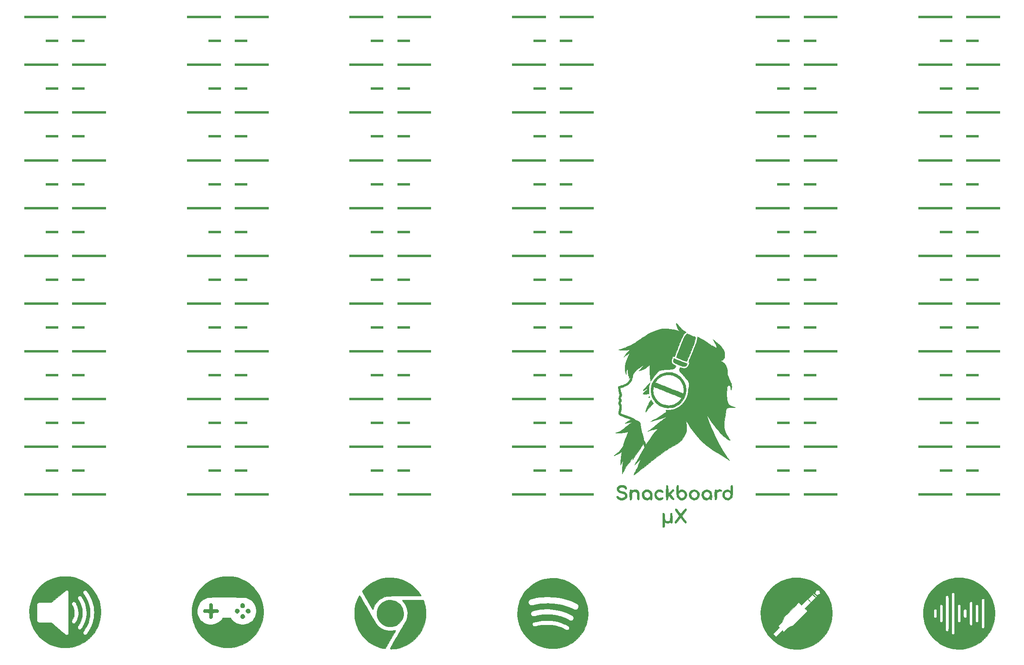
<source format=gbr>
%TF.GenerationSoftware,KiCad,Pcbnew,(5.1.6)-1*%
%TF.CreationDate,2020-06-13T20:20:11+02:00*%
%TF.ProjectId,Snackboard,536e6163-6b62-46f6-9172-642e6b696361,rev?*%
%TF.SameCoordinates,Original*%
%TF.FileFunction,Legend,Top*%
%TF.FilePolarity,Positive*%
%FSLAX46Y46*%
G04 Gerber Fmt 4.6, Leading zero omitted, Abs format (unit mm)*
G04 Created by KiCad (PCBNEW (5.1.6)-1) date 2020-06-13 20:20:11*
%MOMM*%
%LPD*%
G01*
G04 APERTURE LIST*
%ADD10C,0.010000*%
G04 APERTURE END LIST*
D10*
%TO.C,G\u002A\u002A\u002A*%
G36*
X203297792Y-154310850D02*
G01*
X203352526Y-154345922D01*
X203386557Y-154437285D01*
X203408261Y-154611864D01*
X203426013Y-154896585D01*
X203431695Y-155005099D01*
X203464223Y-155411965D01*
X203520989Y-155694945D01*
X203614756Y-155874841D01*
X203758286Y-155972456D01*
X203964342Y-156008592D01*
X204048552Y-156010571D01*
X204264301Y-155994623D01*
X204414870Y-155932234D01*
X204512688Y-155801584D01*
X204570186Y-155580853D01*
X204599794Y-155248223D01*
X204608165Y-155028253D01*
X204618946Y-154699660D01*
X204633241Y-154489626D01*
X204658477Y-154371623D01*
X204702078Y-154319120D01*
X204771470Y-154305587D01*
X204810552Y-154305142D01*
X204991981Y-154305142D01*
X205012064Y-155330776D01*
X205018288Y-155740544D01*
X205016790Y-156028010D01*
X205005424Y-156215907D01*
X204982043Y-156326968D01*
X204944502Y-156383928D01*
X204910855Y-156402955D01*
X204763540Y-156396780D01*
X204673057Y-156344432D01*
X204565502Y-156276958D01*
X204456570Y-156314028D01*
X204415682Y-156342682D01*
X204181570Y-156433490D01*
X203907333Y-156424507D01*
X203654816Y-156319232D01*
X203626014Y-156298031D01*
X203437902Y-156150062D01*
X203416656Y-156715316D01*
X203402701Y-157000453D01*
X203380828Y-157171551D01*
X203341268Y-157259702D01*
X203274255Y-157295998D01*
X203231799Y-157303804D01*
X203089076Y-157284636D01*
X203030605Y-157229093D01*
X203019930Y-157128789D01*
X203012472Y-156907463D01*
X203008515Y-156589209D01*
X203008343Y-156198120D01*
X203012240Y-155758286D01*
X203012786Y-155718146D01*
X203032552Y-154305142D01*
X203213981Y-154305142D01*
X203297792Y-154310850D01*
G37*
X203297792Y-154310850D02*
X203352526Y-154345922D01*
X203386557Y-154437285D01*
X203408261Y-154611864D01*
X203426013Y-154896585D01*
X203431695Y-155005099D01*
X203464223Y-155411965D01*
X203520989Y-155694945D01*
X203614756Y-155874841D01*
X203758286Y-155972456D01*
X203964342Y-156008592D01*
X204048552Y-156010571D01*
X204264301Y-155994623D01*
X204414870Y-155932234D01*
X204512688Y-155801584D01*
X204570186Y-155580853D01*
X204599794Y-155248223D01*
X204608165Y-155028253D01*
X204618946Y-154699660D01*
X204633241Y-154489626D01*
X204658477Y-154371623D01*
X204702078Y-154319120D01*
X204771470Y-154305587D01*
X204810552Y-154305142D01*
X204991981Y-154305142D01*
X205012064Y-155330776D01*
X205018288Y-155740544D01*
X205016790Y-156028010D01*
X205005424Y-156215907D01*
X204982043Y-156326968D01*
X204944502Y-156383928D01*
X204910855Y-156402955D01*
X204763540Y-156396780D01*
X204673057Y-156344432D01*
X204565502Y-156276958D01*
X204456570Y-156314028D01*
X204415682Y-156342682D01*
X204181570Y-156433490D01*
X203907333Y-156424507D01*
X203654816Y-156319232D01*
X203626014Y-156298031D01*
X203437902Y-156150062D01*
X203416656Y-156715316D01*
X203402701Y-157000453D01*
X203380828Y-157171551D01*
X203341268Y-157259702D01*
X203274255Y-157295998D01*
X203231799Y-157303804D01*
X203089076Y-157284636D01*
X203030605Y-157229093D01*
X203019930Y-157128789D01*
X203012472Y-156907463D01*
X203008515Y-156589209D01*
X203008343Y-156198120D01*
X203012240Y-155758286D01*
X203012786Y-155718146D01*
X203032552Y-154305142D01*
X203213981Y-154305142D01*
X203297792Y-154310850D01*
G36*
X205917977Y-153428852D02*
G01*
X206058502Y-153574809D01*
X206247736Y-153819516D01*
X206403558Y-154037677D01*
X206562380Y-154250831D01*
X206694536Y-154404130D01*
X206775609Y-154469785D01*
X206783443Y-154469989D01*
X206852161Y-154406751D01*
X206985288Y-154254126D01*
X207160096Y-154038803D01*
X207264096Y-153905499D01*
X207494549Y-153619415D01*
X207664163Y-153446424D01*
X207789111Y-153376591D01*
X207885567Y-153399985D01*
X207954555Y-153481463D01*
X207972127Y-153558763D01*
X207935051Y-153674489D01*
X207832022Y-153849983D01*
X207651736Y-154106591D01*
X207552341Y-154240900D01*
X207074592Y-154880588D01*
X207365551Y-155282294D01*
X207618216Y-155633446D01*
X207794706Y-155887396D01*
X207905390Y-156063459D01*
X207960639Y-156180951D01*
X207970820Y-156259189D01*
X207946303Y-156317488D01*
X207931545Y-156336635D01*
X207841784Y-156417339D01*
X207748024Y-156425355D01*
X207632365Y-156348338D01*
X207476910Y-156173945D01*
X207263760Y-155889831D01*
X207244036Y-155862488D01*
X207060319Y-155617846D01*
X206903420Y-155428267D01*
X206794345Y-155318096D01*
X206759156Y-155300560D01*
X206689062Y-155364185D01*
X206554772Y-155516940D01*
X206379334Y-155731965D01*
X206278622Y-155860602D01*
X206064488Y-156132396D01*
X205913781Y-156304250D01*
X205804972Y-156393907D01*
X205716532Y-156419109D01*
X205626981Y-156397619D01*
X205546961Y-156317332D01*
X205564931Y-156171126D01*
X205684505Y-155947604D01*
X205839660Y-155726880D01*
X206022781Y-155482057D01*
X206196650Y-155249719D01*
X206308939Y-155099771D01*
X206474825Y-154878399D01*
X206041831Y-154271454D01*
X205812064Y-153934869D01*
X205673031Y-153691277D01*
X205619151Y-153525093D01*
X205644841Y-153420732D01*
X205719341Y-153371124D01*
X205810232Y-153366129D01*
X205917977Y-153428852D01*
G37*
X205917977Y-153428852D02*
X206058502Y-153574809D01*
X206247736Y-153819516D01*
X206403558Y-154037677D01*
X206562380Y-154250831D01*
X206694536Y-154404130D01*
X206775609Y-154469785D01*
X206783443Y-154469989D01*
X206852161Y-154406751D01*
X206985288Y-154254126D01*
X207160096Y-154038803D01*
X207264096Y-153905499D01*
X207494549Y-153619415D01*
X207664163Y-153446424D01*
X207789111Y-153376591D01*
X207885567Y-153399985D01*
X207954555Y-153481463D01*
X207972127Y-153558763D01*
X207935051Y-153674489D01*
X207832022Y-153849983D01*
X207651736Y-154106591D01*
X207552341Y-154240900D01*
X207074592Y-154880588D01*
X207365551Y-155282294D01*
X207618216Y-155633446D01*
X207794706Y-155887396D01*
X207905390Y-156063459D01*
X207960639Y-156180951D01*
X207970820Y-156259189D01*
X207946303Y-156317488D01*
X207931545Y-156336635D01*
X207841784Y-156417339D01*
X207748024Y-156425355D01*
X207632365Y-156348338D01*
X207476910Y-156173945D01*
X207263760Y-155889831D01*
X207244036Y-155862488D01*
X207060319Y-155617846D01*
X206903420Y-155428267D01*
X206794345Y-155318096D01*
X206759156Y-155300560D01*
X206689062Y-155364185D01*
X206554772Y-155516940D01*
X206379334Y-155731965D01*
X206278622Y-155860602D01*
X206064488Y-156132396D01*
X205913781Y-156304250D01*
X205804972Y-156393907D01*
X205716532Y-156419109D01*
X205626981Y-156397619D01*
X205546961Y-156317332D01*
X205564931Y-156171126D01*
X205684505Y-155947604D01*
X205839660Y-155726880D01*
X206022781Y-155482057D01*
X206196650Y-155249719D01*
X206308939Y-155099771D01*
X206474825Y-154878399D01*
X206041831Y-154271454D01*
X205812064Y-153934869D01*
X205673031Y-153691277D01*
X205619151Y-153525093D01*
X205644841Y-153420732D01*
X205719341Y-153371124D01*
X205810232Y-153366129D01*
X205917977Y-153428852D01*
G36*
X194678953Y-148470004D02*
G01*
X195011767Y-148557208D01*
X195177116Y-148646593D01*
X195378977Y-148829221D01*
X195495706Y-149028969D01*
X195508710Y-149209272D01*
X195487673Y-149257304D01*
X195376368Y-149331202D01*
X195235425Y-149284381D01*
X195119151Y-149158001D01*
X194922147Y-148975826D01*
X194654143Y-148876274D01*
X194363179Y-148863666D01*
X194097293Y-148942322D01*
X193952631Y-149053098D01*
X193867404Y-149198961D01*
X193888768Y-149372557D01*
X193894910Y-149390626D01*
X193941543Y-149488351D01*
X194020068Y-149566561D01*
X194155444Y-149636987D01*
X194372631Y-149711360D01*
X194696590Y-149801412D01*
X194858993Y-149843762D01*
X195208982Y-149993757D01*
X195446301Y-150231590D01*
X195562477Y-150531393D01*
X195559717Y-150854766D01*
X195438030Y-151132833D01*
X195219780Y-151353504D01*
X194927329Y-151504691D01*
X194583042Y-151574304D01*
X194209283Y-151550252D01*
X193876067Y-151443058D01*
X193632807Y-151295106D01*
X193453612Y-151114658D01*
X193364523Y-150933680D01*
X193370295Y-150822274D01*
X193468567Y-150732055D01*
X193614553Y-150721175D01*
X193734695Y-150789229D01*
X193754481Y-150824398D01*
X193875180Y-150963726D01*
X194093890Y-151075926D01*
X194363624Y-151140364D01*
X194492019Y-151148285D01*
X194750920Y-151104386D01*
X194974089Y-150990421D01*
X195121593Y-150832992D01*
X195158552Y-150704291D01*
X195093469Y-150518473D01*
X194924498Y-150343316D01*
X194691053Y-150212507D01*
X194531660Y-150168523D01*
X194093785Y-150052585D01*
X193758018Y-149871992D01*
X193533841Y-149638618D01*
X193430736Y-149364336D01*
X193458184Y-149061022D01*
X193522498Y-148904753D01*
X193709090Y-148690436D01*
X193989463Y-148542570D01*
X194325468Y-148467109D01*
X194678953Y-148470004D01*
G37*
X194678953Y-148470004D02*
X195011767Y-148557208D01*
X195177116Y-148646593D01*
X195378977Y-148829221D01*
X195495706Y-149028969D01*
X195508710Y-149209272D01*
X195487673Y-149257304D01*
X195376368Y-149331202D01*
X195235425Y-149284381D01*
X195119151Y-149158001D01*
X194922147Y-148975826D01*
X194654143Y-148876274D01*
X194363179Y-148863666D01*
X194097293Y-148942322D01*
X193952631Y-149053098D01*
X193867404Y-149198961D01*
X193888768Y-149372557D01*
X193894910Y-149390626D01*
X193941543Y-149488351D01*
X194020068Y-149566561D01*
X194155444Y-149636987D01*
X194372631Y-149711360D01*
X194696590Y-149801412D01*
X194858993Y-149843762D01*
X195208982Y-149993757D01*
X195446301Y-150231590D01*
X195562477Y-150531393D01*
X195559717Y-150854766D01*
X195438030Y-151132833D01*
X195219780Y-151353504D01*
X194927329Y-151504691D01*
X194583042Y-151574304D01*
X194209283Y-151550252D01*
X193876067Y-151443058D01*
X193632807Y-151295106D01*
X193453612Y-151114658D01*
X193364523Y-150933680D01*
X193370295Y-150822274D01*
X193468567Y-150732055D01*
X193614553Y-150721175D01*
X193734695Y-150789229D01*
X193754481Y-150824398D01*
X193875180Y-150963726D01*
X194093890Y-151075926D01*
X194363624Y-151140364D01*
X194492019Y-151148285D01*
X194750920Y-151104386D01*
X194974089Y-150990421D01*
X195121593Y-150832992D01*
X195158552Y-150704291D01*
X195093469Y-150518473D01*
X194924498Y-150343316D01*
X194691053Y-150212507D01*
X194531660Y-150168523D01*
X194093785Y-150052585D01*
X193758018Y-149871992D01*
X193533841Y-149638618D01*
X193430736Y-149364336D01*
X193458184Y-149061022D01*
X193522498Y-148904753D01*
X193709090Y-148690436D01*
X193989463Y-148542570D01*
X194325468Y-148467109D01*
X194678953Y-148470004D01*
G36*
X197536970Y-149423699D02*
G01*
X197826150Y-149592736D01*
X198028833Y-149849173D01*
X198084665Y-150030916D01*
X198121059Y-150296516D01*
X198138101Y-150606991D01*
X198135879Y-150923357D01*
X198114479Y-151206629D01*
X198073988Y-151417824D01*
X198025124Y-151511142D01*
X197908970Y-151564902D01*
X197807409Y-151511142D01*
X197750700Y-151422238D01*
X197716348Y-151253398D01*
X197700619Y-150979303D01*
X197698552Y-150773244D01*
X197695044Y-150456874D01*
X197679228Y-150248802D01*
X197643171Y-150112248D01*
X197578938Y-150010432D01*
X197520422Y-149947558D01*
X197280623Y-149796903D01*
X197019431Y-149780286D01*
X196771131Y-149897710D01*
X196715539Y-149947558D01*
X196631621Y-150043169D01*
X196579120Y-150149374D01*
X196550772Y-150301383D01*
X196539308Y-150534406D01*
X196537409Y-150810651D01*
X196533051Y-151142804D01*
X196517194Y-151356492D01*
X196485668Y-151478209D01*
X196434300Y-151534447D01*
X196422617Y-151539664D01*
X196310721Y-151577608D01*
X196246791Y-151553174D01*
X196189067Y-151496628D01*
X196147187Y-151382732D01*
X196119110Y-151135891D01*
X196104470Y-150751668D01*
X196101981Y-150442065D01*
X196104248Y-150043005D01*
X196112845Y-149766012D01*
X196130466Y-149588057D01*
X196159804Y-149486112D01*
X196203553Y-149437145D01*
X196220451Y-149429126D01*
X196375381Y-149427403D01*
X196470308Y-149465717D01*
X196602374Y-149507498D01*
X196779419Y-149471008D01*
X196867356Y-149436770D01*
X197204857Y-149367266D01*
X197536970Y-149423699D01*
G37*
X197536970Y-149423699D02*
X197826150Y-149592736D01*
X198028833Y-149849173D01*
X198084665Y-150030916D01*
X198121059Y-150296516D01*
X198138101Y-150606991D01*
X198135879Y-150923357D01*
X198114479Y-151206629D01*
X198073988Y-151417824D01*
X198025124Y-151511142D01*
X197908970Y-151564902D01*
X197807409Y-151511142D01*
X197750700Y-151422238D01*
X197716348Y-151253398D01*
X197700619Y-150979303D01*
X197698552Y-150773244D01*
X197695044Y-150456874D01*
X197679228Y-150248802D01*
X197643171Y-150112248D01*
X197578938Y-150010432D01*
X197520422Y-149947558D01*
X197280623Y-149796903D01*
X197019431Y-149780286D01*
X196771131Y-149897710D01*
X196715539Y-149947558D01*
X196631621Y-150043169D01*
X196579120Y-150149374D01*
X196550772Y-150301383D01*
X196539308Y-150534406D01*
X196537409Y-150810651D01*
X196533051Y-151142804D01*
X196517194Y-151356492D01*
X196485668Y-151478209D01*
X196434300Y-151534447D01*
X196422617Y-151539664D01*
X196310721Y-151577608D01*
X196246791Y-151553174D01*
X196189067Y-151496628D01*
X196147187Y-151382732D01*
X196119110Y-151135891D01*
X196104470Y-150751668D01*
X196101981Y-150442065D01*
X196104248Y-150043005D01*
X196112845Y-149766012D01*
X196130466Y-149588057D01*
X196159804Y-149486112D01*
X196203553Y-149437145D01*
X196220451Y-149429126D01*
X196375381Y-149427403D01*
X196470308Y-149465717D01*
X196602374Y-149507498D01*
X196779419Y-149471008D01*
X196867356Y-149436770D01*
X197204857Y-149367266D01*
X197536970Y-149423699D01*
G36*
X200026696Y-149417412D02*
G01*
X200280330Y-149517609D01*
X200300744Y-149531870D01*
X200541967Y-149744919D01*
X200698621Y-149980866D01*
X200785617Y-150275824D01*
X200817866Y-150665905D01*
X200819124Y-150787274D01*
X200812785Y-151118293D01*
X200790663Y-151333659D01*
X200748097Y-151462437D01*
X200701949Y-151518046D01*
X200599340Y-151573182D01*
X200506476Y-151518404D01*
X200466092Y-151472461D01*
X200380721Y-151384444D01*
X200295816Y-151369707D01*
X200155455Y-151425863D01*
X200093409Y-151456560D01*
X199763070Y-151567192D01*
X199444104Y-151547586D01*
X199251309Y-151479982D01*
X198959009Y-151278324D01*
X198766773Y-150977716D01*
X198681870Y-150590810D01*
X198679750Y-150526950D01*
X199078739Y-150526950D01*
X199184198Y-150813888D01*
X199265289Y-150925003D01*
X199499067Y-151103501D01*
X199771193Y-151159191D01*
X200041842Y-151090160D01*
X200205565Y-150970155D01*
X200358336Y-150724022D01*
X200390417Y-150439575D01*
X200303193Y-150157020D01*
X200171563Y-149981560D01*
X199917515Y-149805168D01*
X199657864Y-149773301D01*
X199400386Y-149885958D01*
X199289541Y-149981560D01*
X199114005Y-150243614D01*
X199078739Y-150526950D01*
X198679750Y-150526950D01*
X198678267Y-150482321D01*
X198718536Y-150117992D01*
X198854227Y-149829690D01*
X199107658Y-149573715D01*
X199164845Y-149529682D01*
X199407037Y-149423329D01*
X199714960Y-149385945D01*
X200026696Y-149417412D01*
G37*
X200026696Y-149417412D02*
X200280330Y-149517609D01*
X200300744Y-149531870D01*
X200541967Y-149744919D01*
X200698621Y-149980866D01*
X200785617Y-150275824D01*
X200817866Y-150665905D01*
X200819124Y-150787274D01*
X200812785Y-151118293D01*
X200790663Y-151333659D01*
X200748097Y-151462437D01*
X200701949Y-151518046D01*
X200599340Y-151573182D01*
X200506476Y-151518404D01*
X200466092Y-151472461D01*
X200380721Y-151384444D01*
X200295816Y-151369707D01*
X200155455Y-151425863D01*
X200093409Y-151456560D01*
X199763070Y-151567192D01*
X199444104Y-151547586D01*
X199251309Y-151479982D01*
X198959009Y-151278324D01*
X198766773Y-150977716D01*
X198681870Y-150590810D01*
X198679750Y-150526950D01*
X199078739Y-150526950D01*
X199184198Y-150813888D01*
X199265289Y-150925003D01*
X199499067Y-151103501D01*
X199771193Y-151159191D01*
X200041842Y-151090160D01*
X200205565Y-150970155D01*
X200358336Y-150724022D01*
X200390417Y-150439575D01*
X200303193Y-150157020D01*
X200171563Y-149981560D01*
X199917515Y-149805168D01*
X199657864Y-149773301D01*
X199400386Y-149885958D01*
X199289541Y-149981560D01*
X199114005Y-150243614D01*
X199078739Y-150526950D01*
X198679750Y-150526950D01*
X198678267Y-150482321D01*
X198718536Y-150117992D01*
X198854227Y-149829690D01*
X199107658Y-149573715D01*
X199164845Y-149529682D01*
X199407037Y-149423329D01*
X199714960Y-149385945D01*
X200026696Y-149417412D01*
G36*
X202571001Y-149421443D02*
G01*
X202833056Y-149514298D01*
X203033156Y-149647091D01*
X203129895Y-149799548D01*
X203130170Y-149800947D01*
X203112053Y-149946998D01*
X203000599Y-150000981D01*
X202819840Y-149956212D01*
X202735842Y-149910601D01*
X202440453Y-149785710D01*
X202175315Y-149800629D01*
X201928115Y-149956404D01*
X201902113Y-149981560D01*
X201726576Y-150243614D01*
X201691311Y-150526950D01*
X201796769Y-150813888D01*
X201877860Y-150925003D01*
X202088117Y-151095908D01*
X202345282Y-151149685D01*
X202671034Y-151089699D01*
X202755210Y-151061152D01*
X202972983Y-151016805D01*
X203096842Y-151056799D01*
X203125702Y-151153900D01*
X203058474Y-151280873D01*
X202894074Y-151410483D01*
X202771483Y-151469218D01*
X202472422Y-151562962D01*
X202220504Y-151566070D01*
X201947759Y-151475833D01*
X201856952Y-151432753D01*
X201562552Y-151219247D01*
X201373493Y-150941660D01*
X201284233Y-150626252D01*
X201289229Y-150299281D01*
X201382937Y-149987008D01*
X201559816Y-149715691D01*
X201814321Y-149511590D01*
X202140910Y-149400964D01*
X202288397Y-149388798D01*
X202571001Y-149421443D01*
G37*
X202571001Y-149421443D02*
X202833056Y-149514298D01*
X203033156Y-149647091D01*
X203129895Y-149799548D01*
X203130170Y-149800947D01*
X203112053Y-149946998D01*
X203000599Y-150000981D01*
X202819840Y-149956212D01*
X202735842Y-149910601D01*
X202440453Y-149785710D01*
X202175315Y-149800629D01*
X201928115Y-149956404D01*
X201902113Y-149981560D01*
X201726576Y-150243614D01*
X201691311Y-150526950D01*
X201796769Y-150813888D01*
X201877860Y-150925003D01*
X202088117Y-151095908D01*
X202345282Y-151149685D01*
X202671034Y-151089699D01*
X202755210Y-151061152D01*
X202972983Y-151016805D01*
X203096842Y-151056799D01*
X203125702Y-151153900D01*
X203058474Y-151280873D01*
X202894074Y-151410483D01*
X202771483Y-151469218D01*
X202472422Y-151562962D01*
X202220504Y-151566070D01*
X201947759Y-151475833D01*
X201856952Y-151432753D01*
X201562552Y-151219247D01*
X201373493Y-150941660D01*
X201284233Y-150626252D01*
X201289229Y-150299281D01*
X201382937Y-149987008D01*
X201559816Y-149715691D01*
X201814321Y-149511590D01*
X202140910Y-149400964D01*
X202288397Y-149388798D01*
X202571001Y-149421443D01*
G36*
X204057497Y-148539039D02*
G01*
X204117437Y-148711025D01*
X204148995Y-148999864D01*
X204157409Y-149379171D01*
X204161421Y-149689999D01*
X204172260Y-149938420D01*
X204188138Y-150094276D01*
X204202138Y-150132285D01*
X204272581Y-150086305D01*
X204420197Y-149964122D01*
X204616810Y-149789371D01*
X204677989Y-149733143D01*
X204885524Y-149547378D01*
X205054718Y-149407672D01*
X205156336Y-149337808D01*
X205168660Y-149334000D01*
X205258578Y-149383622D01*
X205324633Y-149450184D01*
X205361073Y-149522112D01*
X205337445Y-149607975D01*
X205237834Y-149734001D01*
X205046327Y-149926421D01*
X205020731Y-149951072D01*
X204620405Y-150335775D01*
X205001900Y-150796459D01*
X205227290Y-151086435D01*
X205350255Y-151294088D01*
X205376055Y-151434409D01*
X205309951Y-151522391D01*
X205264296Y-151544282D01*
X205158184Y-151538855D01*
X205015677Y-151444679D01*
X204824587Y-151250801D01*
X204572728Y-150946262D01*
X204510388Y-150866465D01*
X204354658Y-150705590D01*
X204243928Y-150682703D01*
X204178192Y-150797806D01*
X204157409Y-151038527D01*
X204128460Y-151291399D01*
X204051159Y-151461336D01*
X204043369Y-151469673D01*
X203948611Y-151557235D01*
X203916369Y-151577985D01*
X203848453Y-151550118D01*
X203812695Y-151535651D01*
X203780079Y-151484731D01*
X203755603Y-151352469D01*
X203738433Y-151124865D01*
X203727732Y-150787922D01*
X203722667Y-150327639D01*
X203721981Y-150015103D01*
X203723382Y-149505067D01*
X203728448Y-149122146D01*
X203738476Y-148848332D01*
X203754761Y-148665615D01*
X203778597Y-148555987D01*
X203811281Y-148501439D01*
X203831762Y-148489032D01*
X203963997Y-148469757D01*
X204057497Y-148539039D01*
G37*
X204057497Y-148539039D02*
X204117437Y-148711025D01*
X204148995Y-148999864D01*
X204157409Y-149379171D01*
X204161421Y-149689999D01*
X204172260Y-149938420D01*
X204188138Y-150094276D01*
X204202138Y-150132285D01*
X204272581Y-150086305D01*
X204420197Y-149964122D01*
X204616810Y-149789371D01*
X204677989Y-149733143D01*
X204885524Y-149547378D01*
X205054718Y-149407672D01*
X205156336Y-149337808D01*
X205168660Y-149334000D01*
X205258578Y-149383622D01*
X205324633Y-149450184D01*
X205361073Y-149522112D01*
X205337445Y-149607975D01*
X205237834Y-149734001D01*
X205046327Y-149926421D01*
X205020731Y-149951072D01*
X204620405Y-150335775D01*
X205001900Y-150796459D01*
X205227290Y-151086435D01*
X205350255Y-151294088D01*
X205376055Y-151434409D01*
X205309951Y-151522391D01*
X205264296Y-151544282D01*
X205158184Y-151538855D01*
X205015677Y-151444679D01*
X204824587Y-151250801D01*
X204572728Y-150946262D01*
X204510388Y-150866465D01*
X204354658Y-150705590D01*
X204243928Y-150682703D01*
X204178192Y-150797806D01*
X204157409Y-151038527D01*
X204128460Y-151291399D01*
X204051159Y-151461336D01*
X204043369Y-151469673D01*
X203948611Y-151557235D01*
X203916369Y-151577985D01*
X203848453Y-151550118D01*
X203812695Y-151535651D01*
X203780079Y-151484731D01*
X203755603Y-151352469D01*
X203738433Y-151124865D01*
X203727732Y-150787922D01*
X203722667Y-150327639D01*
X203721981Y-150015103D01*
X203723382Y-149505067D01*
X203728448Y-149122146D01*
X203738476Y-148848332D01*
X203754761Y-148665615D01*
X203778597Y-148555987D01*
X203811281Y-148501439D01*
X203831762Y-148489032D01*
X203963997Y-148469757D01*
X204057497Y-148539039D01*
G36*
X206224771Y-148489032D02*
G01*
X206282355Y-148544950D01*
X206316624Y-148676064D01*
X206332221Y-148908901D01*
X206334552Y-149116180D01*
X206334552Y-149701202D01*
X206547192Y-149543990D01*
X206837455Y-149412204D01*
X207049686Y-149386779D01*
X207406269Y-149447501D01*
X207692797Y-149612420D01*
X207903632Y-149855669D01*
X208033132Y-150151378D01*
X208075657Y-150473677D01*
X208025567Y-150796699D01*
X207877222Y-151094575D01*
X207624981Y-151341435D01*
X207493091Y-151420428D01*
X207165946Y-151550007D01*
X206878645Y-151568218D01*
X206588552Y-151481269D01*
X206276814Y-151271033D01*
X206040008Y-150970799D01*
X205976529Y-150835132D01*
X205947926Y-150688308D01*
X205933035Y-150526950D01*
X206335882Y-150526950D01*
X206441341Y-150813888D01*
X206522432Y-150925003D01*
X206756210Y-151103501D01*
X207028336Y-151159191D01*
X207298985Y-151090160D01*
X207462708Y-150970155D01*
X207589009Y-150795266D01*
X207637753Y-150572330D01*
X207640838Y-150468607D01*
X207622439Y-150240067D01*
X207546671Y-150083571D01*
X207417556Y-149957308D01*
X207144556Y-149798358D01*
X206877857Y-149784002D01*
X206621317Y-149914133D01*
X206546684Y-149981560D01*
X206371148Y-150243614D01*
X206335882Y-150526950D01*
X205933035Y-150526950D01*
X205924095Y-150430093D01*
X205907199Y-150094215D01*
X205899403Y-149714402D01*
X205899124Y-149628447D01*
X205902243Y-149206782D01*
X205913048Y-148908213D01*
X205933708Y-148710798D01*
X205966390Y-148592597D01*
X206007057Y-148536481D01*
X206149505Y-148480458D01*
X206224771Y-148489032D01*
G37*
X206224771Y-148489032D02*
X206282355Y-148544950D01*
X206316624Y-148676064D01*
X206332221Y-148908901D01*
X206334552Y-149116180D01*
X206334552Y-149701202D01*
X206547192Y-149543990D01*
X206837455Y-149412204D01*
X207049686Y-149386779D01*
X207406269Y-149447501D01*
X207692797Y-149612420D01*
X207903632Y-149855669D01*
X208033132Y-150151378D01*
X208075657Y-150473677D01*
X208025567Y-150796699D01*
X207877222Y-151094575D01*
X207624981Y-151341435D01*
X207493091Y-151420428D01*
X207165946Y-151550007D01*
X206878645Y-151568218D01*
X206588552Y-151481269D01*
X206276814Y-151271033D01*
X206040008Y-150970799D01*
X205976529Y-150835132D01*
X205947926Y-150688308D01*
X205933035Y-150526950D01*
X206335882Y-150526950D01*
X206441341Y-150813888D01*
X206522432Y-150925003D01*
X206756210Y-151103501D01*
X207028336Y-151159191D01*
X207298985Y-151090160D01*
X207462708Y-150970155D01*
X207589009Y-150795266D01*
X207637753Y-150572330D01*
X207640838Y-150468607D01*
X207622439Y-150240067D01*
X207546671Y-150083571D01*
X207417556Y-149957308D01*
X207144556Y-149798358D01*
X206877857Y-149784002D01*
X206621317Y-149914133D01*
X206546684Y-149981560D01*
X206371148Y-150243614D01*
X206335882Y-150526950D01*
X205933035Y-150526950D01*
X205924095Y-150430093D01*
X205907199Y-150094215D01*
X205899403Y-149714402D01*
X205899124Y-149628447D01*
X205902243Y-149206782D01*
X205913048Y-148908213D01*
X205933708Y-148710798D01*
X205966390Y-148592597D01*
X206007057Y-148536481D01*
X206149505Y-148480458D01*
X206224771Y-148489032D01*
G36*
X209996469Y-149451333D02*
G01*
X210320896Y-149627414D01*
X210550275Y-149905400D01*
X210672000Y-150272621D01*
X210688567Y-150494010D01*
X210624973Y-150873792D01*
X210451080Y-151184742D01*
X210191201Y-151412301D01*
X209869651Y-151541909D01*
X209510744Y-151559006D01*
X209138795Y-151449034D01*
X209114095Y-151436810D01*
X208829098Y-151219155D01*
X208633290Y-150921928D01*
X208535748Y-150580749D01*
X208541097Y-150389944D01*
X208971324Y-150389944D01*
X208991940Y-150681240D01*
X209117654Y-150916886D01*
X209318007Y-151080875D01*
X209562541Y-151157196D01*
X209820797Y-151129842D01*
X210062315Y-150982804D01*
X210075279Y-150970155D01*
X210198827Y-150801629D01*
X210248849Y-150588410D01*
X210253409Y-150458857D01*
X210199011Y-150155266D01*
X210055373Y-149936957D01*
X209851827Y-149805508D01*
X209617708Y-149762495D01*
X209382349Y-149809494D01*
X209175083Y-149948083D01*
X209025244Y-150179837D01*
X208971324Y-150389944D01*
X208541097Y-150389944D01*
X208545547Y-150231236D01*
X208671765Y-149909010D01*
X208710436Y-149852767D01*
X208964727Y-149581389D01*
X209245705Y-149433960D01*
X209589604Y-149389824D01*
X209996469Y-149451333D01*
G37*
X209996469Y-149451333D02*
X210320896Y-149627414D01*
X210550275Y-149905400D01*
X210672000Y-150272621D01*
X210688567Y-150494010D01*
X210624973Y-150873792D01*
X210451080Y-151184742D01*
X210191201Y-151412301D01*
X209869651Y-151541909D01*
X209510744Y-151559006D01*
X209138795Y-151449034D01*
X209114095Y-151436810D01*
X208829098Y-151219155D01*
X208633290Y-150921928D01*
X208535748Y-150580749D01*
X208541097Y-150389944D01*
X208971324Y-150389944D01*
X208991940Y-150681240D01*
X209117654Y-150916886D01*
X209318007Y-151080875D01*
X209562541Y-151157196D01*
X209820797Y-151129842D01*
X210062315Y-150982804D01*
X210075279Y-150970155D01*
X210198827Y-150801629D01*
X210248849Y-150588410D01*
X210253409Y-150458857D01*
X210199011Y-150155266D01*
X210055373Y-149936957D01*
X209851827Y-149805508D01*
X209617708Y-149762495D01*
X209382349Y-149809494D01*
X209175083Y-149948083D01*
X209025244Y-150179837D01*
X208971324Y-150389944D01*
X208541097Y-150389944D01*
X208545547Y-150231236D01*
X208671765Y-149909010D01*
X208710436Y-149852767D01*
X208964727Y-149581389D01*
X209245705Y-149433960D01*
X209589604Y-149389824D01*
X209996469Y-149451333D01*
G36*
X212601445Y-149448712D02*
G01*
X212902297Y-149602367D01*
X213133726Y-149851621D01*
X213184826Y-149944825D01*
X213245428Y-150141586D01*
X213285908Y-150409812D01*
X213306126Y-150712857D01*
X213305943Y-151014073D01*
X213285218Y-151276814D01*
X213243811Y-151464434D01*
X213190906Y-151538018D01*
X213059524Y-151524539D01*
X212955049Y-151454411D01*
X212863494Y-151377618D01*
X212772360Y-151370404D01*
X212624186Y-151433021D01*
X212578493Y-151456057D01*
X212297185Y-151559080D01*
X212019298Y-151558390D01*
X211889291Y-151530777D01*
X211594550Y-151389781D01*
X211358506Y-151126009D01*
X211264394Y-150956495D01*
X211151911Y-150572407D01*
X211160837Y-150449501D01*
X211583496Y-150449501D01*
X211632993Y-150735172D01*
X211771917Y-150961010D01*
X212007582Y-151115786D01*
X212282878Y-151153397D01*
X212551134Y-151073377D01*
X212687851Y-150970155D01*
X212834268Y-150730962D01*
X212877944Y-150444051D01*
X212819582Y-150161358D01*
X212673955Y-149947392D01*
X212416589Y-149797010D01*
X212134522Y-149780409D01*
X211859592Y-149897692D01*
X211799599Y-149944573D01*
X211639469Y-150169912D01*
X211583496Y-150449501D01*
X211160837Y-150449501D01*
X211179559Y-150191712D01*
X211345620Y-149836935D01*
X211350239Y-149830402D01*
X211605565Y-149581501D01*
X211920756Y-149436263D01*
X212263490Y-149392672D01*
X212601445Y-149448712D01*
G37*
X212601445Y-149448712D02*
X212902297Y-149602367D01*
X213133726Y-149851621D01*
X213184826Y-149944825D01*
X213245428Y-150141586D01*
X213285908Y-150409812D01*
X213306126Y-150712857D01*
X213305943Y-151014073D01*
X213285218Y-151276814D01*
X213243811Y-151464434D01*
X213190906Y-151538018D01*
X213059524Y-151524539D01*
X212955049Y-151454411D01*
X212863494Y-151377618D01*
X212772360Y-151370404D01*
X212624186Y-151433021D01*
X212578493Y-151456057D01*
X212297185Y-151559080D01*
X212019298Y-151558390D01*
X211889291Y-151530777D01*
X211594550Y-151389781D01*
X211358506Y-151126009D01*
X211264394Y-150956495D01*
X211151911Y-150572407D01*
X211160837Y-150449501D01*
X211583496Y-150449501D01*
X211632993Y-150735172D01*
X211771917Y-150961010D01*
X212007582Y-151115786D01*
X212282878Y-151153397D01*
X212551134Y-151073377D01*
X212687851Y-150970155D01*
X212834268Y-150730962D01*
X212877944Y-150444051D01*
X212819582Y-150161358D01*
X212673955Y-149947392D01*
X212416589Y-149797010D01*
X212134522Y-149780409D01*
X211859592Y-149897692D01*
X211799599Y-149944573D01*
X211639469Y-150169912D01*
X211583496Y-150449501D01*
X211160837Y-150449501D01*
X211179559Y-150191712D01*
X211345620Y-149836935D01*
X211350239Y-149830402D01*
X211605565Y-149581501D01*
X211920756Y-149436263D01*
X212263490Y-149392672D01*
X212601445Y-149448712D01*
G36*
X215123551Y-149379933D02*
G01*
X215264345Y-149467389D01*
X215376983Y-149599727D01*
X215352184Y-149697264D01*
X215194543Y-149755078D01*
X214982417Y-149769428D01*
X214730970Y-149794078D01*
X214523811Y-149856735D01*
X214478700Y-149882400D01*
X214404449Y-149946012D01*
X214357222Y-150031816D01*
X214330992Y-150170907D01*
X214319732Y-150394376D01*
X214317409Y-150714419D01*
X214313866Y-151052299D01*
X214300206Y-151273213D01*
X214271885Y-151405229D01*
X214224358Y-151476417D01*
X214190409Y-151498783D01*
X214040559Y-151538800D01*
X213972695Y-151531574D01*
X213933605Y-151473520D01*
X213906432Y-151321897D01*
X213889863Y-151061584D01*
X213882585Y-150677457D01*
X213881981Y-150486817D01*
X213884087Y-150077645D01*
X213892086Y-149791057D01*
X213908501Y-149604532D01*
X213935854Y-149495551D01*
X213976668Y-149441592D01*
X214000451Y-149429126D01*
X214155423Y-149427386D01*
X214250149Y-149465617D01*
X214388192Y-149507983D01*
X214559676Y-149454231D01*
X214585250Y-149441232D01*
X214873859Y-149343754D01*
X215123551Y-149379933D01*
G37*
X215123551Y-149379933D02*
X215264345Y-149467389D01*
X215376983Y-149599727D01*
X215352184Y-149697264D01*
X215194543Y-149755078D01*
X214982417Y-149769428D01*
X214730970Y-149794078D01*
X214523811Y-149856735D01*
X214478700Y-149882400D01*
X214404449Y-149946012D01*
X214357222Y-150031816D01*
X214330992Y-150170907D01*
X214319732Y-150394376D01*
X214317409Y-150714419D01*
X214313866Y-151052299D01*
X214300206Y-151273213D01*
X214271885Y-151405229D01*
X214224358Y-151476417D01*
X214190409Y-151498783D01*
X214040559Y-151538800D01*
X213972695Y-151531574D01*
X213933605Y-151473520D01*
X213906432Y-151321897D01*
X213889863Y-151061584D01*
X213882585Y-150677457D01*
X213881981Y-150486817D01*
X213884087Y-150077645D01*
X213892086Y-149791057D01*
X213908501Y-149604532D01*
X213935854Y-149495551D01*
X213976668Y-149441592D01*
X214000451Y-149429126D01*
X214155423Y-149427386D01*
X214250149Y-149465617D01*
X214388192Y-149507983D01*
X214559676Y-149454231D01*
X214585250Y-149441232D01*
X214873859Y-149343754D01*
X215123551Y-149379933D01*
G36*
X217545914Y-148489032D02*
G01*
X217591776Y-148576209D01*
X217626686Y-148778807D01*
X217650623Y-149067514D01*
X217663561Y-149413020D01*
X217665478Y-149786015D01*
X217656349Y-150157187D01*
X217636152Y-150497227D01*
X217604862Y-150776823D01*
X217562457Y-150966666D01*
X217547933Y-151001025D01*
X217335146Y-151266837D01*
X217034811Y-151455689D01*
X216689639Y-151552623D01*
X216342337Y-151542683D01*
X216164383Y-151485561D01*
X215848821Y-151271490D01*
X215633433Y-150979677D01*
X215522868Y-150640571D01*
X215522282Y-150449501D01*
X215937782Y-150449501D01*
X215987278Y-150735172D01*
X216126202Y-150961010D01*
X216361868Y-151115786D01*
X216637164Y-151153397D01*
X216905420Y-151073377D01*
X217042137Y-150970155D01*
X217188554Y-150730962D01*
X217232229Y-150444051D01*
X217173868Y-150161358D01*
X217028241Y-149947392D01*
X216770875Y-149797010D01*
X216488807Y-149780409D01*
X216213877Y-149897692D01*
X216153885Y-149944573D01*
X215993755Y-150169912D01*
X215937782Y-150449501D01*
X215522282Y-150449501D01*
X215521775Y-150284622D01*
X215634801Y-149942279D01*
X215866596Y-149643991D01*
X215881232Y-149630915D01*
X216198648Y-149437063D01*
X216544888Y-149384783D01*
X216914569Y-149474590D01*
X217015346Y-149522044D01*
X217220266Y-149628013D01*
X217220266Y-149127035D01*
X217242521Y-148775993D01*
X217310728Y-148559089D01*
X217427053Y-148472081D01*
X217545914Y-148489032D01*
G37*
X217545914Y-148489032D02*
X217591776Y-148576209D01*
X217626686Y-148778807D01*
X217650623Y-149067514D01*
X217663561Y-149413020D01*
X217665478Y-149786015D01*
X217656349Y-150157187D01*
X217636152Y-150497227D01*
X217604862Y-150776823D01*
X217562457Y-150966666D01*
X217547933Y-151001025D01*
X217335146Y-151266837D01*
X217034811Y-151455689D01*
X216689639Y-151552623D01*
X216342337Y-151542683D01*
X216164383Y-151485561D01*
X215848821Y-151271490D01*
X215633433Y-150979677D01*
X215522868Y-150640571D01*
X215522282Y-150449501D01*
X215937782Y-150449501D01*
X215987278Y-150735172D01*
X216126202Y-150961010D01*
X216361868Y-151115786D01*
X216637164Y-151153397D01*
X216905420Y-151073377D01*
X217042137Y-150970155D01*
X217188554Y-150730962D01*
X217232229Y-150444051D01*
X217173868Y-150161358D01*
X217028241Y-149947392D01*
X216770875Y-149797010D01*
X216488807Y-149780409D01*
X216213877Y-149897692D01*
X216153885Y-149944573D01*
X215993755Y-150169912D01*
X215937782Y-150449501D01*
X215522282Y-150449501D01*
X215521775Y-150284622D01*
X215634801Y-149942279D01*
X215866596Y-149643991D01*
X215881232Y-149630915D01*
X216198648Y-149437063D01*
X216544888Y-149384783D01*
X216914569Y-149474590D01*
X217015346Y-149522044D01*
X217220266Y-149628013D01*
X217220266Y-149127035D01*
X217242521Y-148775993D01*
X217310728Y-148559089D01*
X217427053Y-148472081D01*
X217545914Y-148489032D01*
G36*
X208946752Y-117081790D02*
G01*
X209196964Y-117176532D01*
X209423172Y-117263809D01*
X209614946Y-117339465D01*
X209761856Y-117399344D01*
X209853471Y-117439289D01*
X209879404Y-117453437D01*
X209897033Y-117520582D01*
X209886607Y-117652172D01*
X209850302Y-117840583D01*
X209790290Y-118078188D01*
X209708744Y-118357362D01*
X209607838Y-118670478D01*
X209489745Y-119009911D01*
X209356639Y-119368034D01*
X209271855Y-119585231D01*
X209186944Y-119796989D01*
X209086674Y-120043900D01*
X208974771Y-120317077D01*
X208854958Y-120607631D01*
X208730959Y-120906674D01*
X208606498Y-121205316D01*
X208485299Y-121494671D01*
X208371084Y-121765850D01*
X208267580Y-122009963D01*
X208178508Y-122218124D01*
X208107594Y-122381443D01*
X208058560Y-122491033D01*
X208035131Y-122538004D01*
X208034406Y-122538856D01*
X207993258Y-122530755D01*
X207888784Y-122496781D01*
X207730135Y-122440293D01*
X207526466Y-122364652D01*
X207286930Y-122273217D01*
X207020680Y-122169348D01*
X206928100Y-122132751D01*
X205846480Y-121703791D01*
X205925419Y-121504203D01*
X205957662Y-121420661D01*
X206013423Y-121273942D01*
X206088915Y-121074098D01*
X206180355Y-120831183D01*
X206283955Y-120555250D01*
X206395931Y-120256350D01*
X206486150Y-120015077D01*
X206700939Y-119445803D01*
X206894148Y-118946214D01*
X207067946Y-118511534D01*
X207224498Y-118136991D01*
X207365974Y-117817809D01*
X207494541Y-117549214D01*
X207612368Y-117326433D01*
X207721621Y-117144690D01*
X207824468Y-116999213D01*
X207892490Y-116917860D01*
X208048798Y-116744841D01*
X208946752Y-117081790D01*
G37*
X208946752Y-117081790D02*
X209196964Y-117176532D01*
X209423172Y-117263809D01*
X209614946Y-117339465D01*
X209761856Y-117399344D01*
X209853471Y-117439289D01*
X209879404Y-117453437D01*
X209897033Y-117520582D01*
X209886607Y-117652172D01*
X209850302Y-117840583D01*
X209790290Y-118078188D01*
X209708744Y-118357362D01*
X209607838Y-118670478D01*
X209489745Y-119009911D01*
X209356639Y-119368034D01*
X209271855Y-119585231D01*
X209186944Y-119796989D01*
X209086674Y-120043900D01*
X208974771Y-120317077D01*
X208854958Y-120607631D01*
X208730959Y-120906674D01*
X208606498Y-121205316D01*
X208485299Y-121494671D01*
X208371084Y-121765850D01*
X208267580Y-122009963D01*
X208178508Y-122218124D01*
X208107594Y-122381443D01*
X208058560Y-122491033D01*
X208035131Y-122538004D01*
X208034406Y-122538856D01*
X207993258Y-122530755D01*
X207888784Y-122496781D01*
X207730135Y-122440293D01*
X207526466Y-122364652D01*
X207286930Y-122273217D01*
X207020680Y-122169348D01*
X206928100Y-122132751D01*
X205846480Y-121703791D01*
X205925419Y-121504203D01*
X205957662Y-121420661D01*
X206013423Y-121273942D01*
X206088915Y-121074098D01*
X206180355Y-120831183D01*
X206283955Y-120555250D01*
X206395931Y-120256350D01*
X206486150Y-120015077D01*
X206700939Y-119445803D01*
X206894148Y-118946214D01*
X207067946Y-118511534D01*
X207224498Y-118136991D01*
X207365974Y-117817809D01*
X207494541Y-117549214D01*
X207612368Y-117326433D01*
X207721621Y-117144690D01*
X207824468Y-116999213D01*
X207892490Y-116917860D01*
X208048798Y-116744841D01*
X208946752Y-117081790D01*
G36*
X205387573Y-121924213D02*
G01*
X205489988Y-121963364D01*
X205645537Y-122023912D01*
X205844544Y-122102009D01*
X206077334Y-122193806D01*
X206334231Y-122295455D01*
X206605559Y-122403107D01*
X206881643Y-122512915D01*
X207152806Y-122621029D01*
X207409374Y-122723602D01*
X207641670Y-122816784D01*
X207840019Y-122896729D01*
X207994745Y-122959586D01*
X208096171Y-123001509D01*
X208134624Y-123018648D01*
X208134646Y-123018669D01*
X208129690Y-123062743D01*
X208091549Y-123150048D01*
X208031990Y-123259880D01*
X207962778Y-123371535D01*
X207895680Y-123464311D01*
X207858060Y-123505334D01*
X207756521Y-123572139D01*
X207629432Y-123602234D01*
X207457694Y-123598727D01*
X207358252Y-123586658D01*
X207198101Y-123552243D01*
X206986092Y-123489965D01*
X206738686Y-123406306D01*
X206472344Y-123307749D01*
X206203527Y-123200778D01*
X205948697Y-123091876D01*
X205724314Y-122987526D01*
X205546840Y-122894211D01*
X205458874Y-122838598D01*
X205331281Y-122734812D01*
X205255891Y-122633813D01*
X205226790Y-122515694D01*
X205238064Y-122360548D01*
X205270364Y-122204063D01*
X205304055Y-122065377D01*
X205331071Y-121961979D01*
X205346560Y-121912231D01*
X205347969Y-121910308D01*
X205387573Y-121924213D01*
G37*
X205387573Y-121924213D02*
X205489988Y-121963364D01*
X205645537Y-122023912D01*
X205844544Y-122102009D01*
X206077334Y-122193806D01*
X206334231Y-122295455D01*
X206605559Y-122403107D01*
X206881643Y-122512915D01*
X207152806Y-122621029D01*
X207409374Y-122723602D01*
X207641670Y-122816784D01*
X207840019Y-122896729D01*
X207994745Y-122959586D01*
X208096171Y-123001509D01*
X208134624Y-123018648D01*
X208134646Y-123018669D01*
X208129690Y-123062743D01*
X208091549Y-123150048D01*
X208031990Y-123259880D01*
X207962778Y-123371535D01*
X207895680Y-123464311D01*
X207858060Y-123505334D01*
X207756521Y-123572139D01*
X207629432Y-123602234D01*
X207457694Y-123598727D01*
X207358252Y-123586658D01*
X207198101Y-123552243D01*
X206986092Y-123489965D01*
X206738686Y-123406306D01*
X206472344Y-123307749D01*
X206203527Y-123200778D01*
X205948697Y-123091876D01*
X205724314Y-122987526D01*
X205546840Y-122894211D01*
X205458874Y-122838598D01*
X205331281Y-122734812D01*
X205255891Y-122633813D01*
X205226790Y-122515694D01*
X205238064Y-122360548D01*
X205270364Y-122204063D01*
X205304055Y-122065377D01*
X205331071Y-121961979D01*
X205346560Y-121912231D01*
X205347969Y-121910308D01*
X205387573Y-121924213D01*
G36*
X200312908Y-127220827D02*
G01*
X200219132Y-127528009D01*
X200155041Y-127820548D01*
X200117223Y-128123032D01*
X200102262Y-128460048D01*
X200103542Y-128728659D01*
X200115065Y-129314241D01*
X199959316Y-129341033D01*
X199827109Y-129358700D01*
X199658489Y-129374187D01*
X199474658Y-129386406D01*
X199296821Y-129394271D01*
X199146181Y-129396697D01*
X199043940Y-129392596D01*
X199022029Y-129389060D01*
X198929301Y-129363603D01*
X198889285Y-129351196D01*
X198892032Y-129316919D01*
X198952110Y-129232897D01*
X199068072Y-129100895D01*
X199238474Y-128922679D01*
X199247136Y-128913869D01*
X199402135Y-128754961D01*
X199546259Y-128604648D01*
X199666334Y-128476849D01*
X199749189Y-128385481D01*
X199767411Y-128364135D01*
X199875245Y-128233502D01*
X199478654Y-128432520D01*
X199314639Y-128512315D01*
X199172441Y-128576859D01*
X199068668Y-128618903D01*
X199022738Y-128631539D01*
X198971075Y-128606473D01*
X198975696Y-128537107D01*
X199035493Y-128432190D01*
X199050549Y-128412116D01*
X199140052Y-128302369D01*
X199270427Y-128150261D01*
X199428759Y-127970137D01*
X199602135Y-127776340D01*
X199777640Y-127583210D01*
X199942360Y-127405093D01*
X200083382Y-127256330D01*
X200172068Y-127166514D01*
X200411004Y-126932412D01*
X200312908Y-127220827D01*
G37*
X200312908Y-127220827D02*
X200219132Y-127528009D01*
X200155041Y-127820548D01*
X200117223Y-128123032D01*
X200102262Y-128460048D01*
X200103542Y-128728659D01*
X200115065Y-129314241D01*
X199959316Y-129341033D01*
X199827109Y-129358700D01*
X199658489Y-129374187D01*
X199474658Y-129386406D01*
X199296821Y-129394271D01*
X199146181Y-129396697D01*
X199043940Y-129392596D01*
X199022029Y-129389060D01*
X198929301Y-129363603D01*
X198889285Y-129351196D01*
X198892032Y-129316919D01*
X198952110Y-129232897D01*
X199068072Y-129100895D01*
X199238474Y-128922679D01*
X199247136Y-128913869D01*
X199402135Y-128754961D01*
X199546259Y-128604648D01*
X199666334Y-128476849D01*
X199749189Y-128385481D01*
X199767411Y-128364135D01*
X199875245Y-128233502D01*
X199478654Y-128432520D01*
X199314639Y-128512315D01*
X199172441Y-128576859D01*
X199068668Y-128618903D01*
X199022738Y-128631539D01*
X198971075Y-128606473D01*
X198975696Y-128537107D01*
X199035493Y-128432190D01*
X199050549Y-128412116D01*
X199140052Y-128302369D01*
X199270427Y-128150261D01*
X199428759Y-127970137D01*
X199602135Y-127776340D01*
X199777640Y-127583210D01*
X199942360Y-127405093D01*
X200083382Y-127256330D01*
X200172068Y-127166514D01*
X200411004Y-126932412D01*
X200312908Y-127220827D01*
G36*
X200283435Y-129874927D02*
G01*
X200307317Y-129945012D01*
X200302403Y-130016808D01*
X200280790Y-130046081D01*
X200206794Y-130070795D01*
X200117112Y-130075390D01*
X200043860Y-130061246D01*
X200018490Y-130034802D01*
X200047910Y-129978884D01*
X200116311Y-129911626D01*
X200193903Y-129858817D01*
X200238625Y-129844223D01*
X200283435Y-129874927D01*
G37*
X200283435Y-129874927D02*
X200307317Y-129945012D01*
X200302403Y-130016808D01*
X200280790Y-130046081D01*
X200206794Y-130070795D01*
X200117112Y-130075390D01*
X200043860Y-130061246D01*
X200018490Y-130034802D01*
X200047910Y-129978884D01*
X200116311Y-129911626D01*
X200193903Y-129858817D01*
X200238625Y-129844223D01*
X200283435Y-129874927D01*
G36*
X204916952Y-124878493D02*
G01*
X205408102Y-125005746D01*
X205883076Y-125204208D01*
X206220695Y-125397933D01*
X206630763Y-125708966D01*
X206994925Y-126078362D01*
X207306782Y-126497052D01*
X207559933Y-126955963D01*
X207747980Y-127446026D01*
X207800763Y-127637424D01*
X207856642Y-127946290D01*
X207886806Y-128297267D01*
X207890931Y-128661517D01*
X207868695Y-129010201D01*
X207819775Y-129314481D01*
X207819568Y-129315385D01*
X207681127Y-129793511D01*
X207492493Y-130225915D01*
X207245520Y-130627128D01*
X206932059Y-131011679D01*
X206778798Y-131171539D01*
X206439319Y-131483056D01*
X206101217Y-131731614D01*
X205743946Y-131929268D01*
X205346960Y-132088074D01*
X205074522Y-132171576D01*
X204916568Y-132202479D01*
X204702510Y-132226425D01*
X204453103Y-132242893D01*
X204189098Y-132251361D01*
X203931248Y-132251307D01*
X203700306Y-132242208D01*
X203517025Y-132223542D01*
X203457259Y-132212265D01*
X202921263Y-132051160D01*
X202430972Y-131828281D01*
X201988450Y-131544790D01*
X201595764Y-131201849D01*
X201519656Y-131122205D01*
X201189508Y-130710735D01*
X200926413Y-130266670D01*
X200730205Y-129797290D01*
X200600721Y-129309875D01*
X200537796Y-128811703D01*
X200539717Y-128533846D01*
X201017507Y-128533846D01*
X201018697Y-128776616D01*
X201026064Y-128962861D01*
X201041776Y-129114106D01*
X201068002Y-129251877D01*
X201103257Y-129385155D01*
X201276575Y-129853046D01*
X201510103Y-130279304D01*
X201797413Y-130659890D01*
X202132077Y-130990767D01*
X202507667Y-131267896D01*
X202917755Y-131487239D01*
X203355912Y-131644757D01*
X203815710Y-131736411D01*
X204290721Y-131758165D01*
X204774516Y-131705979D01*
X204792206Y-131702634D01*
X205271266Y-131571777D01*
X205723551Y-131370478D01*
X206139170Y-131103874D01*
X206437764Y-130847857D01*
X206601592Y-130678543D01*
X206740072Y-130516048D01*
X206846432Y-130370314D01*
X206913895Y-130251286D01*
X206935689Y-130168906D01*
X206920819Y-130138799D01*
X206876503Y-130119070D01*
X206765067Y-130072966D01*
X206592115Y-130002726D01*
X206363254Y-129910590D01*
X206084089Y-129798796D01*
X205760228Y-129669584D01*
X205397275Y-129525194D01*
X205000838Y-129367863D01*
X204576521Y-129199832D01*
X204129932Y-129023339D01*
X203979149Y-128963828D01*
X203453077Y-128756349D01*
X202994911Y-128575932D01*
X202599895Y-128420857D01*
X202263276Y-128289402D01*
X201980297Y-128179847D01*
X201746204Y-128090470D01*
X201556243Y-128019550D01*
X201405658Y-127965366D01*
X201289694Y-127926198D01*
X201203597Y-127900324D01*
X201142612Y-127886022D01*
X201101983Y-127881573D01*
X201076957Y-127885255D01*
X201062778Y-127895347D01*
X201056462Y-127905952D01*
X201042927Y-127973403D01*
X201031298Y-128102133D01*
X201022625Y-128275273D01*
X201017952Y-128475950D01*
X201017507Y-128533846D01*
X200539717Y-128533846D01*
X200541265Y-128310055D01*
X200610964Y-127812209D01*
X200746729Y-127325445D01*
X200914324Y-126936176D01*
X201441159Y-126936176D01*
X201443727Y-126943648D01*
X201484272Y-126962650D01*
X201590758Y-127007211D01*
X201756520Y-127074716D01*
X201974895Y-127162553D01*
X202239218Y-127268109D01*
X202542826Y-127388770D01*
X202879054Y-127521923D01*
X203241238Y-127664955D01*
X203622713Y-127815253D01*
X204016816Y-127970204D01*
X204416883Y-128127195D01*
X204816249Y-128283613D01*
X205208250Y-128436844D01*
X205586221Y-128584276D01*
X205943500Y-128723294D01*
X206273421Y-128851288D01*
X206569320Y-128965642D01*
X206824534Y-129063744D01*
X207032398Y-129142981D01*
X207186248Y-129200740D01*
X207279419Y-129234407D01*
X207305779Y-129242243D01*
X207335514Y-129200432D01*
X207365725Y-129107891D01*
X207376464Y-129058314D01*
X207391691Y-128910325D01*
X207396016Y-128707881D01*
X207390615Y-128473744D01*
X207376664Y-128230673D01*
X207355340Y-128001430D01*
X207327817Y-127808776D01*
X207306967Y-127713231D01*
X207224166Y-127470735D01*
X207103455Y-127198299D01*
X206959278Y-126924011D01*
X206806076Y-126675961D01*
X206698257Y-126529338D01*
X206374424Y-126188913D01*
X205994668Y-125892062D01*
X205573539Y-125648578D01*
X205125592Y-125468256D01*
X205118029Y-125465857D01*
X204871661Y-125408183D01*
X204575811Y-125370324D01*
X204256861Y-125353328D01*
X203941197Y-125358248D01*
X203655203Y-125386135D01*
X203556432Y-125403663D01*
X203089550Y-125539401D01*
X202645215Y-125746289D01*
X202235018Y-126018093D01*
X201950042Y-126267385D01*
X201836934Y-126386496D01*
X201721330Y-126520998D01*
X201613592Y-126657053D01*
X201524077Y-126780826D01*
X201463146Y-126878479D01*
X201441159Y-126936176D01*
X200914324Y-126936176D01*
X200948394Y-126857043D01*
X201215796Y-126414282D01*
X201548770Y-126004441D01*
X201637350Y-125912860D01*
X202037939Y-125564552D01*
X202473301Y-125281728D01*
X202936157Y-125065206D01*
X203419228Y-124915804D01*
X203915236Y-124834339D01*
X204416904Y-124821630D01*
X204916952Y-124878493D01*
G37*
X204916952Y-124878493D02*
X205408102Y-125005746D01*
X205883076Y-125204208D01*
X206220695Y-125397933D01*
X206630763Y-125708966D01*
X206994925Y-126078362D01*
X207306782Y-126497052D01*
X207559933Y-126955963D01*
X207747980Y-127446026D01*
X207800763Y-127637424D01*
X207856642Y-127946290D01*
X207886806Y-128297267D01*
X207890931Y-128661517D01*
X207868695Y-129010201D01*
X207819775Y-129314481D01*
X207819568Y-129315385D01*
X207681127Y-129793511D01*
X207492493Y-130225915D01*
X207245520Y-130627128D01*
X206932059Y-131011679D01*
X206778798Y-131171539D01*
X206439319Y-131483056D01*
X206101217Y-131731614D01*
X205743946Y-131929268D01*
X205346960Y-132088074D01*
X205074522Y-132171576D01*
X204916568Y-132202479D01*
X204702510Y-132226425D01*
X204453103Y-132242893D01*
X204189098Y-132251361D01*
X203931248Y-132251307D01*
X203700306Y-132242208D01*
X203517025Y-132223542D01*
X203457259Y-132212265D01*
X202921263Y-132051160D01*
X202430972Y-131828281D01*
X201988450Y-131544790D01*
X201595764Y-131201849D01*
X201519656Y-131122205D01*
X201189508Y-130710735D01*
X200926413Y-130266670D01*
X200730205Y-129797290D01*
X200600721Y-129309875D01*
X200537796Y-128811703D01*
X200539717Y-128533846D01*
X201017507Y-128533846D01*
X201018697Y-128776616D01*
X201026064Y-128962861D01*
X201041776Y-129114106D01*
X201068002Y-129251877D01*
X201103257Y-129385155D01*
X201276575Y-129853046D01*
X201510103Y-130279304D01*
X201797413Y-130659890D01*
X202132077Y-130990767D01*
X202507667Y-131267896D01*
X202917755Y-131487239D01*
X203355912Y-131644757D01*
X203815710Y-131736411D01*
X204290721Y-131758165D01*
X204774516Y-131705979D01*
X204792206Y-131702634D01*
X205271266Y-131571777D01*
X205723551Y-131370478D01*
X206139170Y-131103874D01*
X206437764Y-130847857D01*
X206601592Y-130678543D01*
X206740072Y-130516048D01*
X206846432Y-130370314D01*
X206913895Y-130251286D01*
X206935689Y-130168906D01*
X206920819Y-130138799D01*
X206876503Y-130119070D01*
X206765067Y-130072966D01*
X206592115Y-130002726D01*
X206363254Y-129910590D01*
X206084089Y-129798796D01*
X205760228Y-129669584D01*
X205397275Y-129525194D01*
X205000838Y-129367863D01*
X204576521Y-129199832D01*
X204129932Y-129023339D01*
X203979149Y-128963828D01*
X203453077Y-128756349D01*
X202994911Y-128575932D01*
X202599895Y-128420857D01*
X202263276Y-128289402D01*
X201980297Y-128179847D01*
X201746204Y-128090470D01*
X201556243Y-128019550D01*
X201405658Y-127965366D01*
X201289694Y-127926198D01*
X201203597Y-127900324D01*
X201142612Y-127886022D01*
X201101983Y-127881573D01*
X201076957Y-127885255D01*
X201062778Y-127895347D01*
X201056462Y-127905952D01*
X201042927Y-127973403D01*
X201031298Y-128102133D01*
X201022625Y-128275273D01*
X201017952Y-128475950D01*
X201017507Y-128533846D01*
X200539717Y-128533846D01*
X200541265Y-128310055D01*
X200610964Y-127812209D01*
X200746729Y-127325445D01*
X200914324Y-126936176D01*
X201441159Y-126936176D01*
X201443727Y-126943648D01*
X201484272Y-126962650D01*
X201590758Y-127007211D01*
X201756520Y-127074716D01*
X201974895Y-127162553D01*
X202239218Y-127268109D01*
X202542826Y-127388770D01*
X202879054Y-127521923D01*
X203241238Y-127664955D01*
X203622713Y-127815253D01*
X204016816Y-127970204D01*
X204416883Y-128127195D01*
X204816249Y-128283613D01*
X205208250Y-128436844D01*
X205586221Y-128584276D01*
X205943500Y-128723294D01*
X206273421Y-128851288D01*
X206569320Y-128965642D01*
X206824534Y-129063744D01*
X207032398Y-129142981D01*
X207186248Y-129200740D01*
X207279419Y-129234407D01*
X207305779Y-129242243D01*
X207335514Y-129200432D01*
X207365725Y-129107891D01*
X207376464Y-129058314D01*
X207391691Y-128910325D01*
X207396016Y-128707881D01*
X207390615Y-128473744D01*
X207376664Y-128230673D01*
X207355340Y-128001430D01*
X207327817Y-127808776D01*
X207306967Y-127713231D01*
X207224166Y-127470735D01*
X207103455Y-127198299D01*
X206959278Y-126924011D01*
X206806076Y-126675961D01*
X206698257Y-126529338D01*
X206374424Y-126188913D01*
X205994668Y-125892062D01*
X205573539Y-125648578D01*
X205125592Y-125468256D01*
X205118029Y-125465857D01*
X204871661Y-125408183D01*
X204575811Y-125370324D01*
X204256861Y-125353328D01*
X203941197Y-125358248D01*
X203655203Y-125386135D01*
X203556432Y-125403663D01*
X203089550Y-125539401D01*
X202645215Y-125746289D01*
X202235018Y-126018093D01*
X201950042Y-126267385D01*
X201836934Y-126386496D01*
X201721330Y-126520998D01*
X201613592Y-126657053D01*
X201524077Y-126780826D01*
X201463146Y-126878479D01*
X201441159Y-126936176D01*
X200914324Y-126936176D01*
X200948394Y-126857043D01*
X201215796Y-126414282D01*
X201548770Y-126004441D01*
X201637350Y-125912860D01*
X202037939Y-125564552D01*
X202473301Y-125281728D01*
X202936157Y-125065206D01*
X203419228Y-124915804D01*
X203915236Y-124834339D01*
X204416904Y-124821630D01*
X204916952Y-124878493D01*
G36*
X200598696Y-130616382D02*
G01*
X200650501Y-130694383D01*
X200677430Y-130740496D01*
X200751613Y-130859139D01*
X200850101Y-131000013D01*
X200919087Y-131091038D01*
X200999080Y-131195990D01*
X201054903Y-131276401D01*
X201073567Y-131312269D01*
X201048026Y-131347427D01*
X200976874Y-131430115D01*
X200868318Y-131551193D01*
X200730565Y-131701518D01*
X200571822Y-131871949D01*
X200555057Y-131889803D01*
X200292258Y-132170237D01*
X200078384Y-132400419D01*
X199908100Y-132586347D01*
X199776075Y-132734021D01*
X199676974Y-132849438D01*
X199605464Y-132938598D01*
X199556213Y-133007499D01*
X199543396Y-133027692D01*
X199496209Y-133097590D01*
X199475632Y-133102901D01*
X199472229Y-133066769D01*
X199489109Y-132917997D01*
X199539059Y-132720356D01*
X199623568Y-132469555D01*
X199744127Y-132161308D01*
X199902225Y-131791323D01*
X199962263Y-131656348D01*
X200004172Y-131571283D01*
X200070961Y-131445063D01*
X200154696Y-131291704D01*
X200247445Y-131125224D01*
X200341277Y-130959639D01*
X200428260Y-130808966D01*
X200500462Y-130687223D01*
X200549950Y-130608426D01*
X200568141Y-130585679D01*
X200598696Y-130616382D01*
G37*
X200598696Y-130616382D02*
X200650501Y-130694383D01*
X200677430Y-130740496D01*
X200751613Y-130859139D01*
X200850101Y-131000013D01*
X200919087Y-131091038D01*
X200999080Y-131195990D01*
X201054903Y-131276401D01*
X201073567Y-131312269D01*
X201048026Y-131347427D01*
X200976874Y-131430115D01*
X200868318Y-131551193D01*
X200730565Y-131701518D01*
X200571822Y-131871949D01*
X200555057Y-131889803D01*
X200292258Y-132170237D01*
X200078384Y-132400419D01*
X199908100Y-132586347D01*
X199776075Y-132734021D01*
X199676974Y-132849438D01*
X199605464Y-132938598D01*
X199556213Y-133007499D01*
X199543396Y-133027692D01*
X199496209Y-133097590D01*
X199475632Y-133102901D01*
X199472229Y-133066769D01*
X199489109Y-132917997D01*
X199539059Y-132720356D01*
X199623568Y-132469555D01*
X199744127Y-132161308D01*
X199902225Y-131791323D01*
X199962263Y-131656348D01*
X200004172Y-131571283D01*
X200070961Y-131445063D01*
X200154696Y-131291704D01*
X200247445Y-131125224D01*
X200341277Y-130959639D01*
X200428260Y-130808966D01*
X200500462Y-130687223D01*
X200549950Y-130608426D01*
X200568141Y-130585679D01*
X200598696Y-130616382D01*
G36*
X205910566Y-114514200D02*
G01*
X205982546Y-114590103D01*
X206075574Y-114698974D01*
X206108891Y-114740026D01*
X206407684Y-115096566D01*
X206716989Y-115435556D01*
X207025614Y-115746000D01*
X207322371Y-116016898D01*
X207596067Y-116237251D01*
X207723373Y-116326763D01*
X207882023Y-116431793D01*
X207777480Y-116500292D01*
X207654461Y-116611203D01*
X207513442Y-116792366D01*
X207357247Y-117038704D01*
X207188699Y-117345141D01*
X207010621Y-117706600D01*
X206825836Y-118118005D01*
X206670476Y-118491077D01*
X206594798Y-118681872D01*
X206498113Y-118930365D01*
X206386404Y-119220910D01*
X206265653Y-119537859D01*
X206141844Y-119865566D01*
X206020958Y-120188382D01*
X206001033Y-120241906D01*
X205893536Y-120529945D01*
X205793263Y-120796734D01*
X205703822Y-121032814D01*
X205628826Y-121228724D01*
X205571884Y-121375004D01*
X205536607Y-121462194D01*
X205528191Y-121480732D01*
X205497443Y-121524627D01*
X205454115Y-121534967D01*
X205373064Y-121513815D01*
X205325517Y-121497377D01*
X205221460Y-121468736D01*
X205150008Y-121463873D01*
X205136411Y-121469935D01*
X205100877Y-121535498D01*
X205052689Y-121656515D01*
X204998487Y-121812703D01*
X204944913Y-121983783D01*
X204898606Y-122149472D01*
X204866208Y-122289491D01*
X204863726Y-122302744D01*
X204841277Y-122454266D01*
X204841557Y-122564819D01*
X204866214Y-122668690D01*
X204883650Y-122717040D01*
X204988211Y-122894133D01*
X205163326Y-123070914D01*
X205401656Y-123240679D01*
X205547864Y-123323816D01*
X205803059Y-123458532D01*
X205682087Y-123700618D01*
X205592835Y-123857242D01*
X205500071Y-123964323D01*
X205385543Y-124045596D01*
X205317272Y-124081675D01*
X205240974Y-124111902D01*
X205147810Y-124137416D01*
X205028942Y-124159355D01*
X204875532Y-124178856D01*
X204678742Y-124197058D01*
X204429734Y-124215098D01*
X204119670Y-124234114D01*
X203769875Y-124253613D01*
X203391473Y-124277674D01*
X203081023Y-124305908D01*
X202828362Y-124339974D01*
X202623328Y-124381533D01*
X202455758Y-124432245D01*
X202322621Y-124490103D01*
X202100441Y-124637749D01*
X201867319Y-124858346D01*
X201627078Y-125148095D01*
X201542177Y-125264919D01*
X201404575Y-125454236D01*
X201243810Y-125666346D01*
X201087690Y-125864795D01*
X201037215Y-125926801D01*
X200907748Y-126092395D01*
X200781850Y-126267970D01*
X200678579Y-126426349D01*
X200639863Y-126493416D01*
X200509312Y-126736308D01*
X200461178Y-126482308D01*
X200434584Y-126323194D01*
X200407632Y-126122420D01*
X200379527Y-125872447D01*
X200349471Y-125565739D01*
X200316666Y-125194759D01*
X200286901Y-124834120D01*
X200271184Y-124574538D01*
X200263298Y-124297633D01*
X200262898Y-124020338D01*
X200269637Y-123759587D01*
X200283167Y-123532312D01*
X200303142Y-123355448D01*
X200318754Y-123278000D01*
X200319329Y-123244841D01*
X200289057Y-123251318D01*
X200221094Y-123302059D01*
X200108596Y-123401691D01*
X200035111Y-123469788D01*
X199883455Y-123605777D01*
X199728198Y-123735395D01*
X199592210Y-123839953D01*
X199530029Y-123882478D01*
X199403028Y-123955294D01*
X199236912Y-124040029D01*
X199044474Y-124131300D01*
X198838506Y-124223727D01*
X198631803Y-124311927D01*
X198437157Y-124390521D01*
X198267363Y-124454127D01*
X198135214Y-124497363D01*
X198053503Y-124514848D01*
X198034638Y-124511481D01*
X198053500Y-124479237D01*
X198118405Y-124407184D01*
X198217513Y-124308030D01*
X198275965Y-124252475D01*
X198386869Y-124139172D01*
X198509876Y-123998287D01*
X198634062Y-123844329D01*
X198748500Y-123691804D01*
X198842265Y-123555220D01*
X198904432Y-123449082D01*
X198924336Y-123391558D01*
X198895147Y-123392559D01*
X198818733Y-123430265D01*
X198714926Y-123494396D01*
X198594625Y-123571510D01*
X198429992Y-123673338D01*
X198244401Y-123785566D01*
X198092150Y-123875795D01*
X197939934Y-123966347D01*
X197820649Y-124043243D01*
X197720547Y-124119098D01*
X197625880Y-124206527D01*
X197522898Y-124318147D01*
X197397854Y-124466574D01*
X197249309Y-124649199D01*
X197091634Y-124845725D01*
X196976458Y-124994772D01*
X196896088Y-125108773D01*
X196842833Y-125200159D01*
X196809003Y-125281361D01*
X196786906Y-125364810D01*
X196777865Y-125411199D01*
X196749144Y-125568552D01*
X196713709Y-125761713D01*
X196679088Y-125949648D01*
X196678142Y-125954769D01*
X196565585Y-126355542D01*
X196383699Y-126722900D01*
X196135478Y-127053053D01*
X195823914Y-127342209D01*
X195452002Y-127586576D01*
X195345724Y-127642340D01*
X195130653Y-127741711D01*
X194880676Y-127844846D01*
X194636409Y-127935386D01*
X194534103Y-127969257D01*
X194110177Y-128102337D01*
X194135170Y-128290742D01*
X194156220Y-128403777D01*
X194194530Y-128568590D01*
X194244476Y-128762233D01*
X194295326Y-128944256D01*
X194347996Y-129134751D01*
X194391070Y-129308163D01*
X194420063Y-129445188D01*
X194430490Y-129525786D01*
X194417077Y-129616167D01*
X194381427Y-129753549D01*
X194330422Y-129912406D01*
X194313692Y-129958980D01*
X194196894Y-130275753D01*
X194301969Y-130434532D01*
X194388558Y-130613292D01*
X194399579Y-130776880D01*
X194335028Y-130930073D01*
X194301525Y-130974006D01*
X194205916Y-131107638D01*
X194170884Y-131224188D01*
X194195161Y-131347503D01*
X194273808Y-131495544D01*
X194400059Y-131698640D01*
X194381591Y-132187320D01*
X194369410Y-132424462D01*
X194350833Y-132608385D01*
X194321964Y-132763986D01*
X194278904Y-132916161D01*
X194257597Y-132979455D01*
X194208712Y-133138110D01*
X194179755Y-133270064D01*
X194175221Y-133354065D01*
X194176891Y-133361111D01*
X194204718Y-133409355D01*
X194262526Y-133459226D01*
X194358122Y-133514344D01*
X194499311Y-133578333D01*
X194693900Y-133654817D01*
X194949693Y-133747417D01*
X195186126Y-133829530D01*
X195468050Y-133928391D01*
X195786747Y-134043562D01*
X196109385Y-134162981D01*
X196403136Y-134274584D01*
X196500589Y-134312525D01*
X196739371Y-134407721D01*
X196914541Y-134481579D01*
X197036031Y-134539212D01*
X197113772Y-134585732D01*
X197157694Y-134626251D01*
X197175993Y-134660201D01*
X197233556Y-134740058D01*
X197352687Y-134797611D01*
X197372356Y-134803675D01*
X197606483Y-134894439D01*
X197851884Y-135025288D01*
X198070965Y-135175313D01*
X198131714Y-135226029D01*
X198201250Y-135289898D01*
X198250483Y-135347233D01*
X198286130Y-135414839D01*
X198314911Y-135509517D01*
X198343543Y-135648071D01*
X198377695Y-135841231D01*
X198466583Y-136338578D01*
X198557169Y-136815604D01*
X198648069Y-137266715D01*
X198737898Y-137686315D01*
X198825272Y-138068810D01*
X198908806Y-138408603D01*
X198987117Y-138700101D01*
X199058819Y-138937708D01*
X199122528Y-139115828D01*
X199176860Y-139228868D01*
X199220431Y-139271231D01*
X199226328Y-139271074D01*
X199259755Y-139300567D01*
X199301327Y-139386206D01*
X199334915Y-139485997D01*
X199380156Y-139644464D01*
X199425386Y-139803030D01*
X199446581Y-139877400D01*
X199494304Y-140044955D01*
X199830844Y-139545247D01*
X200286109Y-138883401D01*
X200739182Y-138252328D01*
X201181744Y-137663199D01*
X201605479Y-137127186D01*
X201853828Y-136827923D01*
X201978026Y-136681385D01*
X201856303Y-136681385D01*
X201742109Y-136692498D01*
X201567301Y-136723503D01*
X201345835Y-136770892D01*
X201091665Y-136831161D01*
X200818747Y-136900806D01*
X200541036Y-136976320D01*
X200272489Y-137054198D01*
X200027061Y-137130935D01*
X199911029Y-137169980D01*
X199860363Y-137182849D01*
X199872288Y-137166299D01*
X199939326Y-137125526D01*
X200053996Y-137065726D01*
X200078553Y-137053619D01*
X200266123Y-136948664D01*
X200487319Y-136800065D01*
X200746719Y-136604349D01*
X201048900Y-136358045D01*
X201398439Y-136057681D01*
X201441671Y-136019699D01*
X201659071Y-135832113D01*
X201899723Y-135630731D01*
X202140677Y-135434373D01*
X202358982Y-135261861D01*
X202457671Y-135186520D01*
X202727885Y-134982438D01*
X202980624Y-134789146D01*
X203209157Y-134611984D01*
X203406752Y-134456296D01*
X203566677Y-134327422D01*
X203682200Y-134230706D01*
X203746588Y-134171487D01*
X203757529Y-134155091D01*
X203717632Y-134162126D01*
X203612303Y-134189623D01*
X203450734Y-134234809D01*
X203242115Y-134294912D01*
X202995634Y-134367160D01*
X202720483Y-134448780D01*
X202425851Y-134537001D01*
X202120929Y-134629050D01*
X201814905Y-134722155D01*
X201516971Y-134813545D01*
X201236316Y-134900446D01*
X200982130Y-134980087D01*
X200763603Y-135049696D01*
X200589925Y-135106500D01*
X200488604Y-135141160D01*
X200435910Y-135156365D01*
X200446243Y-135143303D01*
X200511613Y-135106340D01*
X200624032Y-135049841D01*
X200775511Y-134978172D01*
X200845788Y-134945990D01*
X201187279Y-134776867D01*
X201581657Y-134555892D01*
X202025370Y-134285271D01*
X202276884Y-134121846D01*
X203808952Y-134121846D01*
X203828490Y-134141385D01*
X203848029Y-134121846D01*
X203828490Y-134102308D01*
X203808952Y-134121846D01*
X202276884Y-134121846D01*
X202514866Y-133967214D01*
X203046592Y-133603928D01*
X203354535Y-133386513D01*
X203740273Y-133111252D01*
X203719862Y-132913164D01*
X203699450Y-132715077D01*
X204232893Y-132709654D01*
X204488610Y-132703893D01*
X204692570Y-132690516D01*
X204871035Y-132666529D01*
X205050267Y-132628939D01*
X205140450Y-132606190D01*
X205663967Y-132439735D01*
X206132980Y-132226277D01*
X206560442Y-131958279D01*
X206959307Y-131628203D01*
X207156282Y-131433123D01*
X207532242Y-130987397D01*
X207838283Y-130511101D01*
X208072825Y-130007721D01*
X208234290Y-129480743D01*
X208321099Y-128933651D01*
X208327824Y-128846462D01*
X208348113Y-128644067D01*
X208380455Y-128430389D01*
X208418447Y-128246621D01*
X208425030Y-128221231D01*
X208509030Y-127796354D01*
X208524591Y-127399692D01*
X208471953Y-127034602D01*
X208351357Y-126704442D01*
X208310917Y-126628281D01*
X208257093Y-126551568D01*
X208157473Y-126427279D01*
X208019982Y-126264602D01*
X207852544Y-126072727D01*
X207663081Y-125860840D01*
X207459519Y-125638132D01*
X207423567Y-125599302D01*
X207220921Y-125379276D01*
X207032903Y-125172124D01*
X206866969Y-124986296D01*
X206730575Y-124830245D01*
X206631180Y-124712424D01*
X206576239Y-124641283D01*
X206570944Y-124632886D01*
X206529304Y-124535318D01*
X206512821Y-124417544D01*
X206517228Y-124254923D01*
X206544083Y-124033658D01*
X206589094Y-123885114D01*
X206651682Y-123810581D01*
X206717873Y-123806255D01*
X207079891Y-123906362D01*
X207392418Y-123962469D01*
X207651071Y-123974116D01*
X207851463Y-123940847D01*
X207885716Y-123928118D01*
X208017468Y-123842843D01*
X208160361Y-123700902D01*
X208301977Y-123520149D01*
X208429895Y-123318435D01*
X208531695Y-123113614D01*
X208594957Y-122923537D01*
X208599440Y-122902201D01*
X208607657Y-122815028D01*
X208575702Y-122772963D01*
X208521565Y-122754918D01*
X208446439Y-122717817D01*
X208420029Y-122673984D01*
X208434627Y-122626706D01*
X208476262Y-122515468D01*
X208541688Y-122348361D01*
X208627662Y-122133475D01*
X208730940Y-121878901D01*
X208848278Y-121592728D01*
X208976434Y-121283048D01*
X209011169Y-121199575D01*
X209244129Y-120637553D01*
X209447096Y-120141270D01*
X209622030Y-119705141D01*
X209770890Y-119323579D01*
X209895634Y-118990999D01*
X209998221Y-118701816D01*
X210080610Y-118450444D01*
X210144760Y-118231297D01*
X210192629Y-118038791D01*
X210226176Y-117867338D01*
X210247361Y-117711354D01*
X210252078Y-117661055D01*
X210276182Y-117371523D01*
X210764644Y-117620212D01*
X211258996Y-117886567D01*
X211736412Y-118175531D01*
X212220491Y-118501961D01*
X212573996Y-118759250D01*
X212828332Y-118941586D01*
X213068628Y-119099210D01*
X213278610Y-119221818D01*
X213398153Y-119280987D01*
X213591639Y-119372323D01*
X213804503Y-119481662D01*
X213991224Y-119585606D01*
X213994076Y-119587290D01*
X214281567Y-119757259D01*
X214281567Y-119643861D01*
X214253303Y-119395530D01*
X214171958Y-119107868D01*
X214042705Y-118793644D01*
X213870717Y-118465630D01*
X213685117Y-118171304D01*
X213466564Y-117851531D01*
X214215989Y-118488744D01*
X214595471Y-118816164D01*
X214916398Y-119105247D01*
X215183763Y-119363146D01*
X215402560Y-119597015D01*
X215577785Y-119814006D01*
X215714432Y-120021274D01*
X215817496Y-120225969D01*
X215891970Y-120435247D01*
X215942850Y-120656260D01*
X215975130Y-120896162D01*
X215985709Y-121023331D01*
X215990368Y-121375685D01*
X215948616Y-121670043D01*
X215857335Y-121913475D01*
X215713406Y-122113053D01*
X215513710Y-122275849D01*
X215405630Y-122338566D01*
X215280051Y-122407590D01*
X215186879Y-122464519D01*
X215143167Y-122498795D01*
X215141861Y-122501882D01*
X215175428Y-122524919D01*
X215258494Y-122548675D01*
X215273353Y-122551622D01*
X215374650Y-122585864D01*
X215509067Y-122650864D01*
X215636135Y-122725504D01*
X215927996Y-122959400D01*
X216163378Y-123247238D01*
X216342222Y-123588879D01*
X216464469Y-123984184D01*
X216530060Y-124433014D01*
X216541134Y-124860616D01*
X216531706Y-125290462D01*
X216768414Y-125857077D01*
X216867441Y-126089038D01*
X216973864Y-126329850D01*
X217076450Y-126554603D01*
X217163971Y-126738389D01*
X217183183Y-126777005D01*
X217295803Y-127011267D01*
X217372546Y-127203139D01*
X217419747Y-127376002D01*
X217443744Y-127553240D01*
X217450872Y-127758234D01*
X217450891Y-127764873D01*
X217445220Y-127891063D01*
X217429718Y-128042692D01*
X217407358Y-128202681D01*
X217381117Y-128353954D01*
X217353968Y-128479432D01*
X217328888Y-128562040D01*
X217308850Y-128584698D01*
X217308177Y-128584098D01*
X217299289Y-128542987D01*
X217284631Y-128441803D01*
X217266637Y-128298192D01*
X217256123Y-128206823D01*
X217224752Y-127985268D01*
X217183554Y-127826461D01*
X217125468Y-127715043D01*
X217043435Y-127635657D01*
X216974529Y-127594270D01*
X216886423Y-127555777D01*
X216823570Y-127558976D01*
X216756319Y-127596753D01*
X216655940Y-127691343D01*
X216574599Y-127834043D01*
X216511282Y-128029935D01*
X216464973Y-128284099D01*
X216434658Y-128601620D01*
X216419320Y-128987578D01*
X216416939Y-129295846D01*
X216426213Y-129788547D01*
X216452296Y-130217598D01*
X216496560Y-130595965D01*
X216560378Y-130936612D01*
X216612367Y-131141713D01*
X216696764Y-131346374D01*
X216831386Y-131526604D01*
X217022143Y-131686693D01*
X217274944Y-131830934D01*
X217595698Y-131963621D01*
X217866593Y-132052765D01*
X218027264Y-132103249D01*
X218135055Y-132142930D01*
X218186479Y-132173090D01*
X218178048Y-132195012D01*
X218106278Y-132209979D01*
X217967679Y-132219272D01*
X217758767Y-132224175D01*
X217476054Y-132225970D01*
X217395383Y-132226082D01*
X217128215Y-132227317D01*
X216926170Y-132232229D01*
X216776222Y-132243328D01*
X216665348Y-132263124D01*
X216580524Y-132294127D01*
X216508728Y-132338847D01*
X216436934Y-132399793D01*
X216421932Y-132413682D01*
X216361777Y-132477730D01*
X216314783Y-132551756D01*
X216277300Y-132648668D01*
X216245681Y-132781375D01*
X216216278Y-132962785D01*
X216185442Y-133205806D01*
X216176623Y-133281692D01*
X216144495Y-133537519D01*
X216103230Y-133831720D01*
X216058417Y-134125913D01*
X216020137Y-134356308D01*
X215978980Y-134609161D01*
X215938829Y-134887433D01*
X215904418Y-135156490D01*
X215881376Y-135371768D01*
X215861917Y-135855573D01*
X215895588Y-136325717D01*
X215985054Y-136790899D01*
X216132978Y-137259817D01*
X216342026Y-137741172D01*
X216614861Y-138243663D01*
X216898882Y-138693846D01*
X216986265Y-138825528D01*
X217058291Y-138935235D01*
X217102762Y-139004352D01*
X217109010Y-139014565D01*
X217097948Y-139033899D01*
X217032922Y-139023921D01*
X216929656Y-138990694D01*
X216803877Y-138940279D01*
X216671310Y-138878739D01*
X216547680Y-138812138D01*
X216489413Y-138775696D01*
X216325971Y-138656427D01*
X216123576Y-138493596D01*
X215897023Y-138300379D01*
X215661103Y-138089953D01*
X215430611Y-137875494D01*
X215220340Y-137670181D01*
X215054967Y-137497982D01*
X214669870Y-137063274D01*
X214261763Y-136573545D01*
X213842315Y-136043812D01*
X213423193Y-135489094D01*
X213016064Y-134924409D01*
X212706462Y-134475020D01*
X212563248Y-134266080D01*
X212448907Y-134106712D01*
X212366685Y-134001103D01*
X212319835Y-133953439D01*
X212311024Y-133965539D01*
X212347505Y-134101091D01*
X212407299Y-134296011D01*
X212485686Y-134536710D01*
X212577946Y-134809601D01*
X212679359Y-135101097D01*
X212785207Y-135397611D01*
X212890770Y-135685556D01*
X212991328Y-135951345D01*
X213071865Y-136155957D01*
X213344386Y-136809470D01*
X213639129Y-137475572D01*
X213951668Y-138146095D01*
X214277575Y-138812872D01*
X214612423Y-139467738D01*
X214951785Y-140102525D01*
X215291233Y-140709066D01*
X215626341Y-141279196D01*
X215952681Y-141804745D01*
X216265827Y-142277550D01*
X216561350Y-142689441D01*
X216733047Y-142909732D01*
X216832245Y-143033277D01*
X216918515Y-143142481D01*
X216974303Y-143215109D01*
X216976871Y-143218602D01*
X216996526Y-143246918D01*
X217000826Y-143261271D01*
X216981967Y-143257285D01*
X216932147Y-143230587D01*
X216843561Y-143176801D01*
X216708408Y-143091552D01*
X216518882Y-142970467D01*
X216411259Y-142901507D01*
X216309438Y-142837008D01*
X216151828Y-142738150D01*
X215949153Y-142611610D01*
X215712135Y-142464070D01*
X215451497Y-142302208D01*
X215177962Y-142132706D01*
X215063105Y-142061644D01*
X214524251Y-141726244D01*
X214045935Y-141423493D01*
X213620449Y-141147961D01*
X213240083Y-140894215D01*
X212897128Y-140656822D01*
X212583874Y-140430352D01*
X212292613Y-140209372D01*
X212015636Y-139988449D01*
X211745233Y-139762152D01*
X211514276Y-139561052D01*
X210990631Y-139064328D01*
X210455948Y-138491318D01*
X209910989Y-137842994D01*
X209356519Y-137120328D01*
X208793301Y-136324292D01*
X208222099Y-135455857D01*
X207958471Y-135034920D01*
X207829067Y-134825231D01*
X207853267Y-135001077D01*
X207870058Y-135117807D01*
X207894898Y-135284152D01*
X207923645Y-135472530D01*
X207938396Y-135567692D01*
X207962948Y-135766578D01*
X207983546Y-136011148D01*
X207997888Y-136268954D01*
X208003548Y-136486000D01*
X208003900Y-136709133D01*
X207999015Y-136875984D01*
X207986188Y-137008384D01*
X207962715Y-137128163D01*
X207925891Y-137257154D01*
X207897050Y-137345692D01*
X207693191Y-137860101D01*
X207435304Y-138351147D01*
X207133255Y-138802507D01*
X206796914Y-139197861D01*
X206745837Y-139249616D01*
X206562978Y-139418709D01*
X206353438Y-139587344D01*
X206108542Y-139761276D01*
X205819617Y-139946264D01*
X205477989Y-140148064D01*
X205074986Y-140372432D01*
X204961721Y-140433753D01*
X204714134Y-140569588D01*
X204464518Y-140710881D01*
X204230314Y-140847449D01*
X204028964Y-140969106D01*
X203877908Y-141065669D01*
X203867567Y-141072651D01*
X203677030Y-141205701D01*
X203426888Y-141386414D01*
X203118603Y-141613683D01*
X202753640Y-141886402D01*
X202333462Y-142203464D01*
X201859532Y-142563760D01*
X201333314Y-142966185D01*
X200756271Y-143409631D01*
X200129868Y-143892991D01*
X199725413Y-144205987D01*
X199249735Y-144574452D01*
X198832067Y-144897909D01*
X198468650Y-145179237D01*
X198155724Y-145421310D01*
X197889532Y-145627004D01*
X197666315Y-145799195D01*
X197482314Y-145940759D01*
X197333770Y-146054572D01*
X197216924Y-146143510D01*
X197128018Y-146210448D01*
X197063293Y-146258263D01*
X197018990Y-146289830D01*
X196991351Y-146308025D01*
X196976617Y-146315724D01*
X196971029Y-146315803D01*
X196970490Y-146313823D01*
X196987797Y-146250795D01*
X197035694Y-146131740D01*
X197108145Y-145969671D01*
X197199114Y-145777600D01*
X197302566Y-145568543D01*
X197412465Y-145355510D01*
X197432658Y-145317385D01*
X197540552Y-145111277D01*
X197647283Y-144901675D01*
X197741176Y-144711856D01*
X197810557Y-144565098D01*
X197815671Y-144553746D01*
X197881849Y-144398957D01*
X197956568Y-144212933D01*
X198035109Y-144008814D01*
X198112754Y-143799735D01*
X198184785Y-143598834D01*
X198246484Y-143419250D01*
X198293131Y-143274120D01*
X198320008Y-143176581D01*
X198323323Y-143140269D01*
X198290330Y-143159906D01*
X198210366Y-143227299D01*
X198091677Y-143334895D01*
X197942514Y-143475144D01*
X197771123Y-143640497D01*
X197690596Y-143719456D01*
X197492547Y-143914286D01*
X197344789Y-144058214D01*
X197242059Y-144155315D01*
X197179097Y-144209659D01*
X197150642Y-144225320D01*
X197151431Y-144206371D01*
X197176204Y-144156883D01*
X197216483Y-144086462D01*
X197263289Y-144005005D01*
X197344049Y-143863362D01*
X197454299Y-143669405D01*
X197589575Y-143431006D01*
X197745412Y-143156037D01*
X197917346Y-142852372D01*
X198100913Y-142527882D01*
X198279585Y-142211788D01*
X199206353Y-140571577D01*
X199099661Y-140189558D01*
X199054094Y-140030153D01*
X199015853Y-139903360D01*
X198989842Y-139825036D01*
X198981544Y-139807539D01*
X198958210Y-139838989D01*
X198898630Y-139927417D01*
X198808636Y-140063937D01*
X198694055Y-140239665D01*
X198560716Y-140445714D01*
X198449611Y-140618385D01*
X198275490Y-140885432D01*
X198086189Y-141168597D01*
X197894856Y-141448692D01*
X197714645Y-141706525D01*
X197558704Y-141922907D01*
X197519042Y-141976308D01*
X197361993Y-142189848D01*
X197201140Y-142415511D01*
X197051207Y-142632182D01*
X196926916Y-142818749D01*
X196878695Y-142894616D01*
X196790769Y-143033682D01*
X196723241Y-143135269D01*
X196682936Y-143189497D01*
X196676238Y-143187692D01*
X196702483Y-143115591D01*
X196747534Y-142993326D01*
X196802884Y-142843964D01*
X196818985Y-142800654D01*
X196870231Y-142655251D01*
X196906586Y-142537141D01*
X196922256Y-142465762D01*
X196921838Y-142455584D01*
X196898582Y-142475780D01*
X196840750Y-142553213D01*
X196754717Y-142678551D01*
X196646858Y-142842464D01*
X196523547Y-143035622D01*
X196500518Y-143072271D01*
X196355233Y-143297807D01*
X196204093Y-143521622D01*
X196058965Y-143726879D01*
X195931720Y-143896742D01*
X195844032Y-144003495D01*
X195656394Y-144222210D01*
X195493205Y-144431234D01*
X195343337Y-144647492D01*
X195195659Y-144887911D01*
X195039043Y-145169417D01*
X194890905Y-145453005D01*
X194550243Y-146118462D01*
X194549369Y-145649539D01*
X194555567Y-145270672D01*
X194574148Y-144852189D01*
X194603138Y-144422968D01*
X194640563Y-144011891D01*
X194684447Y-143647838D01*
X194687883Y-143623657D01*
X194711266Y-143451340D01*
X194727795Y-143310021D01*
X194735730Y-143216025D01*
X194734522Y-143185622D01*
X194714225Y-143213041D01*
X194670386Y-143298352D01*
X194609923Y-143427473D01*
X194554660Y-143551863D01*
X194474253Y-143729727D01*
X194392832Y-143898163D01*
X194322319Y-144033011D01*
X194290306Y-144087591D01*
X194191509Y-144242769D01*
X194215260Y-143715231D01*
X194236626Y-143347406D01*
X194267592Y-142960651D01*
X194305863Y-142577103D01*
X194349147Y-142218900D01*
X194395148Y-141908180D01*
X194413115Y-141805807D01*
X194439213Y-141656329D01*
X194456518Y-141539560D01*
X194462413Y-141474005D01*
X194461133Y-141466387D01*
X194425040Y-141480274D01*
X194339854Y-141528240D01*
X194221563Y-141601092D01*
X194175737Y-141630486D01*
X194010426Y-141731560D01*
X193820417Y-141838072D01*
X193618154Y-141944153D01*
X193416083Y-142043937D01*
X193226649Y-142131557D01*
X193062297Y-142201146D01*
X192935474Y-142246837D01*
X192858624Y-142262763D01*
X192843521Y-142258518D01*
X192864674Y-142230496D01*
X192935980Y-142173329D01*
X193034150Y-142104720D01*
X193347287Y-141870161D01*
X193672474Y-141577991D01*
X193994493Y-141243840D01*
X194298123Y-140883339D01*
X194530182Y-140568167D01*
X194625138Y-140423470D01*
X194699108Y-140291330D01*
X194761537Y-140150115D01*
X194821869Y-139978193D01*
X194889551Y-139753933D01*
X194897024Y-139728014D01*
X195048861Y-139237615D01*
X195231280Y-138711037D01*
X195433395Y-138178344D01*
X195632271Y-137697385D01*
X195705320Y-137526373D01*
X195764555Y-137383686D01*
X195804321Y-137283242D01*
X195818964Y-137238963D01*
X195818807Y-137238130D01*
X195780979Y-137244556D01*
X195690387Y-137271178D01*
X195585789Y-137305745D01*
X195432680Y-137352225D01*
X195242089Y-137401494D01*
X195053604Y-137443367D01*
X195042070Y-137445648D01*
X194896932Y-137467612D01*
X194702184Y-137487935D01*
X194473641Y-137505915D01*
X194227120Y-137520847D01*
X193978434Y-137532027D01*
X193743399Y-137538751D01*
X193537831Y-137540315D01*
X193377545Y-137536015D01*
X193278356Y-137525147D01*
X193274880Y-137524317D01*
X193225522Y-137508358D01*
X193220334Y-137490657D01*
X193268156Y-137464906D01*
X193377830Y-137424796D01*
X193447522Y-137401120D01*
X193639490Y-137333083D01*
X193818251Y-137261041D01*
X193992213Y-137179658D01*
X194169782Y-137083600D01*
X194359368Y-136967532D01*
X194569379Y-136826118D01*
X194808223Y-136654023D01*
X195084307Y-136445913D01*
X195406040Y-136196452D01*
X195656083Y-135999766D01*
X195923668Y-135787190D01*
X196133166Y-135617715D01*
X196288950Y-135487466D01*
X196395392Y-135392567D01*
X196456867Y-135329142D01*
X196477745Y-135293316D01*
X196466351Y-135281591D01*
X196392772Y-135284016D01*
X196260462Y-135300784D01*
X196086859Y-135328731D01*
X195889400Y-135364692D01*
X195685522Y-135405505D01*
X195492663Y-135448005D01*
X195339029Y-135486124D01*
X195226228Y-135514300D01*
X195151714Y-135529002D01*
X195133875Y-135528777D01*
X195163024Y-135501652D01*
X195240902Y-135439683D01*
X195353151Y-135354159D01*
X195406788Y-135314156D01*
X195569745Y-135201001D01*
X195750603Y-135087761D01*
X195933460Y-134983053D01*
X196102412Y-134895497D01*
X196241556Y-134833710D01*
X196334989Y-134806311D01*
X196345056Y-134805692D01*
X196416384Y-134791073D01*
X196438171Y-134774351D01*
X196424830Y-134753240D01*
X196363863Y-134718350D01*
X196251206Y-134668091D01*
X196082792Y-134600872D01*
X195854558Y-134515104D01*
X195562437Y-134409199D01*
X195202363Y-134281565D01*
X194967983Y-134199468D01*
X194702789Y-134104242D01*
X194464315Y-134013501D01*
X194264183Y-133931999D01*
X194114014Y-133864485D01*
X194025428Y-133815713D01*
X194020327Y-133811990D01*
X193866994Y-133655319D01*
X193781344Y-133468586D01*
X193762594Y-133247816D01*
X193809959Y-132989033D01*
X193839531Y-132895869D01*
X193904442Y-132672765D01*
X193957064Y-132424843D01*
X193990985Y-132186737D01*
X194000349Y-132027017D01*
X193978696Y-131902234D01*
X193918656Y-131738164D01*
X193863875Y-131623639D01*
X193796578Y-131480341D01*
X193747754Y-131349326D01*
X193727230Y-131257268D01*
X193727105Y-131252360D01*
X193744555Y-131160459D01*
X193789927Y-131031063D01*
X193842876Y-130913958D01*
X193903918Y-130788116D01*
X193931685Y-130708627D01*
X193929961Y-130653034D01*
X193902533Y-130598883D01*
X193897342Y-130590877D01*
X193831342Y-130474211D01*
X193798705Y-130363609D01*
X193799297Y-130239404D01*
X193832986Y-130081926D01*
X193892613Y-129892179D01*
X194017154Y-129524022D01*
X193951152Y-129282934D01*
X193905562Y-129116151D01*
X193851816Y-128919153D01*
X193806127Y-128751412D01*
X193743545Y-128414954D01*
X193727105Y-128121008D01*
X193727105Y-127781038D01*
X194069028Y-127676235D01*
X194355079Y-127586921D01*
X194583052Y-127511290D01*
X194770346Y-127442744D01*
X194934362Y-127374681D01*
X195092498Y-127300504D01*
X195191474Y-127250482D01*
X195454213Y-127089607D01*
X195699284Y-126892293D01*
X195908467Y-126675577D01*
X196063542Y-126456497D01*
X196086751Y-126413323D01*
X196141366Y-126290665D01*
X196195671Y-126144483D01*
X196243854Y-125994274D01*
X196280103Y-125859534D01*
X196298607Y-125759758D01*
X196294798Y-125715436D01*
X196266422Y-125735882D01*
X196210420Y-125806804D01*
X196150828Y-125894668D01*
X196061122Y-126023781D01*
X196001402Y-126081058D01*
X195968692Y-126065527D01*
X195960016Y-125976214D01*
X195969926Y-125835528D01*
X195982003Y-125698612D01*
X195980877Y-125623009D01*
X195963673Y-125592564D01*
X195927519Y-125591124D01*
X195926477Y-125591298D01*
X195897901Y-125591167D01*
X195874246Y-125574031D01*
X195853598Y-125530830D01*
X195834043Y-125452510D01*
X195813670Y-125330014D01*
X195790563Y-125154285D01*
X195762812Y-124916266D01*
X195739333Y-124705346D01*
X195715415Y-124505988D01*
X195691195Y-124334518D01*
X195669070Y-124205941D01*
X195651433Y-124135257D01*
X195647063Y-124127250D01*
X195616632Y-124143582D01*
X195566654Y-124216679D01*
X195507525Y-124331117D01*
X195502920Y-124341135D01*
X195445132Y-124480160D01*
X195410899Y-124603879D01*
X195394288Y-124743195D01*
X195389372Y-124929007D01*
X195389354Y-124932924D01*
X195387875Y-125278771D01*
X195300528Y-125086428D01*
X195194265Y-124784033D01*
X195126250Y-124442197D01*
X195101820Y-124092366D01*
X195106364Y-123942308D01*
X195149496Y-123555776D01*
X195227843Y-123138124D01*
X195336215Y-122704643D01*
X195469422Y-122270624D01*
X195622273Y-121851359D01*
X195789578Y-121462139D01*
X195966146Y-121118254D01*
X196146789Y-120834997D01*
X196172961Y-120799932D01*
X196318850Y-120608868D01*
X196194784Y-120682155D01*
X196122744Y-120729941D01*
X195999639Y-120817271D01*
X195836382Y-120936079D01*
X195643885Y-121078299D01*
X195433061Y-121235864D01*
X195214822Y-121400708D01*
X195000081Y-121564763D01*
X194982676Y-121578154D01*
X194881150Y-121656308D01*
X194975336Y-121500000D01*
X195298456Y-121013119D01*
X195644453Y-120589537D01*
X195800495Y-120425829D01*
X196134961Y-120090718D01*
X195878649Y-120119276D01*
X195745290Y-120129821D01*
X195563222Y-120138102D01*
X195344697Y-120144156D01*
X195101964Y-120148021D01*
X194847274Y-120149734D01*
X194592878Y-120149331D01*
X194351026Y-120146852D01*
X194133969Y-120142333D01*
X193953958Y-120135811D01*
X193823243Y-120127324D01*
X193754074Y-120116909D01*
X193746644Y-120112769D01*
X193754817Y-120078762D01*
X193779847Y-120073692D01*
X193852965Y-120061718D01*
X193985300Y-120028776D01*
X194162174Y-119979338D01*
X194368907Y-119917876D01*
X194590818Y-119848863D01*
X194813230Y-119776770D01*
X195021461Y-119706070D01*
X195200833Y-119641233D01*
X195206713Y-119639010D01*
X195506668Y-119518309D01*
X195833281Y-119374846D01*
X196165657Y-119218687D01*
X196482903Y-119059903D01*
X196764123Y-118908561D01*
X196950952Y-118798471D01*
X197060860Y-118727982D01*
X197224535Y-118620378D01*
X197431325Y-118482792D01*
X197670573Y-118322355D01*
X197931625Y-118146200D01*
X198203827Y-117961458D01*
X198338182Y-117869870D01*
X198817248Y-117546835D01*
X199245341Y-117267251D01*
X199632188Y-117025336D01*
X199987516Y-116815311D01*
X200321052Y-116631395D01*
X200642523Y-116467809D01*
X200906468Y-116343639D01*
X201477972Y-116101243D01*
X202010246Y-115913905D01*
X202517752Y-115779890D01*
X203014954Y-115697467D01*
X203516313Y-115664904D01*
X204036294Y-115680466D01*
X204589358Y-115742423D01*
X205132374Y-115837420D01*
X205372522Y-115891780D01*
X205648780Y-115964595D01*
X205936394Y-116048463D01*
X206210612Y-116135983D01*
X206446681Y-116219754D01*
X206552206Y-116261937D01*
X206566381Y-116253611D01*
X206532491Y-116202316D01*
X206484070Y-116147395D01*
X206324792Y-115947748D01*
X206174432Y-115703271D01*
X206041929Y-115434306D01*
X205936222Y-115161194D01*
X205866250Y-114904275D01*
X205840952Y-114683956D01*
X205846642Y-114571545D01*
X205861211Y-114499694D01*
X205873016Y-114485692D01*
X205910566Y-114514200D01*
G37*
X205910566Y-114514200D02*
X205982546Y-114590103D01*
X206075574Y-114698974D01*
X206108891Y-114740026D01*
X206407684Y-115096566D01*
X206716989Y-115435556D01*
X207025614Y-115746000D01*
X207322371Y-116016898D01*
X207596067Y-116237251D01*
X207723373Y-116326763D01*
X207882023Y-116431793D01*
X207777480Y-116500292D01*
X207654461Y-116611203D01*
X207513442Y-116792366D01*
X207357247Y-117038704D01*
X207188699Y-117345141D01*
X207010621Y-117706600D01*
X206825836Y-118118005D01*
X206670476Y-118491077D01*
X206594798Y-118681872D01*
X206498113Y-118930365D01*
X206386404Y-119220910D01*
X206265653Y-119537859D01*
X206141844Y-119865566D01*
X206020958Y-120188382D01*
X206001033Y-120241906D01*
X205893536Y-120529945D01*
X205793263Y-120796734D01*
X205703822Y-121032814D01*
X205628826Y-121228724D01*
X205571884Y-121375004D01*
X205536607Y-121462194D01*
X205528191Y-121480732D01*
X205497443Y-121524627D01*
X205454115Y-121534967D01*
X205373064Y-121513815D01*
X205325517Y-121497377D01*
X205221460Y-121468736D01*
X205150008Y-121463873D01*
X205136411Y-121469935D01*
X205100877Y-121535498D01*
X205052689Y-121656515D01*
X204998487Y-121812703D01*
X204944913Y-121983783D01*
X204898606Y-122149472D01*
X204866208Y-122289491D01*
X204863726Y-122302744D01*
X204841277Y-122454266D01*
X204841557Y-122564819D01*
X204866214Y-122668690D01*
X204883650Y-122717040D01*
X204988211Y-122894133D01*
X205163326Y-123070914D01*
X205401656Y-123240679D01*
X205547864Y-123323816D01*
X205803059Y-123458532D01*
X205682087Y-123700618D01*
X205592835Y-123857242D01*
X205500071Y-123964323D01*
X205385543Y-124045596D01*
X205317272Y-124081675D01*
X205240974Y-124111902D01*
X205147810Y-124137416D01*
X205028942Y-124159355D01*
X204875532Y-124178856D01*
X204678742Y-124197058D01*
X204429734Y-124215098D01*
X204119670Y-124234114D01*
X203769875Y-124253613D01*
X203391473Y-124277674D01*
X203081023Y-124305908D01*
X202828362Y-124339974D01*
X202623328Y-124381533D01*
X202455758Y-124432245D01*
X202322621Y-124490103D01*
X202100441Y-124637749D01*
X201867319Y-124858346D01*
X201627078Y-125148095D01*
X201542177Y-125264919D01*
X201404575Y-125454236D01*
X201243810Y-125666346D01*
X201087690Y-125864795D01*
X201037215Y-125926801D01*
X200907748Y-126092395D01*
X200781850Y-126267970D01*
X200678579Y-126426349D01*
X200639863Y-126493416D01*
X200509312Y-126736308D01*
X200461178Y-126482308D01*
X200434584Y-126323194D01*
X200407632Y-126122420D01*
X200379527Y-125872447D01*
X200349471Y-125565739D01*
X200316666Y-125194759D01*
X200286901Y-124834120D01*
X200271184Y-124574538D01*
X200263298Y-124297633D01*
X200262898Y-124020338D01*
X200269637Y-123759587D01*
X200283167Y-123532312D01*
X200303142Y-123355448D01*
X200318754Y-123278000D01*
X200319329Y-123244841D01*
X200289057Y-123251318D01*
X200221094Y-123302059D01*
X200108596Y-123401691D01*
X200035111Y-123469788D01*
X199883455Y-123605777D01*
X199728198Y-123735395D01*
X199592210Y-123839953D01*
X199530029Y-123882478D01*
X199403028Y-123955294D01*
X199236912Y-124040029D01*
X199044474Y-124131300D01*
X198838506Y-124223727D01*
X198631803Y-124311927D01*
X198437157Y-124390521D01*
X198267363Y-124454127D01*
X198135214Y-124497363D01*
X198053503Y-124514848D01*
X198034638Y-124511481D01*
X198053500Y-124479237D01*
X198118405Y-124407184D01*
X198217513Y-124308030D01*
X198275965Y-124252475D01*
X198386869Y-124139172D01*
X198509876Y-123998287D01*
X198634062Y-123844329D01*
X198748500Y-123691804D01*
X198842265Y-123555220D01*
X198904432Y-123449082D01*
X198924336Y-123391558D01*
X198895147Y-123392559D01*
X198818733Y-123430265D01*
X198714926Y-123494396D01*
X198594625Y-123571510D01*
X198429992Y-123673338D01*
X198244401Y-123785566D01*
X198092150Y-123875795D01*
X197939934Y-123966347D01*
X197820649Y-124043243D01*
X197720547Y-124119098D01*
X197625880Y-124206527D01*
X197522898Y-124318147D01*
X197397854Y-124466574D01*
X197249309Y-124649199D01*
X197091634Y-124845725D01*
X196976458Y-124994772D01*
X196896088Y-125108773D01*
X196842833Y-125200159D01*
X196809003Y-125281361D01*
X196786906Y-125364810D01*
X196777865Y-125411199D01*
X196749144Y-125568552D01*
X196713709Y-125761713D01*
X196679088Y-125949648D01*
X196678142Y-125954769D01*
X196565585Y-126355542D01*
X196383699Y-126722900D01*
X196135478Y-127053053D01*
X195823914Y-127342209D01*
X195452002Y-127586576D01*
X195345724Y-127642340D01*
X195130653Y-127741711D01*
X194880676Y-127844846D01*
X194636409Y-127935386D01*
X194534103Y-127969257D01*
X194110177Y-128102337D01*
X194135170Y-128290742D01*
X194156220Y-128403777D01*
X194194530Y-128568590D01*
X194244476Y-128762233D01*
X194295326Y-128944256D01*
X194347996Y-129134751D01*
X194391070Y-129308163D01*
X194420063Y-129445188D01*
X194430490Y-129525786D01*
X194417077Y-129616167D01*
X194381427Y-129753549D01*
X194330422Y-129912406D01*
X194313692Y-129958980D01*
X194196894Y-130275753D01*
X194301969Y-130434532D01*
X194388558Y-130613292D01*
X194399579Y-130776880D01*
X194335028Y-130930073D01*
X194301525Y-130974006D01*
X194205916Y-131107638D01*
X194170884Y-131224188D01*
X194195161Y-131347503D01*
X194273808Y-131495544D01*
X194400059Y-131698640D01*
X194381591Y-132187320D01*
X194369410Y-132424462D01*
X194350833Y-132608385D01*
X194321964Y-132763986D01*
X194278904Y-132916161D01*
X194257597Y-132979455D01*
X194208712Y-133138110D01*
X194179755Y-133270064D01*
X194175221Y-133354065D01*
X194176891Y-133361111D01*
X194204718Y-133409355D01*
X194262526Y-133459226D01*
X194358122Y-133514344D01*
X194499311Y-133578333D01*
X194693900Y-133654817D01*
X194949693Y-133747417D01*
X195186126Y-133829530D01*
X195468050Y-133928391D01*
X195786747Y-134043562D01*
X196109385Y-134162981D01*
X196403136Y-134274584D01*
X196500589Y-134312525D01*
X196739371Y-134407721D01*
X196914541Y-134481579D01*
X197036031Y-134539212D01*
X197113772Y-134585732D01*
X197157694Y-134626251D01*
X197175993Y-134660201D01*
X197233556Y-134740058D01*
X197352687Y-134797611D01*
X197372356Y-134803675D01*
X197606483Y-134894439D01*
X197851884Y-135025288D01*
X198070965Y-135175313D01*
X198131714Y-135226029D01*
X198201250Y-135289898D01*
X198250483Y-135347233D01*
X198286130Y-135414839D01*
X198314911Y-135509517D01*
X198343543Y-135648071D01*
X198377695Y-135841231D01*
X198466583Y-136338578D01*
X198557169Y-136815604D01*
X198648069Y-137266715D01*
X198737898Y-137686315D01*
X198825272Y-138068810D01*
X198908806Y-138408603D01*
X198987117Y-138700101D01*
X199058819Y-138937708D01*
X199122528Y-139115828D01*
X199176860Y-139228868D01*
X199220431Y-139271231D01*
X199226328Y-139271074D01*
X199259755Y-139300567D01*
X199301327Y-139386206D01*
X199334915Y-139485997D01*
X199380156Y-139644464D01*
X199425386Y-139803030D01*
X199446581Y-139877400D01*
X199494304Y-140044955D01*
X199830844Y-139545247D01*
X200286109Y-138883401D01*
X200739182Y-138252328D01*
X201181744Y-137663199D01*
X201605479Y-137127186D01*
X201853828Y-136827923D01*
X201978026Y-136681385D01*
X201856303Y-136681385D01*
X201742109Y-136692498D01*
X201567301Y-136723503D01*
X201345835Y-136770892D01*
X201091665Y-136831161D01*
X200818747Y-136900806D01*
X200541036Y-136976320D01*
X200272489Y-137054198D01*
X200027061Y-137130935D01*
X199911029Y-137169980D01*
X199860363Y-137182849D01*
X199872288Y-137166299D01*
X199939326Y-137125526D01*
X200053996Y-137065726D01*
X200078553Y-137053619D01*
X200266123Y-136948664D01*
X200487319Y-136800065D01*
X200746719Y-136604349D01*
X201048900Y-136358045D01*
X201398439Y-136057681D01*
X201441671Y-136019699D01*
X201659071Y-135832113D01*
X201899723Y-135630731D01*
X202140677Y-135434373D01*
X202358982Y-135261861D01*
X202457671Y-135186520D01*
X202727885Y-134982438D01*
X202980624Y-134789146D01*
X203209157Y-134611984D01*
X203406752Y-134456296D01*
X203566677Y-134327422D01*
X203682200Y-134230706D01*
X203746588Y-134171487D01*
X203757529Y-134155091D01*
X203717632Y-134162126D01*
X203612303Y-134189623D01*
X203450734Y-134234809D01*
X203242115Y-134294912D01*
X202995634Y-134367160D01*
X202720483Y-134448780D01*
X202425851Y-134537001D01*
X202120929Y-134629050D01*
X201814905Y-134722155D01*
X201516971Y-134813545D01*
X201236316Y-134900446D01*
X200982130Y-134980087D01*
X200763603Y-135049696D01*
X200589925Y-135106500D01*
X200488604Y-135141160D01*
X200435910Y-135156365D01*
X200446243Y-135143303D01*
X200511613Y-135106340D01*
X200624032Y-135049841D01*
X200775511Y-134978172D01*
X200845788Y-134945990D01*
X201187279Y-134776867D01*
X201581657Y-134555892D01*
X202025370Y-134285271D01*
X202276884Y-134121846D01*
X203808952Y-134121846D01*
X203828490Y-134141385D01*
X203848029Y-134121846D01*
X203828490Y-134102308D01*
X203808952Y-134121846D01*
X202276884Y-134121846D01*
X202514866Y-133967214D01*
X203046592Y-133603928D01*
X203354535Y-133386513D01*
X203740273Y-133111252D01*
X203719862Y-132913164D01*
X203699450Y-132715077D01*
X204232893Y-132709654D01*
X204488610Y-132703893D01*
X204692570Y-132690516D01*
X204871035Y-132666529D01*
X205050267Y-132628939D01*
X205140450Y-132606190D01*
X205663967Y-132439735D01*
X206132980Y-132226277D01*
X206560442Y-131958279D01*
X206959307Y-131628203D01*
X207156282Y-131433123D01*
X207532242Y-130987397D01*
X207838283Y-130511101D01*
X208072825Y-130007721D01*
X208234290Y-129480743D01*
X208321099Y-128933651D01*
X208327824Y-128846462D01*
X208348113Y-128644067D01*
X208380455Y-128430389D01*
X208418447Y-128246621D01*
X208425030Y-128221231D01*
X208509030Y-127796354D01*
X208524591Y-127399692D01*
X208471953Y-127034602D01*
X208351357Y-126704442D01*
X208310917Y-126628281D01*
X208257093Y-126551568D01*
X208157473Y-126427279D01*
X208019982Y-126264602D01*
X207852544Y-126072727D01*
X207663081Y-125860840D01*
X207459519Y-125638132D01*
X207423567Y-125599302D01*
X207220921Y-125379276D01*
X207032903Y-125172124D01*
X206866969Y-124986296D01*
X206730575Y-124830245D01*
X206631180Y-124712424D01*
X206576239Y-124641283D01*
X206570944Y-124632886D01*
X206529304Y-124535318D01*
X206512821Y-124417544D01*
X206517228Y-124254923D01*
X206544083Y-124033658D01*
X206589094Y-123885114D01*
X206651682Y-123810581D01*
X206717873Y-123806255D01*
X207079891Y-123906362D01*
X207392418Y-123962469D01*
X207651071Y-123974116D01*
X207851463Y-123940847D01*
X207885716Y-123928118D01*
X208017468Y-123842843D01*
X208160361Y-123700902D01*
X208301977Y-123520149D01*
X208429895Y-123318435D01*
X208531695Y-123113614D01*
X208594957Y-122923537D01*
X208599440Y-122902201D01*
X208607657Y-122815028D01*
X208575702Y-122772963D01*
X208521565Y-122754918D01*
X208446439Y-122717817D01*
X208420029Y-122673984D01*
X208434627Y-122626706D01*
X208476262Y-122515468D01*
X208541688Y-122348361D01*
X208627662Y-122133475D01*
X208730940Y-121878901D01*
X208848278Y-121592728D01*
X208976434Y-121283048D01*
X209011169Y-121199575D01*
X209244129Y-120637553D01*
X209447096Y-120141270D01*
X209622030Y-119705141D01*
X209770890Y-119323579D01*
X209895634Y-118990999D01*
X209998221Y-118701816D01*
X210080610Y-118450444D01*
X210144760Y-118231297D01*
X210192629Y-118038791D01*
X210226176Y-117867338D01*
X210247361Y-117711354D01*
X210252078Y-117661055D01*
X210276182Y-117371523D01*
X210764644Y-117620212D01*
X211258996Y-117886567D01*
X211736412Y-118175531D01*
X212220491Y-118501961D01*
X212573996Y-118759250D01*
X212828332Y-118941586D01*
X213068628Y-119099210D01*
X213278610Y-119221818D01*
X213398153Y-119280987D01*
X213591639Y-119372323D01*
X213804503Y-119481662D01*
X213991224Y-119585606D01*
X213994076Y-119587290D01*
X214281567Y-119757259D01*
X214281567Y-119643861D01*
X214253303Y-119395530D01*
X214171958Y-119107868D01*
X214042705Y-118793644D01*
X213870717Y-118465630D01*
X213685117Y-118171304D01*
X213466564Y-117851531D01*
X214215989Y-118488744D01*
X214595471Y-118816164D01*
X214916398Y-119105247D01*
X215183763Y-119363146D01*
X215402560Y-119597015D01*
X215577785Y-119814006D01*
X215714432Y-120021274D01*
X215817496Y-120225969D01*
X215891970Y-120435247D01*
X215942850Y-120656260D01*
X215975130Y-120896162D01*
X215985709Y-121023331D01*
X215990368Y-121375685D01*
X215948616Y-121670043D01*
X215857335Y-121913475D01*
X215713406Y-122113053D01*
X215513710Y-122275849D01*
X215405630Y-122338566D01*
X215280051Y-122407590D01*
X215186879Y-122464519D01*
X215143167Y-122498795D01*
X215141861Y-122501882D01*
X215175428Y-122524919D01*
X215258494Y-122548675D01*
X215273353Y-122551622D01*
X215374650Y-122585864D01*
X215509067Y-122650864D01*
X215636135Y-122725504D01*
X215927996Y-122959400D01*
X216163378Y-123247238D01*
X216342222Y-123588879D01*
X216464469Y-123984184D01*
X216530060Y-124433014D01*
X216541134Y-124860616D01*
X216531706Y-125290462D01*
X216768414Y-125857077D01*
X216867441Y-126089038D01*
X216973864Y-126329850D01*
X217076450Y-126554603D01*
X217163971Y-126738389D01*
X217183183Y-126777005D01*
X217295803Y-127011267D01*
X217372546Y-127203139D01*
X217419747Y-127376002D01*
X217443744Y-127553240D01*
X217450872Y-127758234D01*
X217450891Y-127764873D01*
X217445220Y-127891063D01*
X217429718Y-128042692D01*
X217407358Y-128202681D01*
X217381117Y-128353954D01*
X217353968Y-128479432D01*
X217328888Y-128562040D01*
X217308850Y-128584698D01*
X217308177Y-128584098D01*
X217299289Y-128542987D01*
X217284631Y-128441803D01*
X217266637Y-128298192D01*
X217256123Y-128206823D01*
X217224752Y-127985268D01*
X217183554Y-127826461D01*
X217125468Y-127715043D01*
X217043435Y-127635657D01*
X216974529Y-127594270D01*
X216886423Y-127555777D01*
X216823570Y-127558976D01*
X216756319Y-127596753D01*
X216655940Y-127691343D01*
X216574599Y-127834043D01*
X216511282Y-128029935D01*
X216464973Y-128284099D01*
X216434658Y-128601620D01*
X216419320Y-128987578D01*
X216416939Y-129295846D01*
X216426213Y-129788547D01*
X216452296Y-130217598D01*
X216496560Y-130595965D01*
X216560378Y-130936612D01*
X216612367Y-131141713D01*
X216696764Y-131346374D01*
X216831386Y-131526604D01*
X217022143Y-131686693D01*
X217274944Y-131830934D01*
X217595698Y-131963621D01*
X217866593Y-132052765D01*
X218027264Y-132103249D01*
X218135055Y-132142930D01*
X218186479Y-132173090D01*
X218178048Y-132195012D01*
X218106278Y-132209979D01*
X217967679Y-132219272D01*
X217758767Y-132224175D01*
X217476054Y-132225970D01*
X217395383Y-132226082D01*
X217128215Y-132227317D01*
X216926170Y-132232229D01*
X216776222Y-132243328D01*
X216665348Y-132263124D01*
X216580524Y-132294127D01*
X216508728Y-132338847D01*
X216436934Y-132399793D01*
X216421932Y-132413682D01*
X216361777Y-132477730D01*
X216314783Y-132551756D01*
X216277300Y-132648668D01*
X216245681Y-132781375D01*
X216216278Y-132962785D01*
X216185442Y-133205806D01*
X216176623Y-133281692D01*
X216144495Y-133537519D01*
X216103230Y-133831720D01*
X216058417Y-134125913D01*
X216020137Y-134356308D01*
X215978980Y-134609161D01*
X215938829Y-134887433D01*
X215904418Y-135156490D01*
X215881376Y-135371768D01*
X215861917Y-135855573D01*
X215895588Y-136325717D01*
X215985054Y-136790899D01*
X216132978Y-137259817D01*
X216342026Y-137741172D01*
X216614861Y-138243663D01*
X216898882Y-138693846D01*
X216986265Y-138825528D01*
X217058291Y-138935235D01*
X217102762Y-139004352D01*
X217109010Y-139014565D01*
X217097948Y-139033899D01*
X217032922Y-139023921D01*
X216929656Y-138990694D01*
X216803877Y-138940279D01*
X216671310Y-138878739D01*
X216547680Y-138812138D01*
X216489413Y-138775696D01*
X216325971Y-138656427D01*
X216123576Y-138493596D01*
X215897023Y-138300379D01*
X215661103Y-138089953D01*
X215430611Y-137875494D01*
X215220340Y-137670181D01*
X215054967Y-137497982D01*
X214669870Y-137063274D01*
X214261763Y-136573545D01*
X213842315Y-136043812D01*
X213423193Y-135489094D01*
X213016064Y-134924409D01*
X212706462Y-134475020D01*
X212563248Y-134266080D01*
X212448907Y-134106712D01*
X212366685Y-134001103D01*
X212319835Y-133953439D01*
X212311024Y-133965539D01*
X212347505Y-134101091D01*
X212407299Y-134296011D01*
X212485686Y-134536710D01*
X212577946Y-134809601D01*
X212679359Y-135101097D01*
X212785207Y-135397611D01*
X212890770Y-135685556D01*
X212991328Y-135951345D01*
X213071865Y-136155957D01*
X213344386Y-136809470D01*
X213639129Y-137475572D01*
X213951668Y-138146095D01*
X214277575Y-138812872D01*
X214612423Y-139467738D01*
X214951785Y-140102525D01*
X215291233Y-140709066D01*
X215626341Y-141279196D01*
X215952681Y-141804745D01*
X216265827Y-142277550D01*
X216561350Y-142689441D01*
X216733047Y-142909732D01*
X216832245Y-143033277D01*
X216918515Y-143142481D01*
X216974303Y-143215109D01*
X216976871Y-143218602D01*
X216996526Y-143246918D01*
X217000826Y-143261271D01*
X216981967Y-143257285D01*
X216932147Y-143230587D01*
X216843561Y-143176801D01*
X216708408Y-143091552D01*
X216518882Y-142970467D01*
X216411259Y-142901507D01*
X216309438Y-142837008D01*
X216151828Y-142738150D01*
X215949153Y-142611610D01*
X215712135Y-142464070D01*
X215451497Y-142302208D01*
X215177962Y-142132706D01*
X215063105Y-142061644D01*
X214524251Y-141726244D01*
X214045935Y-141423493D01*
X213620449Y-141147961D01*
X213240083Y-140894215D01*
X212897128Y-140656822D01*
X212583874Y-140430352D01*
X212292613Y-140209372D01*
X212015636Y-139988449D01*
X211745233Y-139762152D01*
X211514276Y-139561052D01*
X210990631Y-139064328D01*
X210455948Y-138491318D01*
X209910989Y-137842994D01*
X209356519Y-137120328D01*
X208793301Y-136324292D01*
X208222099Y-135455857D01*
X207958471Y-135034920D01*
X207829067Y-134825231D01*
X207853267Y-135001077D01*
X207870058Y-135117807D01*
X207894898Y-135284152D01*
X207923645Y-135472530D01*
X207938396Y-135567692D01*
X207962948Y-135766578D01*
X207983546Y-136011148D01*
X207997888Y-136268954D01*
X208003548Y-136486000D01*
X208003900Y-136709133D01*
X207999015Y-136875984D01*
X207986188Y-137008384D01*
X207962715Y-137128163D01*
X207925891Y-137257154D01*
X207897050Y-137345692D01*
X207693191Y-137860101D01*
X207435304Y-138351147D01*
X207133255Y-138802507D01*
X206796914Y-139197861D01*
X206745837Y-139249616D01*
X206562978Y-139418709D01*
X206353438Y-139587344D01*
X206108542Y-139761276D01*
X205819617Y-139946264D01*
X205477989Y-140148064D01*
X205074986Y-140372432D01*
X204961721Y-140433753D01*
X204714134Y-140569588D01*
X204464518Y-140710881D01*
X204230314Y-140847449D01*
X204028964Y-140969106D01*
X203877908Y-141065669D01*
X203867567Y-141072651D01*
X203677030Y-141205701D01*
X203426888Y-141386414D01*
X203118603Y-141613683D01*
X202753640Y-141886402D01*
X202333462Y-142203464D01*
X201859532Y-142563760D01*
X201333314Y-142966185D01*
X200756271Y-143409631D01*
X200129868Y-143892991D01*
X199725413Y-144205987D01*
X199249735Y-144574452D01*
X198832067Y-144897909D01*
X198468650Y-145179237D01*
X198155724Y-145421310D01*
X197889532Y-145627004D01*
X197666315Y-145799195D01*
X197482314Y-145940759D01*
X197333770Y-146054572D01*
X197216924Y-146143510D01*
X197128018Y-146210448D01*
X197063293Y-146258263D01*
X197018990Y-146289830D01*
X196991351Y-146308025D01*
X196976617Y-146315724D01*
X196971029Y-146315803D01*
X196970490Y-146313823D01*
X196987797Y-146250795D01*
X197035694Y-146131740D01*
X197108145Y-145969671D01*
X197199114Y-145777600D01*
X197302566Y-145568543D01*
X197412465Y-145355510D01*
X197432658Y-145317385D01*
X197540552Y-145111277D01*
X197647283Y-144901675D01*
X197741176Y-144711856D01*
X197810557Y-144565098D01*
X197815671Y-144553746D01*
X197881849Y-144398957D01*
X197956568Y-144212933D01*
X198035109Y-144008814D01*
X198112754Y-143799735D01*
X198184785Y-143598834D01*
X198246484Y-143419250D01*
X198293131Y-143274120D01*
X198320008Y-143176581D01*
X198323323Y-143140269D01*
X198290330Y-143159906D01*
X198210366Y-143227299D01*
X198091677Y-143334895D01*
X197942514Y-143475144D01*
X197771123Y-143640497D01*
X197690596Y-143719456D01*
X197492547Y-143914286D01*
X197344789Y-144058214D01*
X197242059Y-144155315D01*
X197179097Y-144209659D01*
X197150642Y-144225320D01*
X197151431Y-144206371D01*
X197176204Y-144156883D01*
X197216483Y-144086462D01*
X197263289Y-144005005D01*
X197344049Y-143863362D01*
X197454299Y-143669405D01*
X197589575Y-143431006D01*
X197745412Y-143156037D01*
X197917346Y-142852372D01*
X198100913Y-142527882D01*
X198279585Y-142211788D01*
X199206353Y-140571577D01*
X199099661Y-140189558D01*
X199054094Y-140030153D01*
X199015853Y-139903360D01*
X198989842Y-139825036D01*
X198981544Y-139807539D01*
X198958210Y-139838989D01*
X198898630Y-139927417D01*
X198808636Y-140063937D01*
X198694055Y-140239665D01*
X198560716Y-140445714D01*
X198449611Y-140618385D01*
X198275490Y-140885432D01*
X198086189Y-141168597D01*
X197894856Y-141448692D01*
X197714645Y-141706525D01*
X197558704Y-141922907D01*
X197519042Y-141976308D01*
X197361993Y-142189848D01*
X197201140Y-142415511D01*
X197051207Y-142632182D01*
X196926916Y-142818749D01*
X196878695Y-142894616D01*
X196790769Y-143033682D01*
X196723241Y-143135269D01*
X196682936Y-143189497D01*
X196676238Y-143187692D01*
X196702483Y-143115591D01*
X196747534Y-142993326D01*
X196802884Y-142843964D01*
X196818985Y-142800654D01*
X196870231Y-142655251D01*
X196906586Y-142537141D01*
X196922256Y-142465762D01*
X196921838Y-142455584D01*
X196898582Y-142475780D01*
X196840750Y-142553213D01*
X196754717Y-142678551D01*
X196646858Y-142842464D01*
X196523547Y-143035622D01*
X196500518Y-143072271D01*
X196355233Y-143297807D01*
X196204093Y-143521622D01*
X196058965Y-143726879D01*
X195931720Y-143896742D01*
X195844032Y-144003495D01*
X195656394Y-144222210D01*
X195493205Y-144431234D01*
X195343337Y-144647492D01*
X195195659Y-144887911D01*
X195039043Y-145169417D01*
X194890905Y-145453005D01*
X194550243Y-146118462D01*
X194549369Y-145649539D01*
X194555567Y-145270672D01*
X194574148Y-144852189D01*
X194603138Y-144422968D01*
X194640563Y-144011891D01*
X194684447Y-143647838D01*
X194687883Y-143623657D01*
X194711266Y-143451340D01*
X194727795Y-143310021D01*
X194735730Y-143216025D01*
X194734522Y-143185622D01*
X194714225Y-143213041D01*
X194670386Y-143298352D01*
X194609923Y-143427473D01*
X194554660Y-143551863D01*
X194474253Y-143729727D01*
X194392832Y-143898163D01*
X194322319Y-144033011D01*
X194290306Y-144087591D01*
X194191509Y-144242769D01*
X194215260Y-143715231D01*
X194236626Y-143347406D01*
X194267592Y-142960651D01*
X194305863Y-142577103D01*
X194349147Y-142218900D01*
X194395148Y-141908180D01*
X194413115Y-141805807D01*
X194439213Y-141656329D01*
X194456518Y-141539560D01*
X194462413Y-141474005D01*
X194461133Y-141466387D01*
X194425040Y-141480274D01*
X194339854Y-141528240D01*
X194221563Y-141601092D01*
X194175737Y-141630486D01*
X194010426Y-141731560D01*
X193820417Y-141838072D01*
X193618154Y-141944153D01*
X193416083Y-142043937D01*
X193226649Y-142131557D01*
X193062297Y-142201146D01*
X192935474Y-142246837D01*
X192858624Y-142262763D01*
X192843521Y-142258518D01*
X192864674Y-142230496D01*
X192935980Y-142173329D01*
X193034150Y-142104720D01*
X193347287Y-141870161D01*
X193672474Y-141577991D01*
X193994493Y-141243840D01*
X194298123Y-140883339D01*
X194530182Y-140568167D01*
X194625138Y-140423470D01*
X194699108Y-140291330D01*
X194761537Y-140150115D01*
X194821869Y-139978193D01*
X194889551Y-139753933D01*
X194897024Y-139728014D01*
X195048861Y-139237615D01*
X195231280Y-138711037D01*
X195433395Y-138178344D01*
X195632271Y-137697385D01*
X195705320Y-137526373D01*
X195764555Y-137383686D01*
X195804321Y-137283242D01*
X195818964Y-137238963D01*
X195818807Y-137238130D01*
X195780979Y-137244556D01*
X195690387Y-137271178D01*
X195585789Y-137305745D01*
X195432680Y-137352225D01*
X195242089Y-137401494D01*
X195053604Y-137443367D01*
X195042070Y-137445648D01*
X194896932Y-137467612D01*
X194702184Y-137487935D01*
X194473641Y-137505915D01*
X194227120Y-137520847D01*
X193978434Y-137532027D01*
X193743399Y-137538751D01*
X193537831Y-137540315D01*
X193377545Y-137536015D01*
X193278356Y-137525147D01*
X193274880Y-137524317D01*
X193225522Y-137508358D01*
X193220334Y-137490657D01*
X193268156Y-137464906D01*
X193377830Y-137424796D01*
X193447522Y-137401120D01*
X193639490Y-137333083D01*
X193818251Y-137261041D01*
X193992213Y-137179658D01*
X194169782Y-137083600D01*
X194359368Y-136967532D01*
X194569379Y-136826118D01*
X194808223Y-136654023D01*
X195084307Y-136445913D01*
X195406040Y-136196452D01*
X195656083Y-135999766D01*
X195923668Y-135787190D01*
X196133166Y-135617715D01*
X196288950Y-135487466D01*
X196395392Y-135392567D01*
X196456867Y-135329142D01*
X196477745Y-135293316D01*
X196466351Y-135281591D01*
X196392772Y-135284016D01*
X196260462Y-135300784D01*
X196086859Y-135328731D01*
X195889400Y-135364692D01*
X195685522Y-135405505D01*
X195492663Y-135448005D01*
X195339029Y-135486124D01*
X195226228Y-135514300D01*
X195151714Y-135529002D01*
X195133875Y-135528777D01*
X195163024Y-135501652D01*
X195240902Y-135439683D01*
X195353151Y-135354159D01*
X195406788Y-135314156D01*
X195569745Y-135201001D01*
X195750603Y-135087761D01*
X195933460Y-134983053D01*
X196102412Y-134895497D01*
X196241556Y-134833710D01*
X196334989Y-134806311D01*
X196345056Y-134805692D01*
X196416384Y-134791073D01*
X196438171Y-134774351D01*
X196424830Y-134753240D01*
X196363863Y-134718350D01*
X196251206Y-134668091D01*
X196082792Y-134600872D01*
X195854558Y-134515104D01*
X195562437Y-134409199D01*
X195202363Y-134281565D01*
X194967983Y-134199468D01*
X194702789Y-134104242D01*
X194464315Y-134013501D01*
X194264183Y-133931999D01*
X194114014Y-133864485D01*
X194025428Y-133815713D01*
X194020327Y-133811990D01*
X193866994Y-133655319D01*
X193781344Y-133468586D01*
X193762594Y-133247816D01*
X193809959Y-132989033D01*
X193839531Y-132895869D01*
X193904442Y-132672765D01*
X193957064Y-132424843D01*
X193990985Y-132186737D01*
X194000349Y-132027017D01*
X193978696Y-131902234D01*
X193918656Y-131738164D01*
X193863875Y-131623639D01*
X193796578Y-131480341D01*
X193747754Y-131349326D01*
X193727230Y-131257268D01*
X193727105Y-131252360D01*
X193744555Y-131160459D01*
X193789927Y-131031063D01*
X193842876Y-130913958D01*
X193903918Y-130788116D01*
X193931685Y-130708627D01*
X193929961Y-130653034D01*
X193902533Y-130598883D01*
X193897342Y-130590877D01*
X193831342Y-130474211D01*
X193798705Y-130363609D01*
X193799297Y-130239404D01*
X193832986Y-130081926D01*
X193892613Y-129892179D01*
X194017154Y-129524022D01*
X193951152Y-129282934D01*
X193905562Y-129116151D01*
X193851816Y-128919153D01*
X193806127Y-128751412D01*
X193743545Y-128414954D01*
X193727105Y-128121008D01*
X193727105Y-127781038D01*
X194069028Y-127676235D01*
X194355079Y-127586921D01*
X194583052Y-127511290D01*
X194770346Y-127442744D01*
X194934362Y-127374681D01*
X195092498Y-127300504D01*
X195191474Y-127250482D01*
X195454213Y-127089607D01*
X195699284Y-126892293D01*
X195908467Y-126675577D01*
X196063542Y-126456497D01*
X196086751Y-126413323D01*
X196141366Y-126290665D01*
X196195671Y-126144483D01*
X196243854Y-125994274D01*
X196280103Y-125859534D01*
X196298607Y-125759758D01*
X196294798Y-125715436D01*
X196266422Y-125735882D01*
X196210420Y-125806804D01*
X196150828Y-125894668D01*
X196061122Y-126023781D01*
X196001402Y-126081058D01*
X195968692Y-126065527D01*
X195960016Y-125976214D01*
X195969926Y-125835528D01*
X195982003Y-125698612D01*
X195980877Y-125623009D01*
X195963673Y-125592564D01*
X195927519Y-125591124D01*
X195926477Y-125591298D01*
X195897901Y-125591167D01*
X195874246Y-125574031D01*
X195853598Y-125530830D01*
X195834043Y-125452510D01*
X195813670Y-125330014D01*
X195790563Y-125154285D01*
X195762812Y-124916266D01*
X195739333Y-124705346D01*
X195715415Y-124505988D01*
X195691195Y-124334518D01*
X195669070Y-124205941D01*
X195651433Y-124135257D01*
X195647063Y-124127250D01*
X195616632Y-124143582D01*
X195566654Y-124216679D01*
X195507525Y-124331117D01*
X195502920Y-124341135D01*
X195445132Y-124480160D01*
X195410899Y-124603879D01*
X195394288Y-124743195D01*
X195389372Y-124929007D01*
X195389354Y-124932924D01*
X195387875Y-125278771D01*
X195300528Y-125086428D01*
X195194265Y-124784033D01*
X195126250Y-124442197D01*
X195101820Y-124092366D01*
X195106364Y-123942308D01*
X195149496Y-123555776D01*
X195227843Y-123138124D01*
X195336215Y-122704643D01*
X195469422Y-122270624D01*
X195622273Y-121851359D01*
X195789578Y-121462139D01*
X195966146Y-121118254D01*
X196146789Y-120834997D01*
X196172961Y-120799932D01*
X196318850Y-120608868D01*
X196194784Y-120682155D01*
X196122744Y-120729941D01*
X195999639Y-120817271D01*
X195836382Y-120936079D01*
X195643885Y-121078299D01*
X195433061Y-121235864D01*
X195214822Y-121400708D01*
X195000081Y-121564763D01*
X194982676Y-121578154D01*
X194881150Y-121656308D01*
X194975336Y-121500000D01*
X195298456Y-121013119D01*
X195644453Y-120589537D01*
X195800495Y-120425829D01*
X196134961Y-120090718D01*
X195878649Y-120119276D01*
X195745290Y-120129821D01*
X195563222Y-120138102D01*
X195344697Y-120144156D01*
X195101964Y-120148021D01*
X194847274Y-120149734D01*
X194592878Y-120149331D01*
X194351026Y-120146852D01*
X194133969Y-120142333D01*
X193953958Y-120135811D01*
X193823243Y-120127324D01*
X193754074Y-120116909D01*
X193746644Y-120112769D01*
X193754817Y-120078762D01*
X193779847Y-120073692D01*
X193852965Y-120061718D01*
X193985300Y-120028776D01*
X194162174Y-119979338D01*
X194368907Y-119917876D01*
X194590818Y-119848863D01*
X194813230Y-119776770D01*
X195021461Y-119706070D01*
X195200833Y-119641233D01*
X195206713Y-119639010D01*
X195506668Y-119518309D01*
X195833281Y-119374846D01*
X196165657Y-119218687D01*
X196482903Y-119059903D01*
X196764123Y-118908561D01*
X196950952Y-118798471D01*
X197060860Y-118727982D01*
X197224535Y-118620378D01*
X197431325Y-118482792D01*
X197670573Y-118322355D01*
X197931625Y-118146200D01*
X198203827Y-117961458D01*
X198338182Y-117869870D01*
X198817248Y-117546835D01*
X199245341Y-117267251D01*
X199632188Y-117025336D01*
X199987516Y-116815311D01*
X200321052Y-116631395D01*
X200642523Y-116467809D01*
X200906468Y-116343639D01*
X201477972Y-116101243D01*
X202010246Y-115913905D01*
X202517752Y-115779890D01*
X203014954Y-115697467D01*
X203516313Y-115664904D01*
X204036294Y-115680466D01*
X204589358Y-115742423D01*
X205132374Y-115837420D01*
X205372522Y-115891780D01*
X205648780Y-115964595D01*
X205936394Y-116048463D01*
X206210612Y-116135983D01*
X206446681Y-116219754D01*
X206552206Y-116261937D01*
X206566381Y-116253611D01*
X206532491Y-116202316D01*
X206484070Y-116147395D01*
X206324792Y-115947748D01*
X206174432Y-115703271D01*
X206041929Y-115434306D01*
X205936222Y-115161194D01*
X205866250Y-114904275D01*
X205840952Y-114683956D01*
X205846642Y-114571545D01*
X205861211Y-114499694D01*
X205873016Y-114485692D01*
X205910566Y-114514200D01*
G36*
X269055000Y-150601667D02*
G01*
X266515000Y-150601667D01*
X266515000Y-150178334D01*
X273515000Y-150178333D01*
X273515000Y-150601666D01*
X269055000Y-150601667D01*
G37*
X269055000Y-150601667D02*
X266515000Y-150601667D01*
X266515000Y-150178334D01*
X273515000Y-150178333D01*
X273515000Y-150601666D01*
X269055000Y-150601667D01*
G36*
X263515000Y-145601667D02*
G01*
X260975000Y-145601667D01*
X260975000Y-145178334D01*
X263515000Y-145178334D01*
X263515000Y-145601667D01*
G37*
X263515000Y-145601667D02*
X260975000Y-145601667D01*
X260975000Y-145178334D01*
X263515000Y-145178334D01*
X263515000Y-145601667D01*
G36*
X259055000Y-150601668D02*
G01*
X256515000Y-150601668D01*
X256515000Y-150178335D01*
X263515000Y-150178334D01*
X263515000Y-150601667D01*
X259055000Y-150601668D01*
G37*
X259055000Y-150601668D02*
X256515000Y-150601668D01*
X256515000Y-150178335D01*
X263515000Y-150178334D01*
X263515000Y-150601667D01*
X259055000Y-150601668D01*
G36*
X269055000Y-145601667D02*
G01*
X266515000Y-145601667D01*
X266515000Y-145178334D01*
X269055000Y-145178334D01*
X269055000Y-145601667D01*
G37*
X269055000Y-145601667D02*
X266515000Y-145601667D01*
X266515000Y-145178334D01*
X269055000Y-145178334D01*
X269055000Y-145601667D01*
G36*
X269055000Y-80601667D02*
G01*
X266515000Y-80601667D01*
X266515000Y-80178334D01*
X273515000Y-80178333D01*
X273515000Y-80601666D01*
X269055000Y-80601667D01*
G37*
X269055000Y-80601667D02*
X266515000Y-80601667D01*
X266515000Y-80178334D01*
X273515000Y-80178333D01*
X273515000Y-80601666D01*
X269055000Y-80601667D01*
G36*
X259055000Y-80601668D02*
G01*
X256515000Y-80601668D01*
X256515000Y-80178335D01*
X263515000Y-80178334D01*
X263515000Y-80601667D01*
X259055000Y-80601668D01*
G37*
X259055000Y-80601668D02*
X256515000Y-80601668D01*
X256515000Y-80178335D01*
X263515000Y-80178334D01*
X263515000Y-80601667D01*
X259055000Y-80601668D01*
G36*
X269055000Y-70601667D02*
G01*
X266515000Y-70601667D01*
X266515000Y-70178334D01*
X273515000Y-70178333D01*
X273515000Y-70601666D01*
X269055000Y-70601667D01*
G37*
X269055000Y-70601667D02*
X266515000Y-70601667D01*
X266515000Y-70178334D01*
X273515000Y-70178333D01*
X273515000Y-70601666D01*
X269055000Y-70601667D01*
G36*
X259055000Y-70601668D02*
G01*
X256515000Y-70601668D01*
X256515000Y-70178335D01*
X263515000Y-70178334D01*
X263515000Y-70601667D01*
X259055000Y-70601668D01*
G37*
X259055000Y-70601668D02*
X256515000Y-70601668D01*
X256515000Y-70178335D01*
X263515000Y-70178334D01*
X263515000Y-70601667D01*
X259055000Y-70601668D01*
G36*
X269055000Y-65601667D02*
G01*
X266515000Y-65601667D01*
X266515000Y-65178334D01*
X269055000Y-65178334D01*
X269055000Y-65601667D01*
G37*
X269055000Y-65601667D02*
X266515000Y-65601667D01*
X266515000Y-65178334D01*
X269055000Y-65178334D01*
X269055000Y-65601667D01*
G36*
X263515000Y-65601667D02*
G01*
X260975000Y-65601667D01*
X260975000Y-65178334D01*
X263515000Y-65178334D01*
X263515000Y-65601667D01*
G37*
X263515000Y-65601667D02*
X260975000Y-65601667D01*
X260975000Y-65178334D01*
X263515000Y-65178334D01*
X263515000Y-65601667D01*
G36*
X269055000Y-60601667D02*
G01*
X266515000Y-60601667D01*
X266515000Y-60178334D01*
X273515000Y-60178333D01*
X273515000Y-60601666D01*
X269055000Y-60601667D01*
G37*
X269055000Y-60601667D02*
X266515000Y-60601667D01*
X266515000Y-60178334D01*
X273515000Y-60178333D01*
X273515000Y-60601666D01*
X269055000Y-60601667D01*
G36*
X259055000Y-60601668D02*
G01*
X256515000Y-60601668D01*
X256515000Y-60178335D01*
X263515000Y-60178334D01*
X263515000Y-60601667D01*
X259055000Y-60601668D01*
G37*
X259055000Y-60601668D02*
X256515000Y-60601668D01*
X256515000Y-60178335D01*
X263515000Y-60178334D01*
X263515000Y-60601667D01*
X259055000Y-60601668D01*
G36*
X259055000Y-50601668D02*
G01*
X256515000Y-50601668D01*
X256515000Y-50178335D01*
X263515000Y-50178334D01*
X263515000Y-50601667D01*
X259055000Y-50601668D01*
G37*
X259055000Y-50601668D02*
X256515000Y-50601668D01*
X256515000Y-50178335D01*
X263515000Y-50178334D01*
X263515000Y-50601667D01*
X259055000Y-50601668D01*
G36*
X269055000Y-50601667D02*
G01*
X266515000Y-50601667D01*
X266515000Y-50178334D01*
X273515000Y-50178333D01*
X273515000Y-50601666D01*
X269055000Y-50601667D01*
G37*
X269055000Y-50601667D02*
X266515000Y-50601667D01*
X266515000Y-50178334D01*
X273515000Y-50178333D01*
X273515000Y-50601666D01*
X269055000Y-50601667D01*
G36*
X269055000Y-55601667D02*
G01*
X266515000Y-55601667D01*
X266515000Y-55178334D01*
X269055000Y-55178334D01*
X269055000Y-55601667D01*
G37*
X269055000Y-55601667D02*
X266515000Y-55601667D01*
X266515000Y-55178334D01*
X269055000Y-55178334D01*
X269055000Y-55601667D01*
G36*
X263515000Y-55601667D02*
G01*
X260975000Y-55601667D01*
X260975000Y-55178334D01*
X263515000Y-55178334D01*
X263515000Y-55601667D01*
G37*
X263515000Y-55601667D02*
X260975000Y-55601667D01*
X260975000Y-55178334D01*
X263515000Y-55178334D01*
X263515000Y-55601667D01*
G36*
X269055000Y-75601667D02*
G01*
X266515000Y-75601667D01*
X266515000Y-75178334D01*
X269055000Y-75178334D01*
X269055000Y-75601667D01*
G37*
X269055000Y-75601667D02*
X266515000Y-75601667D01*
X266515000Y-75178334D01*
X269055000Y-75178334D01*
X269055000Y-75601667D01*
G36*
X263515000Y-75601667D02*
G01*
X260975000Y-75601667D01*
X260975000Y-75178334D01*
X263515000Y-75178334D01*
X263515000Y-75601667D01*
G37*
X263515000Y-75601667D02*
X260975000Y-75601667D01*
X260975000Y-75178334D01*
X263515000Y-75178334D01*
X263515000Y-75601667D01*
G36*
X263515000Y-85601667D02*
G01*
X260975000Y-85601667D01*
X260975000Y-85178334D01*
X263515000Y-85178334D01*
X263515000Y-85601667D01*
G37*
X263515000Y-85601667D02*
X260975000Y-85601667D01*
X260975000Y-85178334D01*
X263515000Y-85178334D01*
X263515000Y-85601667D01*
G36*
X269055000Y-85601667D02*
G01*
X266515000Y-85601667D01*
X266515000Y-85178334D01*
X269055000Y-85178334D01*
X269055000Y-85601667D01*
G37*
X269055000Y-85601667D02*
X266515000Y-85601667D01*
X266515000Y-85178334D01*
X269055000Y-85178334D01*
X269055000Y-85601667D01*
G36*
X259055000Y-90601668D02*
G01*
X256515000Y-90601668D01*
X256515000Y-90178335D01*
X263515000Y-90178334D01*
X263515000Y-90601667D01*
X259055000Y-90601668D01*
G37*
X259055000Y-90601668D02*
X256515000Y-90601668D01*
X256515000Y-90178335D01*
X263515000Y-90178334D01*
X263515000Y-90601667D01*
X259055000Y-90601668D01*
G36*
X269055000Y-90601668D02*
G01*
X266515000Y-90601668D01*
X266515000Y-90178335D01*
X273515000Y-90178334D01*
X273515000Y-90601667D01*
X269055000Y-90601668D01*
G37*
X269055000Y-90601668D02*
X266515000Y-90601668D01*
X266515000Y-90178335D01*
X273515000Y-90178334D01*
X273515000Y-90601667D01*
X269055000Y-90601668D01*
G36*
X263515000Y-95601667D02*
G01*
X260975000Y-95601667D01*
X260975000Y-95178334D01*
X263515000Y-95178334D01*
X263515000Y-95601667D01*
G37*
X263515000Y-95601667D02*
X260975000Y-95601667D01*
X260975000Y-95178334D01*
X263515000Y-95178334D01*
X263515000Y-95601667D01*
G36*
X269055000Y-95601667D02*
G01*
X266515000Y-95601667D01*
X266515000Y-95178334D01*
X269055000Y-95178334D01*
X269055000Y-95601667D01*
G37*
X269055000Y-95601667D02*
X266515000Y-95601667D01*
X266515000Y-95178334D01*
X269055000Y-95178334D01*
X269055000Y-95601667D01*
G36*
X269055000Y-120601667D02*
G01*
X266515000Y-120601667D01*
X266515000Y-120178334D01*
X273515000Y-120178333D01*
X273515000Y-120601666D01*
X269055000Y-120601667D01*
G37*
X269055000Y-120601667D02*
X266515000Y-120601667D01*
X266515000Y-120178334D01*
X273515000Y-120178333D01*
X273515000Y-120601666D01*
X269055000Y-120601667D01*
G36*
X269055000Y-125601667D02*
G01*
X266515000Y-125601667D01*
X266515000Y-125178334D01*
X269055000Y-125178334D01*
X269055000Y-125601667D01*
G37*
X269055000Y-125601667D02*
X266515000Y-125601667D01*
X266515000Y-125178334D01*
X269055000Y-125178334D01*
X269055000Y-125601667D01*
G36*
X259055000Y-120601668D02*
G01*
X256515000Y-120601668D01*
X256515000Y-120178335D01*
X263515000Y-120178334D01*
X263515000Y-120601667D01*
X259055000Y-120601668D01*
G37*
X259055000Y-120601668D02*
X256515000Y-120601668D01*
X256515000Y-120178335D01*
X263515000Y-120178334D01*
X263515000Y-120601667D01*
X259055000Y-120601668D01*
G36*
X259055000Y-100601668D02*
G01*
X256515000Y-100601668D01*
X256515000Y-100178335D01*
X263515000Y-100178334D01*
X263515000Y-100601667D01*
X259055000Y-100601668D01*
G37*
X259055000Y-100601668D02*
X256515000Y-100601668D01*
X256515000Y-100178335D01*
X263515000Y-100178334D01*
X263515000Y-100601667D01*
X259055000Y-100601668D01*
G36*
X269055000Y-115601667D02*
G01*
X266515000Y-115601667D01*
X266515000Y-115178334D01*
X269055000Y-115178334D01*
X269055000Y-115601667D01*
G37*
X269055000Y-115601667D02*
X266515000Y-115601667D01*
X266515000Y-115178334D01*
X269055000Y-115178334D01*
X269055000Y-115601667D01*
G36*
X269055000Y-105601667D02*
G01*
X266515000Y-105601667D01*
X266515000Y-105178334D01*
X269055000Y-105178334D01*
X269055000Y-105601667D01*
G37*
X269055000Y-105601667D02*
X266515000Y-105601667D01*
X266515000Y-105178334D01*
X269055000Y-105178334D01*
X269055000Y-105601667D01*
G36*
X263515000Y-105601667D02*
G01*
X260975000Y-105601667D01*
X260975000Y-105178334D01*
X263515000Y-105178334D01*
X263515000Y-105601667D01*
G37*
X263515000Y-105601667D02*
X260975000Y-105601667D01*
X260975000Y-105178334D01*
X263515000Y-105178334D01*
X263515000Y-105601667D01*
G36*
X263515000Y-115601667D02*
G01*
X260975000Y-115601667D01*
X260975000Y-115178334D01*
X263515000Y-115178334D01*
X263515000Y-115601667D01*
G37*
X263515000Y-115601667D02*
X260975000Y-115601667D01*
X260975000Y-115178334D01*
X263515000Y-115178334D01*
X263515000Y-115601667D01*
G36*
X263515000Y-125601667D02*
G01*
X260975000Y-125601667D01*
X260975000Y-125178334D01*
X263515000Y-125178334D01*
X263515000Y-125601667D01*
G37*
X263515000Y-125601667D02*
X260975000Y-125601667D01*
X260975000Y-125178334D01*
X263515000Y-125178334D01*
X263515000Y-125601667D01*
G36*
X259055000Y-110601668D02*
G01*
X256515000Y-110601668D01*
X256515000Y-110178335D01*
X263515000Y-110178334D01*
X263515000Y-110601667D01*
X259055000Y-110601668D01*
G37*
X259055000Y-110601668D02*
X256515000Y-110601668D01*
X256515000Y-110178335D01*
X263515000Y-110178334D01*
X263515000Y-110601667D01*
X259055000Y-110601668D01*
G36*
X269055000Y-100601667D02*
G01*
X266515000Y-100601667D01*
X266515000Y-100178334D01*
X273515000Y-100178333D01*
X273515000Y-100601666D01*
X269055000Y-100601667D01*
G37*
X269055000Y-100601667D02*
X266515000Y-100601667D01*
X266515000Y-100178334D01*
X273515000Y-100178333D01*
X273515000Y-100601666D01*
X269055000Y-100601667D01*
G36*
X269055000Y-110601667D02*
G01*
X266515000Y-110601667D01*
X266515000Y-110178334D01*
X273515000Y-110178333D01*
X273515000Y-110601666D01*
X269055000Y-110601667D01*
G37*
X269055000Y-110601667D02*
X266515000Y-110601667D01*
X266515000Y-110178334D01*
X273515000Y-110178333D01*
X273515000Y-110601666D01*
X269055000Y-110601667D01*
G36*
X259055000Y-130601668D02*
G01*
X256515000Y-130601668D01*
X256515000Y-130178335D01*
X263515000Y-130178334D01*
X263515000Y-130601667D01*
X259055000Y-130601668D01*
G37*
X259055000Y-130601668D02*
X256515000Y-130601668D01*
X256515000Y-130178335D01*
X263515000Y-130178334D01*
X263515000Y-130601667D01*
X259055000Y-130601668D01*
G36*
X269055000Y-130601668D02*
G01*
X266515000Y-130601668D01*
X266515000Y-130178335D01*
X273515000Y-130178334D01*
X273515000Y-130601667D01*
X269055000Y-130601668D01*
G37*
X269055000Y-130601668D02*
X266515000Y-130601668D01*
X266515000Y-130178335D01*
X273515000Y-130178334D01*
X273515000Y-130601667D01*
X269055000Y-130601668D01*
G36*
X269055000Y-135601667D02*
G01*
X266515000Y-135601667D01*
X266515000Y-135178334D01*
X269055000Y-135178334D01*
X269055000Y-135601667D01*
G37*
X269055000Y-135601667D02*
X266515000Y-135601667D01*
X266515000Y-135178334D01*
X269055000Y-135178334D01*
X269055000Y-135601667D01*
G36*
X263515000Y-135601667D02*
G01*
X260975000Y-135601667D01*
X260975000Y-135178334D01*
X263515000Y-135178334D01*
X263515000Y-135601667D01*
G37*
X263515000Y-135601667D02*
X260975000Y-135601667D01*
X260975000Y-135178334D01*
X263515000Y-135178334D01*
X263515000Y-135601667D01*
G36*
X269055000Y-140601667D02*
G01*
X266515000Y-140601667D01*
X266515000Y-140178334D01*
X273515000Y-140178333D01*
X273515000Y-140601666D01*
X269055000Y-140601667D01*
G37*
X269055000Y-140601667D02*
X266515000Y-140601667D01*
X266515000Y-140178334D01*
X273515000Y-140178333D01*
X273515000Y-140601666D01*
X269055000Y-140601667D01*
G36*
X259055000Y-140601668D02*
G01*
X256515000Y-140601668D01*
X256515000Y-140178335D01*
X263515000Y-140178334D01*
X263515000Y-140601667D01*
X259055000Y-140601668D01*
G37*
X259055000Y-140601668D02*
X256515000Y-140601668D01*
X256515000Y-140178335D01*
X263515000Y-140178334D01*
X263515000Y-140601667D01*
X259055000Y-140601668D01*
G36*
X225055000Y-140601668D02*
G01*
X222515000Y-140601668D01*
X222515000Y-140178335D01*
X229515000Y-140178334D01*
X229515000Y-140601667D01*
X225055000Y-140601668D01*
G37*
X225055000Y-140601668D02*
X222515000Y-140601668D01*
X222515000Y-140178335D01*
X229515000Y-140178334D01*
X229515000Y-140601667D01*
X225055000Y-140601668D01*
G36*
X235055000Y-140601667D02*
G01*
X232515000Y-140601667D01*
X232515000Y-140178334D01*
X239515000Y-140178333D01*
X239515000Y-140601666D01*
X235055000Y-140601667D01*
G37*
X235055000Y-140601667D02*
X232515000Y-140601667D01*
X232515000Y-140178334D01*
X239515000Y-140178333D01*
X239515000Y-140601666D01*
X235055000Y-140601667D01*
G36*
X229515000Y-135601667D02*
G01*
X226975000Y-135601667D01*
X226975000Y-135178334D01*
X229515000Y-135178334D01*
X229515000Y-135601667D01*
G37*
X229515000Y-135601667D02*
X226975000Y-135601667D01*
X226975000Y-135178334D01*
X229515000Y-135178334D01*
X229515000Y-135601667D01*
G36*
X235055000Y-135601667D02*
G01*
X232515000Y-135601667D01*
X232515000Y-135178334D01*
X235055000Y-135178334D01*
X235055000Y-135601667D01*
G37*
X235055000Y-135601667D02*
X232515000Y-135601667D01*
X232515000Y-135178334D01*
X235055000Y-135178334D01*
X235055000Y-135601667D01*
G36*
X235055000Y-130601668D02*
G01*
X232515000Y-130601668D01*
X232515000Y-130178335D01*
X239515000Y-130178334D01*
X239515000Y-130601667D01*
X235055000Y-130601668D01*
G37*
X235055000Y-130601668D02*
X232515000Y-130601668D01*
X232515000Y-130178335D01*
X239515000Y-130178334D01*
X239515000Y-130601667D01*
X235055000Y-130601668D01*
G36*
X225055000Y-130601668D02*
G01*
X222515000Y-130601668D01*
X222515000Y-130178335D01*
X229515000Y-130178334D01*
X229515000Y-130601667D01*
X225055000Y-130601668D01*
G37*
X225055000Y-130601668D02*
X222515000Y-130601668D01*
X222515000Y-130178335D01*
X229515000Y-130178334D01*
X229515000Y-130601667D01*
X225055000Y-130601668D01*
G36*
X235055000Y-110601667D02*
G01*
X232515000Y-110601667D01*
X232515000Y-110178334D01*
X239515000Y-110178333D01*
X239515000Y-110601666D01*
X235055000Y-110601667D01*
G37*
X235055000Y-110601667D02*
X232515000Y-110601667D01*
X232515000Y-110178334D01*
X239515000Y-110178333D01*
X239515000Y-110601666D01*
X235055000Y-110601667D01*
G36*
X235055000Y-100601667D02*
G01*
X232515000Y-100601667D01*
X232515000Y-100178334D01*
X239515000Y-100178333D01*
X239515000Y-100601666D01*
X235055000Y-100601667D01*
G37*
X235055000Y-100601667D02*
X232515000Y-100601667D01*
X232515000Y-100178334D01*
X239515000Y-100178333D01*
X239515000Y-100601666D01*
X235055000Y-100601667D01*
G36*
X225055000Y-110601668D02*
G01*
X222515000Y-110601668D01*
X222515000Y-110178335D01*
X229515000Y-110178334D01*
X229515000Y-110601667D01*
X225055000Y-110601668D01*
G37*
X225055000Y-110601668D02*
X222515000Y-110601668D01*
X222515000Y-110178335D01*
X229515000Y-110178334D01*
X229515000Y-110601667D01*
X225055000Y-110601668D01*
G36*
X229515000Y-125601667D02*
G01*
X226975000Y-125601667D01*
X226975000Y-125178334D01*
X229515000Y-125178334D01*
X229515000Y-125601667D01*
G37*
X229515000Y-125601667D02*
X226975000Y-125601667D01*
X226975000Y-125178334D01*
X229515000Y-125178334D01*
X229515000Y-125601667D01*
G36*
X229515000Y-115601667D02*
G01*
X226975000Y-115601667D01*
X226975000Y-115178334D01*
X229515000Y-115178334D01*
X229515000Y-115601667D01*
G37*
X229515000Y-115601667D02*
X226975000Y-115601667D01*
X226975000Y-115178334D01*
X229515000Y-115178334D01*
X229515000Y-115601667D01*
G36*
X229515000Y-105601667D02*
G01*
X226975000Y-105601667D01*
X226975000Y-105178334D01*
X229515000Y-105178334D01*
X229515000Y-105601667D01*
G37*
X229515000Y-105601667D02*
X226975000Y-105601667D01*
X226975000Y-105178334D01*
X229515000Y-105178334D01*
X229515000Y-105601667D01*
G36*
X235055000Y-105601667D02*
G01*
X232515000Y-105601667D01*
X232515000Y-105178334D01*
X235055000Y-105178334D01*
X235055000Y-105601667D01*
G37*
X235055000Y-105601667D02*
X232515000Y-105601667D01*
X232515000Y-105178334D01*
X235055000Y-105178334D01*
X235055000Y-105601667D01*
G36*
X235055000Y-115601667D02*
G01*
X232515000Y-115601667D01*
X232515000Y-115178334D01*
X235055000Y-115178334D01*
X235055000Y-115601667D01*
G37*
X235055000Y-115601667D02*
X232515000Y-115601667D01*
X232515000Y-115178334D01*
X235055000Y-115178334D01*
X235055000Y-115601667D01*
G36*
X225055000Y-100601668D02*
G01*
X222515000Y-100601668D01*
X222515000Y-100178335D01*
X229515000Y-100178334D01*
X229515000Y-100601667D01*
X225055000Y-100601668D01*
G37*
X225055000Y-100601668D02*
X222515000Y-100601668D01*
X222515000Y-100178335D01*
X229515000Y-100178334D01*
X229515000Y-100601667D01*
X225055000Y-100601668D01*
G36*
X225055000Y-120601668D02*
G01*
X222515000Y-120601668D01*
X222515000Y-120178335D01*
X229515000Y-120178334D01*
X229515000Y-120601667D01*
X225055000Y-120601668D01*
G37*
X225055000Y-120601668D02*
X222515000Y-120601668D01*
X222515000Y-120178335D01*
X229515000Y-120178334D01*
X229515000Y-120601667D01*
X225055000Y-120601668D01*
G36*
X235055000Y-125601667D02*
G01*
X232515000Y-125601667D01*
X232515000Y-125178334D01*
X235055000Y-125178334D01*
X235055000Y-125601667D01*
G37*
X235055000Y-125601667D02*
X232515000Y-125601667D01*
X232515000Y-125178334D01*
X235055000Y-125178334D01*
X235055000Y-125601667D01*
G36*
X235055000Y-120601667D02*
G01*
X232515000Y-120601667D01*
X232515000Y-120178334D01*
X239515000Y-120178333D01*
X239515000Y-120601666D01*
X235055000Y-120601667D01*
G37*
X235055000Y-120601667D02*
X232515000Y-120601667D01*
X232515000Y-120178334D01*
X239515000Y-120178333D01*
X239515000Y-120601666D01*
X235055000Y-120601667D01*
G36*
X235055000Y-95601667D02*
G01*
X232515000Y-95601667D01*
X232515000Y-95178334D01*
X235055000Y-95178334D01*
X235055000Y-95601667D01*
G37*
X235055000Y-95601667D02*
X232515000Y-95601667D01*
X232515000Y-95178334D01*
X235055000Y-95178334D01*
X235055000Y-95601667D01*
G36*
X229515000Y-95601667D02*
G01*
X226975000Y-95601667D01*
X226975000Y-95178334D01*
X229515000Y-95178334D01*
X229515000Y-95601667D01*
G37*
X229515000Y-95601667D02*
X226975000Y-95601667D01*
X226975000Y-95178334D01*
X229515000Y-95178334D01*
X229515000Y-95601667D01*
G36*
X235055000Y-90601668D02*
G01*
X232515000Y-90601668D01*
X232515000Y-90178335D01*
X239515000Y-90178334D01*
X239515000Y-90601667D01*
X235055000Y-90601668D01*
G37*
X235055000Y-90601668D02*
X232515000Y-90601668D01*
X232515000Y-90178335D01*
X239515000Y-90178334D01*
X239515000Y-90601667D01*
X235055000Y-90601668D01*
G36*
X225055000Y-90601668D02*
G01*
X222515000Y-90601668D01*
X222515000Y-90178335D01*
X229515000Y-90178334D01*
X229515000Y-90601667D01*
X225055000Y-90601668D01*
G37*
X225055000Y-90601668D02*
X222515000Y-90601668D01*
X222515000Y-90178335D01*
X229515000Y-90178334D01*
X229515000Y-90601667D01*
X225055000Y-90601668D01*
G36*
X235055000Y-85601667D02*
G01*
X232515000Y-85601667D01*
X232515000Y-85178334D01*
X235055000Y-85178334D01*
X235055000Y-85601667D01*
G37*
X235055000Y-85601667D02*
X232515000Y-85601667D01*
X232515000Y-85178334D01*
X235055000Y-85178334D01*
X235055000Y-85601667D01*
G36*
X229515000Y-85601667D02*
G01*
X226975000Y-85601667D01*
X226975000Y-85178334D01*
X229515000Y-85178334D01*
X229515000Y-85601667D01*
G37*
X229515000Y-85601667D02*
X226975000Y-85601667D01*
X226975000Y-85178334D01*
X229515000Y-85178334D01*
X229515000Y-85601667D01*
G36*
X229515000Y-75601667D02*
G01*
X226975000Y-75601667D01*
X226975000Y-75178334D01*
X229515000Y-75178334D01*
X229515000Y-75601667D01*
G37*
X229515000Y-75601667D02*
X226975000Y-75601667D01*
X226975000Y-75178334D01*
X229515000Y-75178334D01*
X229515000Y-75601667D01*
G36*
X235055000Y-75601667D02*
G01*
X232515000Y-75601667D01*
X232515000Y-75178334D01*
X235055000Y-75178334D01*
X235055000Y-75601667D01*
G37*
X235055000Y-75601667D02*
X232515000Y-75601667D01*
X232515000Y-75178334D01*
X235055000Y-75178334D01*
X235055000Y-75601667D01*
G36*
X229515000Y-55601667D02*
G01*
X226975000Y-55601667D01*
X226975000Y-55178334D01*
X229515000Y-55178334D01*
X229515000Y-55601667D01*
G37*
X229515000Y-55601667D02*
X226975000Y-55601667D01*
X226975000Y-55178334D01*
X229515000Y-55178334D01*
X229515000Y-55601667D01*
G36*
X235055000Y-55601667D02*
G01*
X232515000Y-55601667D01*
X232515000Y-55178334D01*
X235055000Y-55178334D01*
X235055000Y-55601667D01*
G37*
X235055000Y-55601667D02*
X232515000Y-55601667D01*
X232515000Y-55178334D01*
X235055000Y-55178334D01*
X235055000Y-55601667D01*
G36*
X235055000Y-50601667D02*
G01*
X232515000Y-50601667D01*
X232515000Y-50178334D01*
X239515000Y-50178333D01*
X239515000Y-50601666D01*
X235055000Y-50601667D01*
G37*
X235055000Y-50601667D02*
X232515000Y-50601667D01*
X232515000Y-50178334D01*
X239515000Y-50178333D01*
X239515000Y-50601666D01*
X235055000Y-50601667D01*
G36*
X225055000Y-50601668D02*
G01*
X222515000Y-50601668D01*
X222515000Y-50178335D01*
X229515000Y-50178334D01*
X229515000Y-50601667D01*
X225055000Y-50601668D01*
G37*
X225055000Y-50601668D02*
X222515000Y-50601668D01*
X222515000Y-50178335D01*
X229515000Y-50178334D01*
X229515000Y-50601667D01*
X225055000Y-50601668D01*
G36*
X225055000Y-60601668D02*
G01*
X222515000Y-60601668D01*
X222515000Y-60178335D01*
X229515000Y-60178334D01*
X229515000Y-60601667D01*
X225055000Y-60601668D01*
G37*
X225055000Y-60601668D02*
X222515000Y-60601668D01*
X222515000Y-60178335D01*
X229515000Y-60178334D01*
X229515000Y-60601667D01*
X225055000Y-60601668D01*
G36*
X235055000Y-60601667D02*
G01*
X232515000Y-60601667D01*
X232515000Y-60178334D01*
X239515000Y-60178333D01*
X239515000Y-60601666D01*
X235055000Y-60601667D01*
G37*
X235055000Y-60601667D02*
X232515000Y-60601667D01*
X232515000Y-60178334D01*
X239515000Y-60178333D01*
X239515000Y-60601666D01*
X235055000Y-60601667D01*
G36*
X229515000Y-65601667D02*
G01*
X226975000Y-65601667D01*
X226975000Y-65178334D01*
X229515000Y-65178334D01*
X229515000Y-65601667D01*
G37*
X229515000Y-65601667D02*
X226975000Y-65601667D01*
X226975000Y-65178334D01*
X229515000Y-65178334D01*
X229515000Y-65601667D01*
G36*
X235055000Y-65601667D02*
G01*
X232515000Y-65601667D01*
X232515000Y-65178334D01*
X235055000Y-65178334D01*
X235055000Y-65601667D01*
G37*
X235055000Y-65601667D02*
X232515000Y-65601667D01*
X232515000Y-65178334D01*
X235055000Y-65178334D01*
X235055000Y-65601667D01*
G36*
X225055000Y-70601668D02*
G01*
X222515000Y-70601668D01*
X222515000Y-70178335D01*
X229515000Y-70178334D01*
X229515000Y-70601667D01*
X225055000Y-70601668D01*
G37*
X225055000Y-70601668D02*
X222515000Y-70601668D01*
X222515000Y-70178335D01*
X229515000Y-70178334D01*
X229515000Y-70601667D01*
X225055000Y-70601668D01*
G36*
X235055000Y-70601667D02*
G01*
X232515000Y-70601667D01*
X232515000Y-70178334D01*
X239515000Y-70178333D01*
X239515000Y-70601666D01*
X235055000Y-70601667D01*
G37*
X235055000Y-70601667D02*
X232515000Y-70601667D01*
X232515000Y-70178334D01*
X239515000Y-70178333D01*
X239515000Y-70601666D01*
X235055000Y-70601667D01*
G36*
X225055000Y-80601668D02*
G01*
X222515000Y-80601668D01*
X222515000Y-80178335D01*
X229515000Y-80178334D01*
X229515000Y-80601667D01*
X225055000Y-80601668D01*
G37*
X225055000Y-80601668D02*
X222515000Y-80601668D01*
X222515000Y-80178335D01*
X229515000Y-80178334D01*
X229515000Y-80601667D01*
X225055000Y-80601668D01*
G36*
X235055000Y-80601667D02*
G01*
X232515000Y-80601667D01*
X232515000Y-80178334D01*
X239515000Y-80178333D01*
X239515000Y-80601666D01*
X235055000Y-80601667D01*
G37*
X235055000Y-80601667D02*
X232515000Y-80601667D01*
X232515000Y-80178334D01*
X239515000Y-80178333D01*
X239515000Y-80601666D01*
X235055000Y-80601667D01*
G36*
X235055000Y-145601667D02*
G01*
X232515000Y-145601667D01*
X232515000Y-145178334D01*
X235055000Y-145178334D01*
X235055000Y-145601667D01*
G37*
X235055000Y-145601667D02*
X232515000Y-145601667D01*
X232515000Y-145178334D01*
X235055000Y-145178334D01*
X235055000Y-145601667D01*
G36*
X225055000Y-150601668D02*
G01*
X222515000Y-150601668D01*
X222515000Y-150178335D01*
X229515000Y-150178334D01*
X229515000Y-150601667D01*
X225055000Y-150601668D01*
G37*
X225055000Y-150601668D02*
X222515000Y-150601668D01*
X222515000Y-150178335D01*
X229515000Y-150178334D01*
X229515000Y-150601667D01*
X225055000Y-150601668D01*
G36*
X229515000Y-145601667D02*
G01*
X226975000Y-145601667D01*
X226975000Y-145178334D01*
X229515000Y-145178334D01*
X229515000Y-145601667D01*
G37*
X229515000Y-145601667D02*
X226975000Y-145601667D01*
X226975000Y-145178334D01*
X229515000Y-145178334D01*
X229515000Y-145601667D01*
G36*
X235055000Y-150601667D02*
G01*
X232515000Y-150601667D01*
X232515000Y-150178334D01*
X239515000Y-150178333D01*
X239515000Y-150601666D01*
X235055000Y-150601667D01*
G37*
X235055000Y-150601667D02*
X232515000Y-150601667D01*
X232515000Y-150178334D01*
X239515000Y-150178333D01*
X239515000Y-150601666D01*
X235055000Y-150601667D01*
G36*
X174055000Y-140601668D02*
G01*
X171515000Y-140601668D01*
X171515000Y-140178335D01*
X178515000Y-140178334D01*
X178515000Y-140601667D01*
X174055000Y-140601668D01*
G37*
X174055000Y-140601668D02*
X171515000Y-140601668D01*
X171515000Y-140178335D01*
X178515000Y-140178334D01*
X178515000Y-140601667D01*
X174055000Y-140601668D01*
G36*
X184055000Y-140601667D02*
G01*
X181515000Y-140601667D01*
X181515000Y-140178334D01*
X188515000Y-140178333D01*
X188515000Y-140601666D01*
X184055000Y-140601667D01*
G37*
X184055000Y-140601667D02*
X181515000Y-140601667D01*
X181515000Y-140178334D01*
X188515000Y-140178333D01*
X188515000Y-140601666D01*
X184055000Y-140601667D01*
G36*
X178515000Y-135601667D02*
G01*
X175975000Y-135601667D01*
X175975000Y-135178334D01*
X178515000Y-135178334D01*
X178515000Y-135601667D01*
G37*
X178515000Y-135601667D02*
X175975000Y-135601667D01*
X175975000Y-135178334D01*
X178515000Y-135178334D01*
X178515000Y-135601667D01*
G36*
X184055000Y-135601667D02*
G01*
X181515000Y-135601667D01*
X181515000Y-135178334D01*
X184055000Y-135178334D01*
X184055000Y-135601667D01*
G37*
X184055000Y-135601667D02*
X181515000Y-135601667D01*
X181515000Y-135178334D01*
X184055000Y-135178334D01*
X184055000Y-135601667D01*
G36*
X184055000Y-130601668D02*
G01*
X181515000Y-130601668D01*
X181515000Y-130178335D01*
X188515000Y-130178334D01*
X188515000Y-130601667D01*
X184055000Y-130601668D01*
G37*
X184055000Y-130601668D02*
X181515000Y-130601668D01*
X181515000Y-130178335D01*
X188515000Y-130178334D01*
X188515000Y-130601667D01*
X184055000Y-130601668D01*
G36*
X174055000Y-130601668D02*
G01*
X171515000Y-130601668D01*
X171515000Y-130178335D01*
X178515000Y-130178334D01*
X178515000Y-130601667D01*
X174055000Y-130601668D01*
G37*
X174055000Y-130601668D02*
X171515000Y-130601668D01*
X171515000Y-130178335D01*
X178515000Y-130178334D01*
X178515000Y-130601667D01*
X174055000Y-130601668D01*
G36*
X184055000Y-110601667D02*
G01*
X181515000Y-110601667D01*
X181515000Y-110178334D01*
X188515000Y-110178333D01*
X188515000Y-110601666D01*
X184055000Y-110601667D01*
G37*
X184055000Y-110601667D02*
X181515000Y-110601667D01*
X181515000Y-110178334D01*
X188515000Y-110178333D01*
X188515000Y-110601666D01*
X184055000Y-110601667D01*
G36*
X184055000Y-100601667D02*
G01*
X181515000Y-100601667D01*
X181515000Y-100178334D01*
X188515000Y-100178333D01*
X188515000Y-100601666D01*
X184055000Y-100601667D01*
G37*
X184055000Y-100601667D02*
X181515000Y-100601667D01*
X181515000Y-100178334D01*
X188515000Y-100178333D01*
X188515000Y-100601666D01*
X184055000Y-100601667D01*
G36*
X174055000Y-110601668D02*
G01*
X171515000Y-110601668D01*
X171515000Y-110178335D01*
X178515000Y-110178334D01*
X178515000Y-110601667D01*
X174055000Y-110601668D01*
G37*
X174055000Y-110601668D02*
X171515000Y-110601668D01*
X171515000Y-110178335D01*
X178515000Y-110178334D01*
X178515000Y-110601667D01*
X174055000Y-110601668D01*
G36*
X178515000Y-125601667D02*
G01*
X175975000Y-125601667D01*
X175975000Y-125178334D01*
X178515000Y-125178334D01*
X178515000Y-125601667D01*
G37*
X178515000Y-125601667D02*
X175975000Y-125601667D01*
X175975000Y-125178334D01*
X178515000Y-125178334D01*
X178515000Y-125601667D01*
G36*
X178515000Y-115601667D02*
G01*
X175975000Y-115601667D01*
X175975000Y-115178334D01*
X178515000Y-115178334D01*
X178515000Y-115601667D01*
G37*
X178515000Y-115601667D02*
X175975000Y-115601667D01*
X175975000Y-115178334D01*
X178515000Y-115178334D01*
X178515000Y-115601667D01*
G36*
X178515000Y-105601667D02*
G01*
X175975000Y-105601667D01*
X175975000Y-105178334D01*
X178515000Y-105178334D01*
X178515000Y-105601667D01*
G37*
X178515000Y-105601667D02*
X175975000Y-105601667D01*
X175975000Y-105178334D01*
X178515000Y-105178334D01*
X178515000Y-105601667D01*
G36*
X184055000Y-105601667D02*
G01*
X181515000Y-105601667D01*
X181515000Y-105178334D01*
X184055000Y-105178334D01*
X184055000Y-105601667D01*
G37*
X184055000Y-105601667D02*
X181515000Y-105601667D01*
X181515000Y-105178334D01*
X184055000Y-105178334D01*
X184055000Y-105601667D01*
G36*
X184055000Y-115601667D02*
G01*
X181515000Y-115601667D01*
X181515000Y-115178334D01*
X184055000Y-115178334D01*
X184055000Y-115601667D01*
G37*
X184055000Y-115601667D02*
X181515000Y-115601667D01*
X181515000Y-115178334D01*
X184055000Y-115178334D01*
X184055000Y-115601667D01*
G36*
X174055000Y-100601668D02*
G01*
X171515000Y-100601668D01*
X171515000Y-100178335D01*
X178515000Y-100178334D01*
X178515000Y-100601667D01*
X174055000Y-100601668D01*
G37*
X174055000Y-100601668D02*
X171515000Y-100601668D01*
X171515000Y-100178335D01*
X178515000Y-100178334D01*
X178515000Y-100601667D01*
X174055000Y-100601668D01*
G36*
X174055000Y-120601668D02*
G01*
X171515000Y-120601668D01*
X171515000Y-120178335D01*
X178515000Y-120178334D01*
X178515000Y-120601667D01*
X174055000Y-120601668D01*
G37*
X174055000Y-120601668D02*
X171515000Y-120601668D01*
X171515000Y-120178335D01*
X178515000Y-120178334D01*
X178515000Y-120601667D01*
X174055000Y-120601668D01*
G36*
X184055000Y-125601667D02*
G01*
X181515000Y-125601667D01*
X181515000Y-125178334D01*
X184055000Y-125178334D01*
X184055000Y-125601667D01*
G37*
X184055000Y-125601667D02*
X181515000Y-125601667D01*
X181515000Y-125178334D01*
X184055000Y-125178334D01*
X184055000Y-125601667D01*
G36*
X184055000Y-120601667D02*
G01*
X181515000Y-120601667D01*
X181515000Y-120178334D01*
X188515000Y-120178333D01*
X188515000Y-120601666D01*
X184055000Y-120601667D01*
G37*
X184055000Y-120601667D02*
X181515000Y-120601667D01*
X181515000Y-120178334D01*
X188515000Y-120178333D01*
X188515000Y-120601666D01*
X184055000Y-120601667D01*
G36*
X184055000Y-95601667D02*
G01*
X181515000Y-95601667D01*
X181515000Y-95178334D01*
X184055000Y-95178334D01*
X184055000Y-95601667D01*
G37*
X184055000Y-95601667D02*
X181515000Y-95601667D01*
X181515000Y-95178334D01*
X184055000Y-95178334D01*
X184055000Y-95601667D01*
G36*
X178515000Y-95601667D02*
G01*
X175975000Y-95601667D01*
X175975000Y-95178334D01*
X178515000Y-95178334D01*
X178515000Y-95601667D01*
G37*
X178515000Y-95601667D02*
X175975000Y-95601667D01*
X175975000Y-95178334D01*
X178515000Y-95178334D01*
X178515000Y-95601667D01*
G36*
X184055000Y-90601668D02*
G01*
X181515000Y-90601668D01*
X181515000Y-90178335D01*
X188515000Y-90178334D01*
X188515000Y-90601667D01*
X184055000Y-90601668D01*
G37*
X184055000Y-90601668D02*
X181515000Y-90601668D01*
X181515000Y-90178335D01*
X188515000Y-90178334D01*
X188515000Y-90601667D01*
X184055000Y-90601668D01*
G36*
X174055000Y-90601668D02*
G01*
X171515000Y-90601668D01*
X171515000Y-90178335D01*
X178515000Y-90178334D01*
X178515000Y-90601667D01*
X174055000Y-90601668D01*
G37*
X174055000Y-90601668D02*
X171515000Y-90601668D01*
X171515000Y-90178335D01*
X178515000Y-90178334D01*
X178515000Y-90601667D01*
X174055000Y-90601668D01*
G36*
X184055000Y-85601667D02*
G01*
X181515000Y-85601667D01*
X181515000Y-85178334D01*
X184055000Y-85178334D01*
X184055000Y-85601667D01*
G37*
X184055000Y-85601667D02*
X181515000Y-85601667D01*
X181515000Y-85178334D01*
X184055000Y-85178334D01*
X184055000Y-85601667D01*
G36*
X178515000Y-85601667D02*
G01*
X175975000Y-85601667D01*
X175975000Y-85178334D01*
X178515000Y-85178334D01*
X178515000Y-85601667D01*
G37*
X178515000Y-85601667D02*
X175975000Y-85601667D01*
X175975000Y-85178334D01*
X178515000Y-85178334D01*
X178515000Y-85601667D01*
G36*
X178515000Y-75601667D02*
G01*
X175975000Y-75601667D01*
X175975000Y-75178334D01*
X178515000Y-75178334D01*
X178515000Y-75601667D01*
G37*
X178515000Y-75601667D02*
X175975000Y-75601667D01*
X175975000Y-75178334D01*
X178515000Y-75178334D01*
X178515000Y-75601667D01*
G36*
X184055000Y-75601667D02*
G01*
X181515000Y-75601667D01*
X181515000Y-75178334D01*
X184055000Y-75178334D01*
X184055000Y-75601667D01*
G37*
X184055000Y-75601667D02*
X181515000Y-75601667D01*
X181515000Y-75178334D01*
X184055000Y-75178334D01*
X184055000Y-75601667D01*
G36*
X178515000Y-55601667D02*
G01*
X175975000Y-55601667D01*
X175975000Y-55178334D01*
X178515000Y-55178334D01*
X178515000Y-55601667D01*
G37*
X178515000Y-55601667D02*
X175975000Y-55601667D01*
X175975000Y-55178334D01*
X178515000Y-55178334D01*
X178515000Y-55601667D01*
G36*
X184055000Y-55601667D02*
G01*
X181515000Y-55601667D01*
X181515000Y-55178334D01*
X184055000Y-55178334D01*
X184055000Y-55601667D01*
G37*
X184055000Y-55601667D02*
X181515000Y-55601667D01*
X181515000Y-55178334D01*
X184055000Y-55178334D01*
X184055000Y-55601667D01*
G36*
X184055000Y-50601667D02*
G01*
X181515000Y-50601667D01*
X181515000Y-50178334D01*
X188515000Y-50178333D01*
X188515000Y-50601666D01*
X184055000Y-50601667D01*
G37*
X184055000Y-50601667D02*
X181515000Y-50601667D01*
X181515000Y-50178334D01*
X188515000Y-50178333D01*
X188515000Y-50601666D01*
X184055000Y-50601667D01*
G36*
X174055000Y-50601668D02*
G01*
X171515000Y-50601668D01*
X171515000Y-50178335D01*
X178515000Y-50178334D01*
X178515000Y-50601667D01*
X174055000Y-50601668D01*
G37*
X174055000Y-50601668D02*
X171515000Y-50601668D01*
X171515000Y-50178335D01*
X178515000Y-50178334D01*
X178515000Y-50601667D01*
X174055000Y-50601668D01*
G36*
X174055000Y-60601668D02*
G01*
X171515000Y-60601668D01*
X171515000Y-60178335D01*
X178515000Y-60178334D01*
X178515000Y-60601667D01*
X174055000Y-60601668D01*
G37*
X174055000Y-60601668D02*
X171515000Y-60601668D01*
X171515000Y-60178335D01*
X178515000Y-60178334D01*
X178515000Y-60601667D01*
X174055000Y-60601668D01*
G36*
X184055000Y-60601667D02*
G01*
X181515000Y-60601667D01*
X181515000Y-60178334D01*
X188515000Y-60178333D01*
X188515000Y-60601666D01*
X184055000Y-60601667D01*
G37*
X184055000Y-60601667D02*
X181515000Y-60601667D01*
X181515000Y-60178334D01*
X188515000Y-60178333D01*
X188515000Y-60601666D01*
X184055000Y-60601667D01*
G36*
X178515000Y-65601667D02*
G01*
X175975000Y-65601667D01*
X175975000Y-65178334D01*
X178515000Y-65178334D01*
X178515000Y-65601667D01*
G37*
X178515000Y-65601667D02*
X175975000Y-65601667D01*
X175975000Y-65178334D01*
X178515000Y-65178334D01*
X178515000Y-65601667D01*
G36*
X184055000Y-65601667D02*
G01*
X181515000Y-65601667D01*
X181515000Y-65178334D01*
X184055000Y-65178334D01*
X184055000Y-65601667D01*
G37*
X184055000Y-65601667D02*
X181515000Y-65601667D01*
X181515000Y-65178334D01*
X184055000Y-65178334D01*
X184055000Y-65601667D01*
G36*
X174055000Y-70601668D02*
G01*
X171515000Y-70601668D01*
X171515000Y-70178335D01*
X178515000Y-70178334D01*
X178515000Y-70601667D01*
X174055000Y-70601668D01*
G37*
X174055000Y-70601668D02*
X171515000Y-70601668D01*
X171515000Y-70178335D01*
X178515000Y-70178334D01*
X178515000Y-70601667D01*
X174055000Y-70601668D01*
G36*
X184055000Y-70601667D02*
G01*
X181515000Y-70601667D01*
X181515000Y-70178334D01*
X188515000Y-70178333D01*
X188515000Y-70601666D01*
X184055000Y-70601667D01*
G37*
X184055000Y-70601667D02*
X181515000Y-70601667D01*
X181515000Y-70178334D01*
X188515000Y-70178333D01*
X188515000Y-70601666D01*
X184055000Y-70601667D01*
G36*
X174055000Y-80601668D02*
G01*
X171515000Y-80601668D01*
X171515000Y-80178335D01*
X178515000Y-80178334D01*
X178515000Y-80601667D01*
X174055000Y-80601668D01*
G37*
X174055000Y-80601668D02*
X171515000Y-80601668D01*
X171515000Y-80178335D01*
X178515000Y-80178334D01*
X178515000Y-80601667D01*
X174055000Y-80601668D01*
G36*
X184055000Y-80601667D02*
G01*
X181515000Y-80601667D01*
X181515000Y-80178334D01*
X188515000Y-80178333D01*
X188515000Y-80601666D01*
X184055000Y-80601667D01*
G37*
X184055000Y-80601667D02*
X181515000Y-80601667D01*
X181515000Y-80178334D01*
X188515000Y-80178333D01*
X188515000Y-80601666D01*
X184055000Y-80601667D01*
G36*
X184055000Y-145601667D02*
G01*
X181515000Y-145601667D01*
X181515000Y-145178334D01*
X184055000Y-145178334D01*
X184055000Y-145601667D01*
G37*
X184055000Y-145601667D02*
X181515000Y-145601667D01*
X181515000Y-145178334D01*
X184055000Y-145178334D01*
X184055000Y-145601667D01*
G36*
X174055000Y-150601668D02*
G01*
X171515000Y-150601668D01*
X171515000Y-150178335D01*
X178515000Y-150178334D01*
X178515000Y-150601667D01*
X174055000Y-150601668D01*
G37*
X174055000Y-150601668D02*
X171515000Y-150601668D01*
X171515000Y-150178335D01*
X178515000Y-150178334D01*
X178515000Y-150601667D01*
X174055000Y-150601668D01*
G36*
X178515000Y-145601667D02*
G01*
X175975000Y-145601667D01*
X175975000Y-145178334D01*
X178515000Y-145178334D01*
X178515000Y-145601667D01*
G37*
X178515000Y-145601667D02*
X175975000Y-145601667D01*
X175975000Y-145178334D01*
X178515000Y-145178334D01*
X178515000Y-145601667D01*
G36*
X184055000Y-150601667D02*
G01*
X181515000Y-150601667D01*
X181515000Y-150178334D01*
X188515000Y-150178333D01*
X188515000Y-150601666D01*
X184055000Y-150601667D01*
G37*
X184055000Y-150601667D02*
X181515000Y-150601667D01*
X181515000Y-150178334D01*
X188515000Y-150178333D01*
X188515000Y-150601666D01*
X184055000Y-150601667D01*
G36*
X150055000Y-150601667D02*
G01*
X147515000Y-150601667D01*
X147515000Y-150178334D01*
X154515000Y-150178333D01*
X154515000Y-150601666D01*
X150055000Y-150601667D01*
G37*
X150055000Y-150601667D02*
X147515000Y-150601667D01*
X147515000Y-150178334D01*
X154515000Y-150178333D01*
X154515000Y-150601666D01*
X150055000Y-150601667D01*
G36*
X144515000Y-145601667D02*
G01*
X141975000Y-145601667D01*
X141975000Y-145178334D01*
X144515000Y-145178334D01*
X144515000Y-145601667D01*
G37*
X144515000Y-145601667D02*
X141975000Y-145601667D01*
X141975000Y-145178334D01*
X144515000Y-145178334D01*
X144515000Y-145601667D01*
G36*
X140055000Y-150601668D02*
G01*
X137515000Y-150601668D01*
X137515000Y-150178335D01*
X144515000Y-150178334D01*
X144515000Y-150601667D01*
X140055000Y-150601668D01*
G37*
X140055000Y-150601668D02*
X137515000Y-150601668D01*
X137515000Y-150178335D01*
X144515000Y-150178334D01*
X144515000Y-150601667D01*
X140055000Y-150601668D01*
G36*
X150055000Y-145601667D02*
G01*
X147515000Y-145601667D01*
X147515000Y-145178334D01*
X150055000Y-145178334D01*
X150055000Y-145601667D01*
G37*
X150055000Y-145601667D02*
X147515000Y-145601667D01*
X147515000Y-145178334D01*
X150055000Y-145178334D01*
X150055000Y-145601667D01*
G36*
X150055000Y-80601667D02*
G01*
X147515000Y-80601667D01*
X147515000Y-80178334D01*
X154515000Y-80178333D01*
X154515000Y-80601666D01*
X150055000Y-80601667D01*
G37*
X150055000Y-80601667D02*
X147515000Y-80601667D01*
X147515000Y-80178334D01*
X154515000Y-80178333D01*
X154515000Y-80601666D01*
X150055000Y-80601667D01*
G36*
X140055000Y-80601668D02*
G01*
X137515000Y-80601668D01*
X137515000Y-80178335D01*
X144515000Y-80178334D01*
X144515000Y-80601667D01*
X140055000Y-80601668D01*
G37*
X140055000Y-80601668D02*
X137515000Y-80601668D01*
X137515000Y-80178335D01*
X144515000Y-80178334D01*
X144515000Y-80601667D01*
X140055000Y-80601668D01*
G36*
X150055000Y-70601667D02*
G01*
X147515000Y-70601667D01*
X147515000Y-70178334D01*
X154515000Y-70178333D01*
X154515000Y-70601666D01*
X150055000Y-70601667D01*
G37*
X150055000Y-70601667D02*
X147515000Y-70601667D01*
X147515000Y-70178334D01*
X154515000Y-70178333D01*
X154515000Y-70601666D01*
X150055000Y-70601667D01*
G36*
X140055000Y-70601668D02*
G01*
X137515000Y-70601668D01*
X137515000Y-70178335D01*
X144515000Y-70178334D01*
X144515000Y-70601667D01*
X140055000Y-70601668D01*
G37*
X140055000Y-70601668D02*
X137515000Y-70601668D01*
X137515000Y-70178335D01*
X144515000Y-70178334D01*
X144515000Y-70601667D01*
X140055000Y-70601668D01*
G36*
X150055000Y-65601667D02*
G01*
X147515000Y-65601667D01*
X147515000Y-65178334D01*
X150055000Y-65178334D01*
X150055000Y-65601667D01*
G37*
X150055000Y-65601667D02*
X147515000Y-65601667D01*
X147515000Y-65178334D01*
X150055000Y-65178334D01*
X150055000Y-65601667D01*
G36*
X144515000Y-65601667D02*
G01*
X141975000Y-65601667D01*
X141975000Y-65178334D01*
X144515000Y-65178334D01*
X144515000Y-65601667D01*
G37*
X144515000Y-65601667D02*
X141975000Y-65601667D01*
X141975000Y-65178334D01*
X144515000Y-65178334D01*
X144515000Y-65601667D01*
G36*
X150055000Y-60601667D02*
G01*
X147515000Y-60601667D01*
X147515000Y-60178334D01*
X154515000Y-60178333D01*
X154515000Y-60601666D01*
X150055000Y-60601667D01*
G37*
X150055000Y-60601667D02*
X147515000Y-60601667D01*
X147515000Y-60178334D01*
X154515000Y-60178333D01*
X154515000Y-60601666D01*
X150055000Y-60601667D01*
G36*
X140055000Y-60601668D02*
G01*
X137515000Y-60601668D01*
X137515000Y-60178335D01*
X144515000Y-60178334D01*
X144515000Y-60601667D01*
X140055000Y-60601668D01*
G37*
X140055000Y-60601668D02*
X137515000Y-60601668D01*
X137515000Y-60178335D01*
X144515000Y-60178334D01*
X144515000Y-60601667D01*
X140055000Y-60601668D01*
G36*
X140055000Y-50601668D02*
G01*
X137515000Y-50601668D01*
X137515000Y-50178335D01*
X144515000Y-50178334D01*
X144515000Y-50601667D01*
X140055000Y-50601668D01*
G37*
X140055000Y-50601668D02*
X137515000Y-50601668D01*
X137515000Y-50178335D01*
X144515000Y-50178334D01*
X144515000Y-50601667D01*
X140055000Y-50601668D01*
G36*
X150055000Y-50601667D02*
G01*
X147515000Y-50601667D01*
X147515000Y-50178334D01*
X154515000Y-50178333D01*
X154515000Y-50601666D01*
X150055000Y-50601667D01*
G37*
X150055000Y-50601667D02*
X147515000Y-50601667D01*
X147515000Y-50178334D01*
X154515000Y-50178333D01*
X154515000Y-50601666D01*
X150055000Y-50601667D01*
G36*
X150055000Y-55601667D02*
G01*
X147515000Y-55601667D01*
X147515000Y-55178334D01*
X150055000Y-55178334D01*
X150055000Y-55601667D01*
G37*
X150055000Y-55601667D02*
X147515000Y-55601667D01*
X147515000Y-55178334D01*
X150055000Y-55178334D01*
X150055000Y-55601667D01*
G36*
X144515000Y-55601667D02*
G01*
X141975000Y-55601667D01*
X141975000Y-55178334D01*
X144515000Y-55178334D01*
X144515000Y-55601667D01*
G37*
X144515000Y-55601667D02*
X141975000Y-55601667D01*
X141975000Y-55178334D01*
X144515000Y-55178334D01*
X144515000Y-55601667D01*
G36*
X150055000Y-75601667D02*
G01*
X147515000Y-75601667D01*
X147515000Y-75178334D01*
X150055000Y-75178334D01*
X150055000Y-75601667D01*
G37*
X150055000Y-75601667D02*
X147515000Y-75601667D01*
X147515000Y-75178334D01*
X150055000Y-75178334D01*
X150055000Y-75601667D01*
G36*
X144515000Y-75601667D02*
G01*
X141975000Y-75601667D01*
X141975000Y-75178334D01*
X144515000Y-75178334D01*
X144515000Y-75601667D01*
G37*
X144515000Y-75601667D02*
X141975000Y-75601667D01*
X141975000Y-75178334D01*
X144515000Y-75178334D01*
X144515000Y-75601667D01*
G36*
X144515000Y-85601667D02*
G01*
X141975000Y-85601667D01*
X141975000Y-85178334D01*
X144515000Y-85178334D01*
X144515000Y-85601667D01*
G37*
X144515000Y-85601667D02*
X141975000Y-85601667D01*
X141975000Y-85178334D01*
X144515000Y-85178334D01*
X144515000Y-85601667D01*
G36*
X150055000Y-85601667D02*
G01*
X147515000Y-85601667D01*
X147515000Y-85178334D01*
X150055000Y-85178334D01*
X150055000Y-85601667D01*
G37*
X150055000Y-85601667D02*
X147515000Y-85601667D01*
X147515000Y-85178334D01*
X150055000Y-85178334D01*
X150055000Y-85601667D01*
G36*
X140055000Y-90601668D02*
G01*
X137515000Y-90601668D01*
X137515000Y-90178335D01*
X144515000Y-90178334D01*
X144515000Y-90601667D01*
X140055000Y-90601668D01*
G37*
X140055000Y-90601668D02*
X137515000Y-90601668D01*
X137515000Y-90178335D01*
X144515000Y-90178334D01*
X144515000Y-90601667D01*
X140055000Y-90601668D01*
G36*
X150055000Y-90601668D02*
G01*
X147515000Y-90601668D01*
X147515000Y-90178335D01*
X154515000Y-90178334D01*
X154515000Y-90601667D01*
X150055000Y-90601668D01*
G37*
X150055000Y-90601668D02*
X147515000Y-90601668D01*
X147515000Y-90178335D01*
X154515000Y-90178334D01*
X154515000Y-90601667D01*
X150055000Y-90601668D01*
G36*
X144515000Y-95601667D02*
G01*
X141975000Y-95601667D01*
X141975000Y-95178334D01*
X144515000Y-95178334D01*
X144515000Y-95601667D01*
G37*
X144515000Y-95601667D02*
X141975000Y-95601667D01*
X141975000Y-95178334D01*
X144515000Y-95178334D01*
X144515000Y-95601667D01*
G36*
X150055000Y-95601667D02*
G01*
X147515000Y-95601667D01*
X147515000Y-95178334D01*
X150055000Y-95178334D01*
X150055000Y-95601667D01*
G37*
X150055000Y-95601667D02*
X147515000Y-95601667D01*
X147515000Y-95178334D01*
X150055000Y-95178334D01*
X150055000Y-95601667D01*
G36*
X150055000Y-120601667D02*
G01*
X147515000Y-120601667D01*
X147515000Y-120178334D01*
X154515000Y-120178333D01*
X154515000Y-120601666D01*
X150055000Y-120601667D01*
G37*
X150055000Y-120601667D02*
X147515000Y-120601667D01*
X147515000Y-120178334D01*
X154515000Y-120178333D01*
X154515000Y-120601666D01*
X150055000Y-120601667D01*
G36*
X150055000Y-125601667D02*
G01*
X147515000Y-125601667D01*
X147515000Y-125178334D01*
X150055000Y-125178334D01*
X150055000Y-125601667D01*
G37*
X150055000Y-125601667D02*
X147515000Y-125601667D01*
X147515000Y-125178334D01*
X150055000Y-125178334D01*
X150055000Y-125601667D01*
G36*
X140055000Y-120601668D02*
G01*
X137515000Y-120601668D01*
X137515000Y-120178335D01*
X144515000Y-120178334D01*
X144515000Y-120601667D01*
X140055000Y-120601668D01*
G37*
X140055000Y-120601668D02*
X137515000Y-120601668D01*
X137515000Y-120178335D01*
X144515000Y-120178334D01*
X144515000Y-120601667D01*
X140055000Y-120601668D01*
G36*
X140055000Y-100601668D02*
G01*
X137515000Y-100601668D01*
X137515000Y-100178335D01*
X144515000Y-100178334D01*
X144515000Y-100601667D01*
X140055000Y-100601668D01*
G37*
X140055000Y-100601668D02*
X137515000Y-100601668D01*
X137515000Y-100178335D01*
X144515000Y-100178334D01*
X144515000Y-100601667D01*
X140055000Y-100601668D01*
G36*
X150055000Y-115601667D02*
G01*
X147515000Y-115601667D01*
X147515000Y-115178334D01*
X150055000Y-115178334D01*
X150055000Y-115601667D01*
G37*
X150055000Y-115601667D02*
X147515000Y-115601667D01*
X147515000Y-115178334D01*
X150055000Y-115178334D01*
X150055000Y-115601667D01*
G36*
X150055000Y-105601667D02*
G01*
X147515000Y-105601667D01*
X147515000Y-105178334D01*
X150055000Y-105178334D01*
X150055000Y-105601667D01*
G37*
X150055000Y-105601667D02*
X147515000Y-105601667D01*
X147515000Y-105178334D01*
X150055000Y-105178334D01*
X150055000Y-105601667D01*
G36*
X144515000Y-105601667D02*
G01*
X141975000Y-105601667D01*
X141975000Y-105178334D01*
X144515000Y-105178334D01*
X144515000Y-105601667D01*
G37*
X144515000Y-105601667D02*
X141975000Y-105601667D01*
X141975000Y-105178334D01*
X144515000Y-105178334D01*
X144515000Y-105601667D01*
G36*
X144515000Y-115601667D02*
G01*
X141975000Y-115601667D01*
X141975000Y-115178334D01*
X144515000Y-115178334D01*
X144515000Y-115601667D01*
G37*
X144515000Y-115601667D02*
X141975000Y-115601667D01*
X141975000Y-115178334D01*
X144515000Y-115178334D01*
X144515000Y-115601667D01*
G36*
X144515000Y-125601667D02*
G01*
X141975000Y-125601667D01*
X141975000Y-125178334D01*
X144515000Y-125178334D01*
X144515000Y-125601667D01*
G37*
X144515000Y-125601667D02*
X141975000Y-125601667D01*
X141975000Y-125178334D01*
X144515000Y-125178334D01*
X144515000Y-125601667D01*
G36*
X140055000Y-110601668D02*
G01*
X137515000Y-110601668D01*
X137515000Y-110178335D01*
X144515000Y-110178334D01*
X144515000Y-110601667D01*
X140055000Y-110601668D01*
G37*
X140055000Y-110601668D02*
X137515000Y-110601668D01*
X137515000Y-110178335D01*
X144515000Y-110178334D01*
X144515000Y-110601667D01*
X140055000Y-110601668D01*
G36*
X150055000Y-100601667D02*
G01*
X147515000Y-100601667D01*
X147515000Y-100178334D01*
X154515000Y-100178333D01*
X154515000Y-100601666D01*
X150055000Y-100601667D01*
G37*
X150055000Y-100601667D02*
X147515000Y-100601667D01*
X147515000Y-100178334D01*
X154515000Y-100178333D01*
X154515000Y-100601666D01*
X150055000Y-100601667D01*
G36*
X150055000Y-110601667D02*
G01*
X147515000Y-110601667D01*
X147515000Y-110178334D01*
X154515000Y-110178333D01*
X154515000Y-110601666D01*
X150055000Y-110601667D01*
G37*
X150055000Y-110601667D02*
X147515000Y-110601667D01*
X147515000Y-110178334D01*
X154515000Y-110178333D01*
X154515000Y-110601666D01*
X150055000Y-110601667D01*
G36*
X140055000Y-130601668D02*
G01*
X137515000Y-130601668D01*
X137515000Y-130178335D01*
X144515000Y-130178334D01*
X144515000Y-130601667D01*
X140055000Y-130601668D01*
G37*
X140055000Y-130601668D02*
X137515000Y-130601668D01*
X137515000Y-130178335D01*
X144515000Y-130178334D01*
X144515000Y-130601667D01*
X140055000Y-130601668D01*
G36*
X150055000Y-130601668D02*
G01*
X147515000Y-130601668D01*
X147515000Y-130178335D01*
X154515000Y-130178334D01*
X154515000Y-130601667D01*
X150055000Y-130601668D01*
G37*
X150055000Y-130601668D02*
X147515000Y-130601668D01*
X147515000Y-130178335D01*
X154515000Y-130178334D01*
X154515000Y-130601667D01*
X150055000Y-130601668D01*
G36*
X150055000Y-135601667D02*
G01*
X147515000Y-135601667D01*
X147515000Y-135178334D01*
X150055000Y-135178334D01*
X150055000Y-135601667D01*
G37*
X150055000Y-135601667D02*
X147515000Y-135601667D01*
X147515000Y-135178334D01*
X150055000Y-135178334D01*
X150055000Y-135601667D01*
G36*
X144515000Y-135601667D02*
G01*
X141975000Y-135601667D01*
X141975000Y-135178334D01*
X144515000Y-135178334D01*
X144515000Y-135601667D01*
G37*
X144515000Y-135601667D02*
X141975000Y-135601667D01*
X141975000Y-135178334D01*
X144515000Y-135178334D01*
X144515000Y-135601667D01*
G36*
X150055000Y-140601667D02*
G01*
X147515000Y-140601667D01*
X147515000Y-140178334D01*
X154515000Y-140178333D01*
X154515000Y-140601666D01*
X150055000Y-140601667D01*
G37*
X150055000Y-140601667D02*
X147515000Y-140601667D01*
X147515000Y-140178334D01*
X154515000Y-140178333D01*
X154515000Y-140601666D01*
X150055000Y-140601667D01*
G36*
X140055000Y-140601668D02*
G01*
X137515000Y-140601668D01*
X137515000Y-140178335D01*
X144515000Y-140178334D01*
X144515000Y-140601667D01*
X140055000Y-140601668D01*
G37*
X140055000Y-140601668D02*
X137515000Y-140601668D01*
X137515000Y-140178335D01*
X144515000Y-140178334D01*
X144515000Y-140601667D01*
X140055000Y-140601668D01*
G36*
X116055000Y-150601667D02*
G01*
X113515000Y-150601667D01*
X113515000Y-150178334D01*
X120515000Y-150178333D01*
X120515000Y-150601666D01*
X116055000Y-150601667D01*
G37*
X116055000Y-150601667D02*
X113515000Y-150601667D01*
X113515000Y-150178334D01*
X120515000Y-150178333D01*
X120515000Y-150601666D01*
X116055000Y-150601667D01*
G36*
X110515000Y-145601667D02*
G01*
X107975000Y-145601667D01*
X107975000Y-145178334D01*
X110515000Y-145178334D01*
X110515000Y-145601667D01*
G37*
X110515000Y-145601667D02*
X107975000Y-145601667D01*
X107975000Y-145178334D01*
X110515000Y-145178334D01*
X110515000Y-145601667D01*
G36*
X106055000Y-150601668D02*
G01*
X103515000Y-150601668D01*
X103515000Y-150178335D01*
X110515000Y-150178334D01*
X110515000Y-150601667D01*
X106055000Y-150601668D01*
G37*
X106055000Y-150601668D02*
X103515000Y-150601668D01*
X103515000Y-150178335D01*
X110515000Y-150178334D01*
X110515000Y-150601667D01*
X106055000Y-150601668D01*
G36*
X116055000Y-145601667D02*
G01*
X113515000Y-145601667D01*
X113515000Y-145178334D01*
X116055000Y-145178334D01*
X116055000Y-145601667D01*
G37*
X116055000Y-145601667D02*
X113515000Y-145601667D01*
X113515000Y-145178334D01*
X116055000Y-145178334D01*
X116055000Y-145601667D01*
G36*
X116055000Y-80601667D02*
G01*
X113515000Y-80601667D01*
X113515000Y-80178334D01*
X120515000Y-80178333D01*
X120515000Y-80601666D01*
X116055000Y-80601667D01*
G37*
X116055000Y-80601667D02*
X113515000Y-80601667D01*
X113515000Y-80178334D01*
X120515000Y-80178333D01*
X120515000Y-80601666D01*
X116055000Y-80601667D01*
G36*
X106055000Y-80601668D02*
G01*
X103515000Y-80601668D01*
X103515000Y-80178335D01*
X110515000Y-80178334D01*
X110515000Y-80601667D01*
X106055000Y-80601668D01*
G37*
X106055000Y-80601668D02*
X103515000Y-80601668D01*
X103515000Y-80178335D01*
X110515000Y-80178334D01*
X110515000Y-80601667D01*
X106055000Y-80601668D01*
G36*
X116055000Y-70601667D02*
G01*
X113515000Y-70601667D01*
X113515000Y-70178334D01*
X120515000Y-70178333D01*
X120515000Y-70601666D01*
X116055000Y-70601667D01*
G37*
X116055000Y-70601667D02*
X113515000Y-70601667D01*
X113515000Y-70178334D01*
X120515000Y-70178333D01*
X120515000Y-70601666D01*
X116055000Y-70601667D01*
G36*
X106055000Y-70601668D02*
G01*
X103515000Y-70601668D01*
X103515000Y-70178335D01*
X110515000Y-70178334D01*
X110515000Y-70601667D01*
X106055000Y-70601668D01*
G37*
X106055000Y-70601668D02*
X103515000Y-70601668D01*
X103515000Y-70178335D01*
X110515000Y-70178334D01*
X110515000Y-70601667D01*
X106055000Y-70601668D01*
G36*
X116055000Y-65601667D02*
G01*
X113515000Y-65601667D01*
X113515000Y-65178334D01*
X116055000Y-65178334D01*
X116055000Y-65601667D01*
G37*
X116055000Y-65601667D02*
X113515000Y-65601667D01*
X113515000Y-65178334D01*
X116055000Y-65178334D01*
X116055000Y-65601667D01*
G36*
X110515000Y-65601667D02*
G01*
X107975000Y-65601667D01*
X107975000Y-65178334D01*
X110515000Y-65178334D01*
X110515000Y-65601667D01*
G37*
X110515000Y-65601667D02*
X107975000Y-65601667D01*
X107975000Y-65178334D01*
X110515000Y-65178334D01*
X110515000Y-65601667D01*
G36*
X116055000Y-60601667D02*
G01*
X113515000Y-60601667D01*
X113515000Y-60178334D01*
X120515000Y-60178333D01*
X120515000Y-60601666D01*
X116055000Y-60601667D01*
G37*
X116055000Y-60601667D02*
X113515000Y-60601667D01*
X113515000Y-60178334D01*
X120515000Y-60178333D01*
X120515000Y-60601666D01*
X116055000Y-60601667D01*
G36*
X106055000Y-60601668D02*
G01*
X103515000Y-60601668D01*
X103515000Y-60178335D01*
X110515000Y-60178334D01*
X110515000Y-60601667D01*
X106055000Y-60601668D01*
G37*
X106055000Y-60601668D02*
X103515000Y-60601668D01*
X103515000Y-60178335D01*
X110515000Y-60178334D01*
X110515000Y-60601667D01*
X106055000Y-60601668D01*
G36*
X106055000Y-50601668D02*
G01*
X103515000Y-50601668D01*
X103515000Y-50178335D01*
X110515000Y-50178334D01*
X110515000Y-50601667D01*
X106055000Y-50601668D01*
G37*
X106055000Y-50601668D02*
X103515000Y-50601668D01*
X103515000Y-50178335D01*
X110515000Y-50178334D01*
X110515000Y-50601667D01*
X106055000Y-50601668D01*
G36*
X116055000Y-50601667D02*
G01*
X113515000Y-50601667D01*
X113515000Y-50178334D01*
X120515000Y-50178333D01*
X120515000Y-50601666D01*
X116055000Y-50601667D01*
G37*
X116055000Y-50601667D02*
X113515000Y-50601667D01*
X113515000Y-50178334D01*
X120515000Y-50178333D01*
X120515000Y-50601666D01*
X116055000Y-50601667D01*
G36*
X116055000Y-55601667D02*
G01*
X113515000Y-55601667D01*
X113515000Y-55178334D01*
X116055000Y-55178334D01*
X116055000Y-55601667D01*
G37*
X116055000Y-55601667D02*
X113515000Y-55601667D01*
X113515000Y-55178334D01*
X116055000Y-55178334D01*
X116055000Y-55601667D01*
G36*
X110515000Y-55601667D02*
G01*
X107975000Y-55601667D01*
X107975000Y-55178334D01*
X110515000Y-55178334D01*
X110515000Y-55601667D01*
G37*
X110515000Y-55601667D02*
X107975000Y-55601667D01*
X107975000Y-55178334D01*
X110515000Y-55178334D01*
X110515000Y-55601667D01*
G36*
X116055000Y-75601667D02*
G01*
X113515000Y-75601667D01*
X113515000Y-75178334D01*
X116055000Y-75178334D01*
X116055000Y-75601667D01*
G37*
X116055000Y-75601667D02*
X113515000Y-75601667D01*
X113515000Y-75178334D01*
X116055000Y-75178334D01*
X116055000Y-75601667D01*
G36*
X110515000Y-75601667D02*
G01*
X107975000Y-75601667D01*
X107975000Y-75178334D01*
X110515000Y-75178334D01*
X110515000Y-75601667D01*
G37*
X110515000Y-75601667D02*
X107975000Y-75601667D01*
X107975000Y-75178334D01*
X110515000Y-75178334D01*
X110515000Y-75601667D01*
G36*
X110515000Y-85601667D02*
G01*
X107975000Y-85601667D01*
X107975000Y-85178334D01*
X110515000Y-85178334D01*
X110515000Y-85601667D01*
G37*
X110515000Y-85601667D02*
X107975000Y-85601667D01*
X107975000Y-85178334D01*
X110515000Y-85178334D01*
X110515000Y-85601667D01*
G36*
X116055000Y-85601667D02*
G01*
X113515000Y-85601667D01*
X113515000Y-85178334D01*
X116055000Y-85178334D01*
X116055000Y-85601667D01*
G37*
X116055000Y-85601667D02*
X113515000Y-85601667D01*
X113515000Y-85178334D01*
X116055000Y-85178334D01*
X116055000Y-85601667D01*
G36*
X106055000Y-90601668D02*
G01*
X103515000Y-90601668D01*
X103515000Y-90178335D01*
X110515000Y-90178334D01*
X110515000Y-90601667D01*
X106055000Y-90601668D01*
G37*
X106055000Y-90601668D02*
X103515000Y-90601668D01*
X103515000Y-90178335D01*
X110515000Y-90178334D01*
X110515000Y-90601667D01*
X106055000Y-90601668D01*
G36*
X116055000Y-90601668D02*
G01*
X113515000Y-90601668D01*
X113515000Y-90178335D01*
X120515000Y-90178334D01*
X120515000Y-90601667D01*
X116055000Y-90601668D01*
G37*
X116055000Y-90601668D02*
X113515000Y-90601668D01*
X113515000Y-90178335D01*
X120515000Y-90178334D01*
X120515000Y-90601667D01*
X116055000Y-90601668D01*
G36*
X110515000Y-95601667D02*
G01*
X107975000Y-95601667D01*
X107975000Y-95178334D01*
X110515000Y-95178334D01*
X110515000Y-95601667D01*
G37*
X110515000Y-95601667D02*
X107975000Y-95601667D01*
X107975000Y-95178334D01*
X110515000Y-95178334D01*
X110515000Y-95601667D01*
G36*
X116055000Y-95601667D02*
G01*
X113515000Y-95601667D01*
X113515000Y-95178334D01*
X116055000Y-95178334D01*
X116055000Y-95601667D01*
G37*
X116055000Y-95601667D02*
X113515000Y-95601667D01*
X113515000Y-95178334D01*
X116055000Y-95178334D01*
X116055000Y-95601667D01*
G36*
X116055000Y-120601667D02*
G01*
X113515000Y-120601667D01*
X113515000Y-120178334D01*
X120515000Y-120178333D01*
X120515000Y-120601666D01*
X116055000Y-120601667D01*
G37*
X116055000Y-120601667D02*
X113515000Y-120601667D01*
X113515000Y-120178334D01*
X120515000Y-120178333D01*
X120515000Y-120601666D01*
X116055000Y-120601667D01*
G36*
X116055000Y-125601667D02*
G01*
X113515000Y-125601667D01*
X113515000Y-125178334D01*
X116055000Y-125178334D01*
X116055000Y-125601667D01*
G37*
X116055000Y-125601667D02*
X113515000Y-125601667D01*
X113515000Y-125178334D01*
X116055000Y-125178334D01*
X116055000Y-125601667D01*
G36*
X106055000Y-120601668D02*
G01*
X103515000Y-120601668D01*
X103515000Y-120178335D01*
X110515000Y-120178334D01*
X110515000Y-120601667D01*
X106055000Y-120601668D01*
G37*
X106055000Y-120601668D02*
X103515000Y-120601668D01*
X103515000Y-120178335D01*
X110515000Y-120178334D01*
X110515000Y-120601667D01*
X106055000Y-120601668D01*
G36*
X106055000Y-100601668D02*
G01*
X103515000Y-100601668D01*
X103515000Y-100178335D01*
X110515000Y-100178334D01*
X110515000Y-100601667D01*
X106055000Y-100601668D01*
G37*
X106055000Y-100601668D02*
X103515000Y-100601668D01*
X103515000Y-100178335D01*
X110515000Y-100178334D01*
X110515000Y-100601667D01*
X106055000Y-100601668D01*
G36*
X116055000Y-115601667D02*
G01*
X113515000Y-115601667D01*
X113515000Y-115178334D01*
X116055000Y-115178334D01*
X116055000Y-115601667D01*
G37*
X116055000Y-115601667D02*
X113515000Y-115601667D01*
X113515000Y-115178334D01*
X116055000Y-115178334D01*
X116055000Y-115601667D01*
G36*
X116055000Y-105601667D02*
G01*
X113515000Y-105601667D01*
X113515000Y-105178334D01*
X116055000Y-105178334D01*
X116055000Y-105601667D01*
G37*
X116055000Y-105601667D02*
X113515000Y-105601667D01*
X113515000Y-105178334D01*
X116055000Y-105178334D01*
X116055000Y-105601667D01*
G36*
X110515000Y-105601667D02*
G01*
X107975000Y-105601667D01*
X107975000Y-105178334D01*
X110515000Y-105178334D01*
X110515000Y-105601667D01*
G37*
X110515000Y-105601667D02*
X107975000Y-105601667D01*
X107975000Y-105178334D01*
X110515000Y-105178334D01*
X110515000Y-105601667D01*
G36*
X110515000Y-115601667D02*
G01*
X107975000Y-115601667D01*
X107975000Y-115178334D01*
X110515000Y-115178334D01*
X110515000Y-115601667D01*
G37*
X110515000Y-115601667D02*
X107975000Y-115601667D01*
X107975000Y-115178334D01*
X110515000Y-115178334D01*
X110515000Y-115601667D01*
G36*
X110515000Y-125601667D02*
G01*
X107975000Y-125601667D01*
X107975000Y-125178334D01*
X110515000Y-125178334D01*
X110515000Y-125601667D01*
G37*
X110515000Y-125601667D02*
X107975000Y-125601667D01*
X107975000Y-125178334D01*
X110515000Y-125178334D01*
X110515000Y-125601667D01*
G36*
X106055000Y-110601668D02*
G01*
X103515000Y-110601668D01*
X103515000Y-110178335D01*
X110515000Y-110178334D01*
X110515000Y-110601667D01*
X106055000Y-110601668D01*
G37*
X106055000Y-110601668D02*
X103515000Y-110601668D01*
X103515000Y-110178335D01*
X110515000Y-110178334D01*
X110515000Y-110601667D01*
X106055000Y-110601668D01*
G36*
X116055000Y-100601667D02*
G01*
X113515000Y-100601667D01*
X113515000Y-100178334D01*
X120515000Y-100178333D01*
X120515000Y-100601666D01*
X116055000Y-100601667D01*
G37*
X116055000Y-100601667D02*
X113515000Y-100601667D01*
X113515000Y-100178334D01*
X120515000Y-100178333D01*
X120515000Y-100601666D01*
X116055000Y-100601667D01*
G36*
X116055000Y-110601667D02*
G01*
X113515000Y-110601667D01*
X113515000Y-110178334D01*
X120515000Y-110178333D01*
X120515000Y-110601666D01*
X116055000Y-110601667D01*
G37*
X116055000Y-110601667D02*
X113515000Y-110601667D01*
X113515000Y-110178334D01*
X120515000Y-110178333D01*
X120515000Y-110601666D01*
X116055000Y-110601667D01*
G36*
X106055000Y-130601668D02*
G01*
X103515000Y-130601668D01*
X103515000Y-130178335D01*
X110515000Y-130178334D01*
X110515000Y-130601667D01*
X106055000Y-130601668D01*
G37*
X106055000Y-130601668D02*
X103515000Y-130601668D01*
X103515000Y-130178335D01*
X110515000Y-130178334D01*
X110515000Y-130601667D01*
X106055000Y-130601668D01*
G36*
X116055000Y-130601668D02*
G01*
X113515000Y-130601668D01*
X113515000Y-130178335D01*
X120515000Y-130178334D01*
X120515000Y-130601667D01*
X116055000Y-130601668D01*
G37*
X116055000Y-130601668D02*
X113515000Y-130601668D01*
X113515000Y-130178335D01*
X120515000Y-130178334D01*
X120515000Y-130601667D01*
X116055000Y-130601668D01*
G36*
X116055000Y-135601667D02*
G01*
X113515000Y-135601667D01*
X113515000Y-135178334D01*
X116055000Y-135178334D01*
X116055000Y-135601667D01*
G37*
X116055000Y-135601667D02*
X113515000Y-135601667D01*
X113515000Y-135178334D01*
X116055000Y-135178334D01*
X116055000Y-135601667D01*
G36*
X110515000Y-135601667D02*
G01*
X107975000Y-135601667D01*
X107975000Y-135178334D01*
X110515000Y-135178334D01*
X110515000Y-135601667D01*
G37*
X110515000Y-135601667D02*
X107975000Y-135601667D01*
X107975000Y-135178334D01*
X110515000Y-135178334D01*
X110515000Y-135601667D01*
G36*
X116055000Y-140601667D02*
G01*
X113515000Y-140601667D01*
X113515000Y-140178334D01*
X120515000Y-140178333D01*
X120515000Y-140601666D01*
X116055000Y-140601667D01*
G37*
X116055000Y-140601667D02*
X113515000Y-140601667D01*
X113515000Y-140178334D01*
X120515000Y-140178333D01*
X120515000Y-140601666D01*
X116055000Y-140601667D01*
G36*
X106055000Y-140601668D02*
G01*
X103515000Y-140601668D01*
X103515000Y-140178335D01*
X110515000Y-140178334D01*
X110515000Y-140601667D01*
X106055000Y-140601668D01*
G37*
X106055000Y-140601668D02*
X103515000Y-140601668D01*
X103515000Y-140178335D01*
X110515000Y-140178334D01*
X110515000Y-140601667D01*
X106055000Y-140601668D01*
G36*
X72055000Y-140601668D02*
G01*
X69515000Y-140601668D01*
X69515000Y-140178335D01*
X76515000Y-140178334D01*
X76515000Y-140601667D01*
X72055000Y-140601668D01*
G37*
X72055000Y-140601668D02*
X69515000Y-140601668D01*
X69515000Y-140178335D01*
X76515000Y-140178334D01*
X76515000Y-140601667D01*
X72055000Y-140601668D01*
G36*
X82055000Y-140601667D02*
G01*
X79515000Y-140601667D01*
X79515000Y-140178334D01*
X86515000Y-140178333D01*
X86515000Y-140601666D01*
X82055000Y-140601667D01*
G37*
X82055000Y-140601667D02*
X79515000Y-140601667D01*
X79515000Y-140178334D01*
X86515000Y-140178333D01*
X86515000Y-140601666D01*
X82055000Y-140601667D01*
G36*
X76515000Y-135601667D02*
G01*
X73975000Y-135601667D01*
X73975000Y-135178334D01*
X76515000Y-135178334D01*
X76515000Y-135601667D01*
G37*
X76515000Y-135601667D02*
X73975000Y-135601667D01*
X73975000Y-135178334D01*
X76515000Y-135178334D01*
X76515000Y-135601667D01*
G36*
X82055000Y-135601667D02*
G01*
X79515000Y-135601667D01*
X79515000Y-135178334D01*
X82055000Y-135178334D01*
X82055000Y-135601667D01*
G37*
X82055000Y-135601667D02*
X79515000Y-135601667D01*
X79515000Y-135178334D01*
X82055000Y-135178334D01*
X82055000Y-135601667D01*
G36*
X82055000Y-130601668D02*
G01*
X79515000Y-130601668D01*
X79515000Y-130178335D01*
X86515000Y-130178334D01*
X86515000Y-130601667D01*
X82055000Y-130601668D01*
G37*
X82055000Y-130601668D02*
X79515000Y-130601668D01*
X79515000Y-130178335D01*
X86515000Y-130178334D01*
X86515000Y-130601667D01*
X82055000Y-130601668D01*
G36*
X72055000Y-130601668D02*
G01*
X69515000Y-130601668D01*
X69515000Y-130178335D01*
X76515000Y-130178334D01*
X76515000Y-130601667D01*
X72055000Y-130601668D01*
G37*
X72055000Y-130601668D02*
X69515000Y-130601668D01*
X69515000Y-130178335D01*
X76515000Y-130178334D01*
X76515000Y-130601667D01*
X72055000Y-130601668D01*
G36*
X82055000Y-110601667D02*
G01*
X79515000Y-110601667D01*
X79515000Y-110178334D01*
X86515000Y-110178333D01*
X86515000Y-110601666D01*
X82055000Y-110601667D01*
G37*
X82055000Y-110601667D02*
X79515000Y-110601667D01*
X79515000Y-110178334D01*
X86515000Y-110178333D01*
X86515000Y-110601666D01*
X82055000Y-110601667D01*
G36*
X82055000Y-100601667D02*
G01*
X79515000Y-100601667D01*
X79515000Y-100178334D01*
X86515000Y-100178333D01*
X86515000Y-100601666D01*
X82055000Y-100601667D01*
G37*
X82055000Y-100601667D02*
X79515000Y-100601667D01*
X79515000Y-100178334D01*
X86515000Y-100178333D01*
X86515000Y-100601666D01*
X82055000Y-100601667D01*
G36*
X72055000Y-110601668D02*
G01*
X69515000Y-110601668D01*
X69515000Y-110178335D01*
X76515000Y-110178334D01*
X76515000Y-110601667D01*
X72055000Y-110601668D01*
G37*
X72055000Y-110601668D02*
X69515000Y-110601668D01*
X69515000Y-110178335D01*
X76515000Y-110178334D01*
X76515000Y-110601667D01*
X72055000Y-110601668D01*
G36*
X76515000Y-125601667D02*
G01*
X73975000Y-125601667D01*
X73975000Y-125178334D01*
X76515000Y-125178334D01*
X76515000Y-125601667D01*
G37*
X76515000Y-125601667D02*
X73975000Y-125601667D01*
X73975000Y-125178334D01*
X76515000Y-125178334D01*
X76515000Y-125601667D01*
G36*
X76515000Y-115601667D02*
G01*
X73975000Y-115601667D01*
X73975000Y-115178334D01*
X76515000Y-115178334D01*
X76515000Y-115601667D01*
G37*
X76515000Y-115601667D02*
X73975000Y-115601667D01*
X73975000Y-115178334D01*
X76515000Y-115178334D01*
X76515000Y-115601667D01*
G36*
X76515000Y-105601667D02*
G01*
X73975000Y-105601667D01*
X73975000Y-105178334D01*
X76515000Y-105178334D01*
X76515000Y-105601667D01*
G37*
X76515000Y-105601667D02*
X73975000Y-105601667D01*
X73975000Y-105178334D01*
X76515000Y-105178334D01*
X76515000Y-105601667D01*
G36*
X82055000Y-105601667D02*
G01*
X79515000Y-105601667D01*
X79515000Y-105178334D01*
X82055000Y-105178334D01*
X82055000Y-105601667D01*
G37*
X82055000Y-105601667D02*
X79515000Y-105601667D01*
X79515000Y-105178334D01*
X82055000Y-105178334D01*
X82055000Y-105601667D01*
G36*
X82055000Y-115601667D02*
G01*
X79515000Y-115601667D01*
X79515000Y-115178334D01*
X82055000Y-115178334D01*
X82055000Y-115601667D01*
G37*
X82055000Y-115601667D02*
X79515000Y-115601667D01*
X79515000Y-115178334D01*
X82055000Y-115178334D01*
X82055000Y-115601667D01*
G36*
X72055000Y-100601668D02*
G01*
X69515000Y-100601668D01*
X69515000Y-100178335D01*
X76515000Y-100178334D01*
X76515000Y-100601667D01*
X72055000Y-100601668D01*
G37*
X72055000Y-100601668D02*
X69515000Y-100601668D01*
X69515000Y-100178335D01*
X76515000Y-100178334D01*
X76515000Y-100601667D01*
X72055000Y-100601668D01*
G36*
X72055000Y-120601668D02*
G01*
X69515000Y-120601668D01*
X69515000Y-120178335D01*
X76515000Y-120178334D01*
X76515000Y-120601667D01*
X72055000Y-120601668D01*
G37*
X72055000Y-120601668D02*
X69515000Y-120601668D01*
X69515000Y-120178335D01*
X76515000Y-120178334D01*
X76515000Y-120601667D01*
X72055000Y-120601668D01*
G36*
X82055000Y-125601667D02*
G01*
X79515000Y-125601667D01*
X79515000Y-125178334D01*
X82055000Y-125178334D01*
X82055000Y-125601667D01*
G37*
X82055000Y-125601667D02*
X79515000Y-125601667D01*
X79515000Y-125178334D01*
X82055000Y-125178334D01*
X82055000Y-125601667D01*
G36*
X82055000Y-120601667D02*
G01*
X79515000Y-120601667D01*
X79515000Y-120178334D01*
X86515000Y-120178333D01*
X86515000Y-120601666D01*
X82055000Y-120601667D01*
G37*
X82055000Y-120601667D02*
X79515000Y-120601667D01*
X79515000Y-120178334D01*
X86515000Y-120178333D01*
X86515000Y-120601666D01*
X82055000Y-120601667D01*
G36*
X82055000Y-95601667D02*
G01*
X79515000Y-95601667D01*
X79515000Y-95178334D01*
X82055000Y-95178334D01*
X82055000Y-95601667D01*
G37*
X82055000Y-95601667D02*
X79515000Y-95601667D01*
X79515000Y-95178334D01*
X82055000Y-95178334D01*
X82055000Y-95601667D01*
G36*
X76515000Y-95601667D02*
G01*
X73975000Y-95601667D01*
X73975000Y-95178334D01*
X76515000Y-95178334D01*
X76515000Y-95601667D01*
G37*
X76515000Y-95601667D02*
X73975000Y-95601667D01*
X73975000Y-95178334D01*
X76515000Y-95178334D01*
X76515000Y-95601667D01*
G36*
X82055000Y-90601668D02*
G01*
X79515000Y-90601668D01*
X79515000Y-90178335D01*
X86515000Y-90178334D01*
X86515000Y-90601667D01*
X82055000Y-90601668D01*
G37*
X82055000Y-90601668D02*
X79515000Y-90601668D01*
X79515000Y-90178335D01*
X86515000Y-90178334D01*
X86515000Y-90601667D01*
X82055000Y-90601668D01*
G36*
X72055000Y-90601668D02*
G01*
X69515000Y-90601668D01*
X69515000Y-90178335D01*
X76515000Y-90178334D01*
X76515000Y-90601667D01*
X72055000Y-90601668D01*
G37*
X72055000Y-90601668D02*
X69515000Y-90601668D01*
X69515000Y-90178335D01*
X76515000Y-90178334D01*
X76515000Y-90601667D01*
X72055000Y-90601668D01*
G36*
X82055000Y-85601667D02*
G01*
X79515000Y-85601667D01*
X79515000Y-85178334D01*
X82055000Y-85178334D01*
X82055000Y-85601667D01*
G37*
X82055000Y-85601667D02*
X79515000Y-85601667D01*
X79515000Y-85178334D01*
X82055000Y-85178334D01*
X82055000Y-85601667D01*
G36*
X76515000Y-85601667D02*
G01*
X73975000Y-85601667D01*
X73975000Y-85178334D01*
X76515000Y-85178334D01*
X76515000Y-85601667D01*
G37*
X76515000Y-85601667D02*
X73975000Y-85601667D01*
X73975000Y-85178334D01*
X76515000Y-85178334D01*
X76515000Y-85601667D01*
G36*
X76515000Y-75601667D02*
G01*
X73975000Y-75601667D01*
X73975000Y-75178334D01*
X76515000Y-75178334D01*
X76515000Y-75601667D01*
G37*
X76515000Y-75601667D02*
X73975000Y-75601667D01*
X73975000Y-75178334D01*
X76515000Y-75178334D01*
X76515000Y-75601667D01*
G36*
X82055000Y-75601667D02*
G01*
X79515000Y-75601667D01*
X79515000Y-75178334D01*
X82055000Y-75178334D01*
X82055000Y-75601667D01*
G37*
X82055000Y-75601667D02*
X79515000Y-75601667D01*
X79515000Y-75178334D01*
X82055000Y-75178334D01*
X82055000Y-75601667D01*
G36*
X76515000Y-55601667D02*
G01*
X73975000Y-55601667D01*
X73975000Y-55178334D01*
X76515000Y-55178334D01*
X76515000Y-55601667D01*
G37*
X76515000Y-55601667D02*
X73975000Y-55601667D01*
X73975000Y-55178334D01*
X76515000Y-55178334D01*
X76515000Y-55601667D01*
G36*
X82055000Y-55601667D02*
G01*
X79515000Y-55601667D01*
X79515000Y-55178334D01*
X82055000Y-55178334D01*
X82055000Y-55601667D01*
G37*
X82055000Y-55601667D02*
X79515000Y-55601667D01*
X79515000Y-55178334D01*
X82055000Y-55178334D01*
X82055000Y-55601667D01*
G36*
X82055000Y-50601667D02*
G01*
X79515000Y-50601667D01*
X79515000Y-50178334D01*
X86515000Y-50178333D01*
X86515000Y-50601666D01*
X82055000Y-50601667D01*
G37*
X82055000Y-50601667D02*
X79515000Y-50601667D01*
X79515000Y-50178334D01*
X86515000Y-50178333D01*
X86515000Y-50601666D01*
X82055000Y-50601667D01*
G36*
X72055000Y-50601668D02*
G01*
X69515000Y-50601668D01*
X69515000Y-50178335D01*
X76515000Y-50178334D01*
X76515000Y-50601667D01*
X72055000Y-50601668D01*
G37*
X72055000Y-50601668D02*
X69515000Y-50601668D01*
X69515000Y-50178335D01*
X76515000Y-50178334D01*
X76515000Y-50601667D01*
X72055000Y-50601668D01*
G36*
X72055000Y-60601668D02*
G01*
X69515000Y-60601668D01*
X69515000Y-60178335D01*
X76515000Y-60178334D01*
X76515000Y-60601667D01*
X72055000Y-60601668D01*
G37*
X72055000Y-60601668D02*
X69515000Y-60601668D01*
X69515000Y-60178335D01*
X76515000Y-60178334D01*
X76515000Y-60601667D01*
X72055000Y-60601668D01*
G36*
X82055000Y-60601667D02*
G01*
X79515000Y-60601667D01*
X79515000Y-60178334D01*
X86515000Y-60178333D01*
X86515000Y-60601666D01*
X82055000Y-60601667D01*
G37*
X82055000Y-60601667D02*
X79515000Y-60601667D01*
X79515000Y-60178334D01*
X86515000Y-60178333D01*
X86515000Y-60601666D01*
X82055000Y-60601667D01*
G36*
X76515000Y-65601667D02*
G01*
X73975000Y-65601667D01*
X73975000Y-65178334D01*
X76515000Y-65178334D01*
X76515000Y-65601667D01*
G37*
X76515000Y-65601667D02*
X73975000Y-65601667D01*
X73975000Y-65178334D01*
X76515000Y-65178334D01*
X76515000Y-65601667D01*
G36*
X82055000Y-65601667D02*
G01*
X79515000Y-65601667D01*
X79515000Y-65178334D01*
X82055000Y-65178334D01*
X82055000Y-65601667D01*
G37*
X82055000Y-65601667D02*
X79515000Y-65601667D01*
X79515000Y-65178334D01*
X82055000Y-65178334D01*
X82055000Y-65601667D01*
G36*
X72055000Y-70601668D02*
G01*
X69515000Y-70601668D01*
X69515000Y-70178335D01*
X76515000Y-70178334D01*
X76515000Y-70601667D01*
X72055000Y-70601668D01*
G37*
X72055000Y-70601668D02*
X69515000Y-70601668D01*
X69515000Y-70178335D01*
X76515000Y-70178334D01*
X76515000Y-70601667D01*
X72055000Y-70601668D01*
G36*
X82055000Y-70601667D02*
G01*
X79515000Y-70601667D01*
X79515000Y-70178334D01*
X86515000Y-70178333D01*
X86515000Y-70601666D01*
X82055000Y-70601667D01*
G37*
X82055000Y-70601667D02*
X79515000Y-70601667D01*
X79515000Y-70178334D01*
X86515000Y-70178333D01*
X86515000Y-70601666D01*
X82055000Y-70601667D01*
G36*
X72055000Y-80601668D02*
G01*
X69515000Y-80601668D01*
X69515000Y-80178335D01*
X76515000Y-80178334D01*
X76515000Y-80601667D01*
X72055000Y-80601668D01*
G37*
X72055000Y-80601668D02*
X69515000Y-80601668D01*
X69515000Y-80178335D01*
X76515000Y-80178334D01*
X76515000Y-80601667D01*
X72055000Y-80601668D01*
G36*
X82055000Y-80601667D02*
G01*
X79515000Y-80601667D01*
X79515000Y-80178334D01*
X86515000Y-80178333D01*
X86515000Y-80601666D01*
X82055000Y-80601667D01*
G37*
X82055000Y-80601667D02*
X79515000Y-80601667D01*
X79515000Y-80178334D01*
X86515000Y-80178333D01*
X86515000Y-80601666D01*
X82055000Y-80601667D01*
G36*
X82055000Y-145601667D02*
G01*
X79515000Y-145601667D01*
X79515000Y-145178334D01*
X82055000Y-145178334D01*
X82055000Y-145601667D01*
G37*
X82055000Y-145601667D02*
X79515000Y-145601667D01*
X79515000Y-145178334D01*
X82055000Y-145178334D01*
X82055000Y-145601667D01*
G36*
X72055000Y-150601668D02*
G01*
X69515000Y-150601668D01*
X69515000Y-150178335D01*
X76515000Y-150178334D01*
X76515000Y-150601667D01*
X72055000Y-150601668D01*
G37*
X72055000Y-150601668D02*
X69515000Y-150601668D01*
X69515000Y-150178335D01*
X76515000Y-150178334D01*
X76515000Y-150601667D01*
X72055000Y-150601668D01*
G36*
X76515000Y-145601667D02*
G01*
X73975000Y-145601667D01*
X73975000Y-145178334D01*
X76515000Y-145178334D01*
X76515000Y-145601667D01*
G37*
X76515000Y-145601667D02*
X73975000Y-145601667D01*
X73975000Y-145178334D01*
X76515000Y-145178334D01*
X76515000Y-145601667D01*
G36*
X82055000Y-150601667D02*
G01*
X79515000Y-150601667D01*
X79515000Y-150178334D01*
X86515000Y-150178333D01*
X86515000Y-150601666D01*
X82055000Y-150601667D01*
G37*
X82055000Y-150601667D02*
X79515000Y-150601667D01*
X79515000Y-150178334D01*
X86515000Y-150178333D01*
X86515000Y-150601666D01*
X82055000Y-150601667D01*
G36*
X265151537Y-167851905D02*
G01*
X265391257Y-167857083D01*
X265616006Y-167866045D01*
X265814636Y-167878710D01*
X265975996Y-167894996D01*
X266007337Y-167899345D01*
X266637386Y-168015776D01*
X267236375Y-168173510D01*
X267805484Y-168372924D01*
X268345895Y-168614395D01*
X268495234Y-168691186D01*
X269037420Y-169007349D01*
X269548302Y-169364100D01*
X270025874Y-169759363D01*
X270468129Y-170191065D01*
X270873059Y-170657129D01*
X271238659Y-171155480D01*
X271562921Y-171684045D01*
X271764579Y-172071616D01*
X272004109Y-172617330D01*
X272194864Y-173165786D01*
X272338427Y-173723498D01*
X272436381Y-174296983D01*
X272490308Y-174892754D01*
X272498658Y-175093565D01*
X272493086Y-175729465D01*
X272437590Y-176350457D01*
X272332147Y-176956631D01*
X272176732Y-177548072D01*
X271971319Y-178124868D01*
X271715885Y-178687109D01*
X271410403Y-179234880D01*
X271264449Y-179464786D01*
X270970469Y-179874306D01*
X270634125Y-180277682D01*
X270265041Y-180665292D01*
X269872840Y-181027511D01*
X269467145Y-181354718D01*
X269154148Y-181575087D01*
X268613873Y-181900218D01*
X268053801Y-182177405D01*
X267475542Y-182406080D01*
X266880709Y-182585678D01*
X266270914Y-182715632D01*
X265694721Y-182791168D01*
X265528751Y-182802412D01*
X265325911Y-182809740D01*
X265101271Y-182813167D01*
X264869905Y-182812711D01*
X264646885Y-182808387D01*
X264447281Y-182800213D01*
X264300978Y-182789658D01*
X263695883Y-182706740D01*
X263105532Y-182575447D01*
X262532219Y-182397840D01*
X261978243Y-182175978D01*
X261445899Y-181911923D01*
X260937484Y-181607735D01*
X260455295Y-181265474D01*
X260001629Y-180887200D01*
X259578780Y-180474975D01*
X259189048Y-180030857D01*
X258834727Y-179556908D01*
X258518114Y-179055189D01*
X258241506Y-178527758D01*
X258007200Y-177976678D01*
X257817492Y-177404007D01*
X257682730Y-176852026D01*
X257603875Y-176381664D01*
X257553273Y-175893737D01*
X257531342Y-175401719D01*
X257538502Y-174919086D01*
X257564965Y-174587301D01*
X259715952Y-174587301D01*
X259715952Y-176068751D01*
X259808000Y-176160799D01*
X259873147Y-176218426D01*
X259932268Y-176245249D01*
X260010740Y-176252040D01*
X260022923Y-176252018D01*
X260108027Y-176243661D01*
X260177733Y-176223594D01*
X260195811Y-176213348D01*
X260246471Y-176163894D01*
X260293331Y-176103459D01*
X260307634Y-176077738D01*
X260318766Y-176044909D01*
X260327117Y-175998598D01*
X260333079Y-175932430D01*
X260337041Y-175840030D01*
X260339395Y-175715023D01*
X260340531Y-175551034D01*
X260340839Y-175341689D01*
X260340840Y-175328026D01*
X260340567Y-175115856D01*
X260339490Y-174949411D01*
X260337218Y-174822318D01*
X260333359Y-174728202D01*
X260327524Y-174660687D01*
X260319322Y-174613399D01*
X260308362Y-174579962D01*
X260294254Y-174554003D01*
X260293331Y-174552593D01*
X260219905Y-174464378D01*
X260136124Y-174418086D01*
X260024381Y-174404045D01*
X260022923Y-174404034D01*
X259940334Y-174409110D01*
X259880206Y-174432900D01*
X259817162Y-174486172D01*
X259808000Y-174495253D01*
X259715952Y-174587301D01*
X257564965Y-174587301D01*
X257575174Y-174459314D01*
X257601958Y-174259924D01*
X257719690Y-173649455D01*
X260966414Y-173649455D01*
X260966414Y-177006597D01*
X261058462Y-177098645D01*
X261127299Y-177158177D01*
X261190544Y-177185194D01*
X261256340Y-177190693D01*
X261345128Y-177179780D01*
X261425213Y-177152988D01*
X261434842Y-177147764D01*
X261465880Y-177129264D01*
X261492527Y-177110567D01*
X261515117Y-177087788D01*
X261533986Y-177057043D01*
X261549469Y-177014444D01*
X261561899Y-176956108D01*
X261571612Y-176878148D01*
X261578943Y-176776678D01*
X261584226Y-176647815D01*
X261587797Y-176487671D01*
X261589989Y-176292362D01*
X261591139Y-176058002D01*
X261591580Y-175780706D01*
X261591647Y-175456588D01*
X261591645Y-175328026D01*
X261591527Y-174995394D01*
X261591109Y-174710886D01*
X261590290Y-174470523D01*
X261588972Y-174270327D01*
X261587056Y-174106319D01*
X261584442Y-173974521D01*
X261581032Y-173870954D01*
X261576726Y-173791640D01*
X261571426Y-173732601D01*
X261565031Y-173689857D01*
X261557444Y-173659430D01*
X261549579Y-173639428D01*
X261475960Y-173541090D01*
X261370224Y-173482140D01*
X261256340Y-173465359D01*
X261179800Y-173473453D01*
X261117228Y-173504963D01*
X261058462Y-173557407D01*
X260966414Y-173649455D01*
X257719690Y-173649455D01*
X257723756Y-173628372D01*
X257891528Y-173021004D01*
X258105047Y-172438265D01*
X258364084Y-171880601D01*
X258425184Y-171773763D01*
X262216875Y-171773763D01*
X262216875Y-178882289D01*
X262308923Y-178974337D01*
X262377762Y-179033869D01*
X262441007Y-179060887D01*
X262506799Y-179066385D01*
X262619464Y-179047075D01*
X262688683Y-179012229D01*
X262710294Y-178997952D01*
X262729782Y-178985714D01*
X262747257Y-178972889D01*
X262762828Y-178956852D01*
X262776605Y-178934978D01*
X262788695Y-178904643D01*
X262799210Y-178863223D01*
X262808258Y-178808091D01*
X262815948Y-178736624D01*
X262822390Y-178646196D01*
X262827693Y-178534183D01*
X262831966Y-178397960D01*
X262835319Y-178234902D01*
X262837861Y-178042384D01*
X262839701Y-177817782D01*
X262840949Y-177558470D01*
X262841714Y-177261825D01*
X262842104Y-176925221D01*
X262842231Y-176546033D01*
X262842202Y-176121637D01*
X262842127Y-175649407D01*
X262842106Y-175328026D01*
X262842154Y-174824493D01*
X262842224Y-174370437D01*
X262842208Y-173963235D01*
X262841995Y-173600260D01*
X262841478Y-173278888D01*
X262840545Y-172996495D01*
X262839089Y-172750456D01*
X262836999Y-172538145D01*
X262834167Y-172356938D01*
X262830483Y-172204211D01*
X262825838Y-172077338D01*
X262820123Y-171973695D01*
X262813227Y-171890656D01*
X262805043Y-171825598D01*
X262795460Y-171775894D01*
X262784369Y-171738921D01*
X262771662Y-171712054D01*
X262757228Y-171692668D01*
X262740959Y-171678138D01*
X262722744Y-171665839D01*
X262702476Y-171653146D01*
X262688683Y-171643824D01*
X262589468Y-171600046D01*
X262506799Y-171589667D01*
X262430260Y-171597762D01*
X262367688Y-171629272D01*
X262308923Y-171681715D01*
X262216875Y-171773763D01*
X258425184Y-171773763D01*
X258668414Y-171348458D01*
X258806414Y-171148532D01*
X263467337Y-171148532D01*
X263467337Y-179507520D01*
X263559385Y-179599568D01*
X263628223Y-179659100D01*
X263691468Y-179686118D01*
X263757261Y-179691616D01*
X263875042Y-179670373D01*
X263941699Y-179635641D01*
X263961377Y-179622641D01*
X263979272Y-179611370D01*
X263995466Y-179599413D01*
X264010046Y-179584357D01*
X264023094Y-179563789D01*
X264034696Y-179535294D01*
X264044937Y-179496459D01*
X264053900Y-179444870D01*
X264061671Y-179378115D01*
X264068334Y-179293778D01*
X264073973Y-179189447D01*
X264078673Y-179062708D01*
X264082518Y-178911148D01*
X264085593Y-178732352D01*
X264087983Y-178523907D01*
X264089773Y-178283400D01*
X264091045Y-178008417D01*
X264091886Y-177696544D01*
X264092380Y-177345367D01*
X264092611Y-176952474D01*
X264092663Y-176515450D01*
X264092622Y-176031882D01*
X264092572Y-175499357D01*
X264092568Y-175328026D01*
X264092509Y-174776813D01*
X264092319Y-174275414D01*
X264091979Y-173821540D01*
X264091756Y-173642508D01*
X264717798Y-173642508D01*
X264717798Y-177013544D01*
X264806373Y-177102118D01*
X264872648Y-177159353D01*
X264935554Y-177185100D01*
X265012928Y-177190693D01*
X265096978Y-177183519D01*
X265161929Y-177154677D01*
X265223943Y-177102950D01*
X265316978Y-177015207D01*
X265316978Y-175328026D01*
X265942209Y-175328026D01*
X265942851Y-175548583D01*
X265945492Y-175723522D01*
X265951204Y-175859321D01*
X265961057Y-175962455D01*
X265976123Y-176039402D01*
X265997474Y-176096638D01*
X266026181Y-176140641D01*
X266063314Y-176177886D01*
X266085847Y-176196370D01*
X266179065Y-176242107D01*
X266274800Y-176252847D01*
X266354613Y-176246757D01*
X266413235Y-176221001D01*
X266475399Y-176164349D01*
X266479697Y-176159812D01*
X266567439Y-176066778D01*
X266567439Y-175730156D01*
X267192632Y-175730156D01*
X267192652Y-176081335D01*
X267192930Y-176387067D01*
X267193666Y-176650681D01*
X267195060Y-176875506D01*
X267197313Y-177064869D01*
X267200625Y-177222098D01*
X267205196Y-177350522D01*
X267211226Y-177453469D01*
X267218916Y-177534267D01*
X267228466Y-177596244D01*
X267240076Y-177642728D01*
X267253946Y-177677048D01*
X267270276Y-177702531D01*
X267289267Y-177722506D01*
X267311120Y-177740300D01*
X267336033Y-177759243D01*
X267338945Y-177761521D01*
X267439439Y-177807572D01*
X267520956Y-177815924D01*
X267599934Y-177808941D01*
X267661315Y-177780705D01*
X267725853Y-177723876D01*
X267817901Y-177631828D01*
X267817901Y-175324007D01*
X268443303Y-175324007D01*
X268443375Y-175659911D01*
X268443730Y-175947608D01*
X268444465Y-176190995D01*
X268445675Y-176393967D01*
X268447456Y-176560419D01*
X268449904Y-176694248D01*
X268453116Y-176799350D01*
X268457188Y-176879619D01*
X268462214Y-176938952D01*
X268468292Y-176981245D01*
X268475517Y-177010393D01*
X268483985Y-177030292D01*
X268485408Y-177032786D01*
X268569167Y-177126565D01*
X268683087Y-177179148D01*
X268774417Y-177190000D01*
X268851766Y-177183277D01*
X268912792Y-177154739D01*
X268976315Y-177098645D01*
X269068362Y-177006597D01*
X269068362Y-175328026D01*
X269693593Y-175328026D01*
X269693644Y-175780428D01*
X269693825Y-176183615D01*
X269694177Y-176540476D01*
X269694741Y-176853899D01*
X269695558Y-177126771D01*
X269696670Y-177361981D01*
X269698119Y-177562418D01*
X269699945Y-177730968D01*
X269702190Y-177870520D01*
X269704896Y-177983963D01*
X269708102Y-178074184D01*
X269711852Y-178144071D01*
X269716185Y-178196513D01*
X269721144Y-178234397D01*
X269726770Y-178260611D01*
X269733104Y-178278045D01*
X269735869Y-178283247D01*
X269818270Y-178375959D01*
X269925529Y-178428535D01*
X270045630Y-178437648D01*
X270163369Y-178401636D01*
X270187181Y-178390190D01*
X270208435Y-178379940D01*
X270227277Y-178368023D01*
X270243851Y-178351576D01*
X270258303Y-178327733D01*
X270270776Y-178293630D01*
X270281416Y-178246404D01*
X270290368Y-178183191D01*
X270297777Y-178101126D01*
X270303787Y-177997346D01*
X270308543Y-177868986D01*
X270312191Y-177713183D01*
X270314874Y-177527071D01*
X270316739Y-177307788D01*
X270317929Y-177052469D01*
X270318590Y-176758250D01*
X270318866Y-176422266D01*
X270318903Y-176041655D01*
X270318844Y-175613551D01*
X270318824Y-175328026D01*
X270318748Y-174870922D01*
X270318498Y-174463127D01*
X270318036Y-174101849D01*
X270317328Y-173784294D01*
X270316338Y-173507671D01*
X270315030Y-173269185D01*
X270313369Y-173066044D01*
X270311318Y-172895455D01*
X270308843Y-172754626D01*
X270305907Y-172640763D01*
X270302474Y-172551073D01*
X270298510Y-172482764D01*
X270293978Y-172433042D01*
X270288843Y-172399115D01*
X270283069Y-172378191D01*
X270281079Y-172373780D01*
X270208587Y-172283471D01*
X270111911Y-172230657D01*
X270003077Y-172215374D01*
X269894112Y-172237654D01*
X269797042Y-172297532D01*
X269736201Y-172372243D01*
X269729521Y-172386909D01*
X269723571Y-172408933D01*
X269718310Y-172441209D01*
X269713695Y-172486628D01*
X269709686Y-172548084D01*
X269706241Y-172628468D01*
X269703317Y-172730674D01*
X269700873Y-172857594D01*
X269698868Y-173012121D01*
X269697259Y-173197146D01*
X269696005Y-173415563D01*
X269695065Y-173670264D01*
X269694396Y-173964141D01*
X269693958Y-174300088D01*
X269693707Y-174680996D01*
X269693603Y-175109758D01*
X269693593Y-175328026D01*
X269068362Y-175328026D01*
X269068362Y-173649455D01*
X268976315Y-173557407D01*
X268909127Y-173498744D01*
X268848072Y-173471970D01*
X268774417Y-173466283D01*
X268648577Y-173484336D01*
X268552963Y-173539851D01*
X268493836Y-173610398D01*
X268483597Y-173627647D01*
X268474846Y-173648599D01*
X268467466Y-173677228D01*
X268461341Y-173717507D01*
X268456352Y-173773409D01*
X268452383Y-173848907D01*
X268449317Y-173947975D01*
X268447036Y-174074585D01*
X268445423Y-174232711D01*
X268444361Y-174426327D01*
X268443734Y-174659404D01*
X268443423Y-174935916D01*
X268443311Y-175259837D01*
X268443303Y-175324007D01*
X267817901Y-175324007D01*
X267817901Y-173024224D01*
X267725853Y-172932177D01*
X267657015Y-172872645D01*
X267593771Y-172845627D01*
X267527975Y-172840129D01*
X267398654Y-172862257D01*
X267296808Y-172926528D01*
X267234735Y-173014197D01*
X267227267Y-173033817D01*
X267220727Y-173061542D01*
X267215056Y-173100698D01*
X267210191Y-173154613D01*
X267206074Y-173226615D01*
X267202644Y-173320030D01*
X267199840Y-173438187D01*
X267197602Y-173584412D01*
X267195870Y-173762033D01*
X267194582Y-173974378D01*
X267193679Y-174224773D01*
X267193100Y-174516546D01*
X267192785Y-174853025D01*
X267192673Y-175237536D01*
X267192670Y-175330204D01*
X267192632Y-175730156D01*
X266567439Y-175730156D01*
X266567439Y-174589274D01*
X266479697Y-174496240D01*
X266416553Y-174437420D01*
X266358408Y-174410157D01*
X266280526Y-174403221D01*
X266274800Y-174403206D01*
X266158430Y-174420113D01*
X266085847Y-174459682D01*
X266044002Y-174495975D01*
X266011131Y-174535722D01*
X265986162Y-1745
... [104203 chars truncated]
</source>
